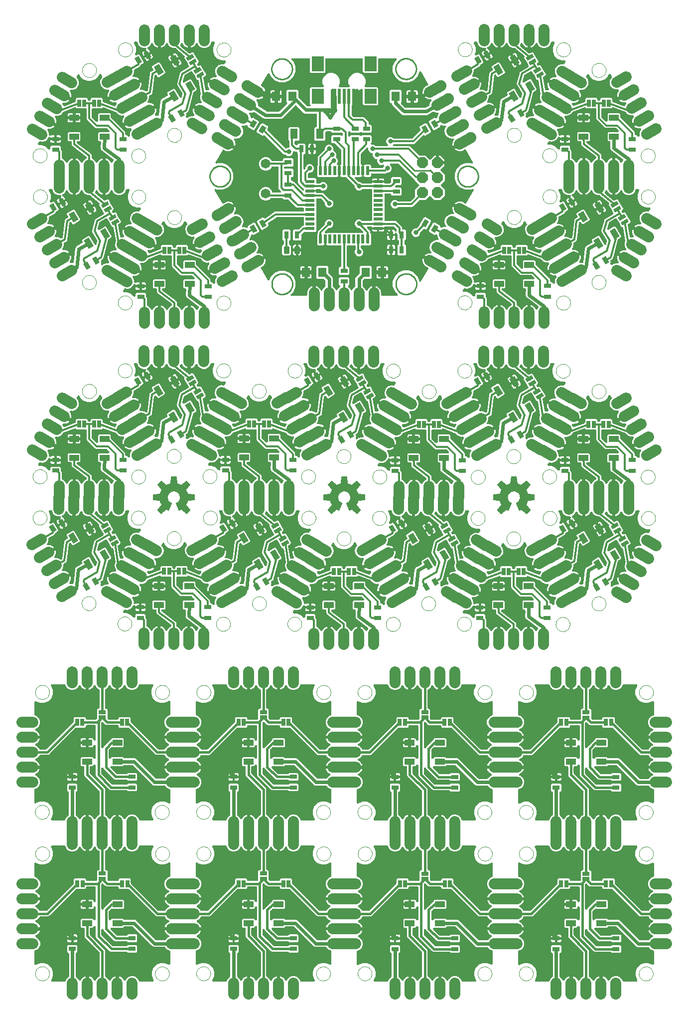
<source format=gtl>
G04 EAGLE Gerber X2 export*
G75*
%MOIN*%
%FSLAX24Y24*%
%LPD*%
%AMOC8*
5,1,8,0,0,1.08239X$1,22.5*%
G01*
%ADD10C,0.001000*%
%ADD11C,0.010000*%
%ADD12R,0.031496X0.047244*%
%ADD13R,0.065000X0.039370*%
%ADD14R,0.025000X0.050000*%
%ADD15C,0.074000*%
%ADD16R,0.047244X0.031496*%
%ADD17R,0.050000X0.025000*%
%ADD18R,0.055118X0.062992*%
%ADD19C,0.065000*%
%ADD20R,0.019685X0.059055*%
%ADD21R,0.059055X0.019685*%
%ADD22R,0.049213X0.066929*%
%ADD23C,0.008750*%
%ADD24P,0.080097X8X292.500000*%
%ADD25R,0.019685X0.098425*%
%ADD26R,0.078740X0.098425*%
%ADD27C,0.074000*%
%ADD28C,0.012000*%
%ADD29C,0.024000*%
%ADD30C,0.016000*%
%ADD31C,0.031748*%

G36*
X22062Y49833D02*
X22062Y49833D01*
X22063Y49833D01*
X22069Y49833D01*
X22074Y49834D01*
X22075Y49834D01*
X22077Y49835D01*
X22082Y49837D01*
X22087Y49839D01*
X22088Y49839D01*
X22089Y49840D01*
X22094Y49843D01*
X22098Y49846D01*
X22099Y49847D01*
X22100Y49848D01*
X22104Y49852D01*
X22108Y49856D01*
X22108Y49857D01*
X22109Y49858D01*
X22112Y49863D01*
X22115Y49868D01*
X22115Y49869D01*
X22116Y49870D01*
X22117Y49875D01*
X22119Y49881D01*
X22119Y49882D01*
X22119Y49883D01*
X22120Y49892D01*
X22120Y50049D01*
X22131Y50122D01*
X22154Y50192D01*
X22188Y50258D01*
X22231Y50318D01*
X22284Y50371D01*
X22344Y50414D01*
X22410Y50448D01*
X22480Y50471D01*
X22481Y50471D01*
X22481Y49892D01*
X22481Y49890D01*
X22481Y49889D01*
X22482Y49884D01*
X22483Y49878D01*
X22483Y49877D01*
X22484Y49876D01*
X22486Y49871D01*
X22487Y49865D01*
X22488Y49864D01*
X22489Y49863D01*
X22492Y49859D01*
X22495Y49854D01*
X22496Y49853D01*
X22497Y49852D01*
X22501Y49848D01*
X22505Y49844D01*
X22506Y49844D01*
X22507Y49843D01*
X22512Y49840D01*
X22517Y49838D01*
X22518Y49837D01*
X22519Y49837D01*
X22524Y49835D01*
X22530Y49834D01*
X22531Y49833D01*
X22532Y49833D01*
X22541Y49832D01*
X22641Y49832D01*
X22642Y49833D01*
X22643Y49833D01*
X22649Y49833D01*
X22654Y49834D01*
X22655Y49834D01*
X22657Y49835D01*
X22662Y49837D01*
X22667Y49839D01*
X22668Y49839D01*
X22669Y49840D01*
X22674Y49843D01*
X22678Y49846D01*
X22679Y49847D01*
X22680Y49848D01*
X22684Y49852D01*
X22688Y49856D01*
X22688Y49857D01*
X22689Y49858D01*
X22692Y49863D01*
X22695Y49868D01*
X22695Y49869D01*
X22696Y49870D01*
X22697Y49875D01*
X22699Y49881D01*
X22699Y49882D01*
X22699Y49883D01*
X22700Y49892D01*
X22700Y50471D01*
X22701Y50471D01*
X22771Y50448D01*
X22837Y50414D01*
X22897Y50371D01*
X22950Y50318D01*
X22993Y50258D01*
X23028Y50191D01*
X23029Y50189D01*
X23029Y50188D01*
X23032Y50184D01*
X23035Y50179D01*
X23037Y50178D01*
X23038Y50177D01*
X23041Y50173D01*
X23045Y50170D01*
X23047Y50169D01*
X23048Y50168D01*
X23053Y50166D01*
X23057Y50163D01*
X23059Y50163D01*
X23060Y50162D01*
X23065Y50161D01*
X23070Y50159D01*
X23072Y50159D01*
X23074Y50159D01*
X23079Y50159D01*
X23084Y50158D01*
X23085Y50159D01*
X23087Y50159D01*
X23092Y50160D01*
X23097Y50161D01*
X23099Y50161D01*
X23100Y50162D01*
X23105Y50164D01*
X23110Y50166D01*
X23111Y50167D01*
X23113Y50168D01*
X23117Y50171D01*
X23121Y50174D01*
X23122Y50175D01*
X23123Y50176D01*
X23126Y50181D01*
X23130Y50184D01*
X23130Y50186D01*
X23131Y50187D01*
X23135Y50195D01*
X23175Y50290D01*
X23313Y50428D01*
X23316Y50430D01*
X23319Y50431D01*
X23322Y50433D01*
X23325Y50435D01*
X23328Y50437D01*
X23330Y50439D01*
X23333Y50442D01*
X23335Y50444D01*
X23337Y50447D01*
X23339Y50449D01*
X23341Y50452D01*
X23343Y50455D01*
X23344Y50458D01*
X23346Y50461D01*
X23347Y50465D01*
X23348Y50468D01*
X23348Y50471D01*
X23349Y50474D01*
X23350Y50480D01*
X23350Y50481D01*
X23350Y50482D01*
X23350Y50483D01*
X23350Y50819D01*
X23349Y50824D01*
X23349Y50829D01*
X23348Y50831D01*
X23348Y50832D01*
X23346Y50837D01*
X23345Y50842D01*
X23344Y50844D01*
X23344Y50845D01*
X23341Y50850D01*
X23338Y50854D01*
X23337Y50856D01*
X23336Y50856D01*
X23335Y50857D01*
X23332Y50861D01*
X23254Y50939D01*
X23250Y50942D01*
X23246Y50946D01*
X23245Y50946D01*
X23244Y50947D01*
X23239Y50949D01*
X23234Y50952D01*
X23233Y50952D01*
X23231Y50953D01*
X23226Y50954D01*
X23221Y50955D01*
X23219Y50956D01*
X23218Y50956D01*
X23216Y50956D01*
X23212Y50956D01*
X22816Y50956D01*
X22745Y51027D01*
X22745Y51757D01*
X22816Y51827D01*
X23467Y51827D01*
X23538Y51757D01*
X23538Y51360D01*
X23539Y51355D01*
X23539Y51350D01*
X23539Y51348D01*
X23540Y51347D01*
X23541Y51342D01*
X23543Y51337D01*
X23544Y51335D01*
X23544Y51334D01*
X23547Y51330D01*
X23550Y51325D01*
X23551Y51323D01*
X23552Y51323D01*
X23553Y51322D01*
X23555Y51319D01*
X23795Y51079D01*
X23831Y50991D01*
X23831Y50483D01*
X23831Y50482D01*
X23832Y50480D01*
X23832Y50479D01*
X23832Y50476D01*
X23832Y50473D01*
X23833Y50469D01*
X23834Y50466D01*
X23835Y50463D01*
X23836Y50460D01*
X23837Y50456D01*
X23839Y50454D01*
X23841Y50451D01*
X23843Y50448D01*
X23845Y50445D01*
X23847Y50443D01*
X23849Y50440D01*
X23852Y50438D01*
X23855Y50436D01*
X23858Y50434D01*
X23860Y50432D01*
X23865Y50429D01*
X23867Y50429D01*
X23867Y50428D01*
X23868Y50428D01*
X23869Y50428D01*
X24007Y50290D01*
X24036Y50219D01*
X24038Y50216D01*
X24039Y50212D01*
X24041Y50210D01*
X24042Y50207D01*
X24045Y50204D01*
X24048Y50201D01*
X24050Y50199D01*
X24052Y50197D01*
X24055Y50195D01*
X24058Y50192D01*
X24061Y50191D01*
X24063Y50189D01*
X24067Y50188D01*
X24070Y50186D01*
X24073Y50186D01*
X24076Y50185D01*
X24080Y50184D01*
X24084Y50183D01*
X24086Y50183D01*
X24089Y50183D01*
X24093Y50183D01*
X24097Y50183D01*
X24100Y50184D01*
X24103Y50184D01*
X24107Y50185D01*
X24110Y50186D01*
X24113Y50187D01*
X24116Y50188D01*
X24119Y50190D01*
X24123Y50192D01*
X24125Y50194D01*
X24127Y50195D01*
X24130Y50198D01*
X24133Y50201D01*
X24135Y50203D01*
X24137Y50205D01*
X24139Y50208D01*
X24142Y50212D01*
X24143Y50215D01*
X24144Y50216D01*
X24144Y50217D01*
X24145Y50219D01*
X24175Y50290D01*
X24307Y50422D01*
X24308Y50423D01*
X24309Y50424D01*
X24312Y50429D01*
X24316Y50433D01*
X24316Y50434D01*
X24317Y50435D01*
X24319Y50440D01*
X24322Y50445D01*
X24322Y50447D01*
X24322Y50448D01*
X24323Y50453D01*
X24324Y50459D01*
X24324Y50460D01*
X24325Y50461D01*
X24324Y50467D01*
X24324Y50472D01*
X24324Y50474D01*
X24324Y50475D01*
X24322Y50480D01*
X24321Y50486D01*
X24320Y50487D01*
X24320Y50488D01*
X24317Y50493D01*
X24314Y50498D01*
X24313Y50499D01*
X24313Y50500D01*
X24307Y50506D01*
X24234Y50580D01*
X24234Y50995D01*
X24304Y51066D01*
X24877Y51066D01*
X24948Y50995D01*
X24948Y50580D01*
X24874Y50506D01*
X24873Y50505D01*
X24872Y50504D01*
X24869Y50500D01*
X24865Y50496D01*
X24865Y50494D01*
X24864Y50493D01*
X24862Y50488D01*
X24860Y50483D01*
X24859Y50482D01*
X24859Y50481D01*
X24858Y50475D01*
X24857Y50470D01*
X24857Y50469D01*
X24857Y50467D01*
X24857Y50462D01*
X24857Y50456D01*
X24857Y50455D01*
X24857Y50454D01*
X24859Y50448D01*
X24860Y50443D01*
X24861Y50442D01*
X24861Y50441D01*
X24864Y50436D01*
X24867Y50431D01*
X24868Y50430D01*
X24868Y50429D01*
X24874Y50422D01*
X25007Y50290D01*
X25036Y50219D01*
X25038Y50216D01*
X25039Y50212D01*
X25041Y50210D01*
X25042Y50207D01*
X25045Y50204D01*
X25048Y50201D01*
X25050Y50199D01*
X25052Y50197D01*
X25055Y50195D01*
X25058Y50192D01*
X25061Y50191D01*
X25063Y50189D01*
X25067Y50188D01*
X25070Y50186D01*
X25073Y50186D01*
X25076Y50185D01*
X25080Y50184D01*
X25084Y50183D01*
X25086Y50183D01*
X25089Y50183D01*
X25093Y50183D01*
X25097Y50183D01*
X25100Y50184D01*
X25103Y50184D01*
X25107Y50185D01*
X25110Y50186D01*
X25113Y50187D01*
X25116Y50188D01*
X25119Y50190D01*
X25123Y50192D01*
X25125Y50194D01*
X25127Y50195D01*
X25130Y50198D01*
X25133Y50201D01*
X25135Y50203D01*
X25137Y50205D01*
X25139Y50208D01*
X25142Y50212D01*
X25143Y50215D01*
X25144Y50216D01*
X25144Y50217D01*
X25145Y50219D01*
X25175Y50290D01*
X25313Y50428D01*
X25316Y50430D01*
X25319Y50431D01*
X25322Y50433D01*
X25325Y50435D01*
X25328Y50437D01*
X25330Y50439D01*
X25333Y50442D01*
X25335Y50444D01*
X25337Y50447D01*
X25339Y50449D01*
X25341Y50452D01*
X25343Y50455D01*
X25344Y50458D01*
X25346Y50461D01*
X25347Y50465D01*
X25348Y50468D01*
X25348Y50471D01*
X25349Y50474D01*
X25350Y50480D01*
X25350Y50481D01*
X25350Y50482D01*
X25350Y50483D01*
X25350Y50991D01*
X25386Y51079D01*
X25626Y51319D01*
X25629Y51323D01*
X25633Y51327D01*
X25633Y51328D01*
X25634Y51329D01*
X25636Y51334D01*
X25639Y51339D01*
X25639Y51340D01*
X25640Y51342D01*
X25641Y51347D01*
X25642Y51352D01*
X25643Y51354D01*
X25643Y51355D01*
X25643Y51356D01*
X25643Y51360D01*
X25643Y51757D01*
X25714Y51827D01*
X26365Y51827D01*
X26436Y51757D01*
X26436Y51027D01*
X26365Y50956D01*
X25969Y50956D01*
X25963Y50955D01*
X25958Y50955D01*
X25957Y50955D01*
X25955Y50954D01*
X25950Y50953D01*
X25945Y50951D01*
X25944Y50950D01*
X25942Y50950D01*
X25938Y50947D01*
X25933Y50944D01*
X25932Y50943D01*
X25931Y50942D01*
X25930Y50941D01*
X25927Y50939D01*
X25849Y50861D01*
X25845Y50856D01*
X25842Y50852D01*
X25841Y50851D01*
X25840Y50850D01*
X25838Y50845D01*
X25835Y50840D01*
X25835Y50839D01*
X25834Y50838D01*
X25833Y50832D01*
X25832Y50827D01*
X25832Y50825D01*
X25832Y50824D01*
X25832Y50823D01*
X25831Y50819D01*
X25831Y50483D01*
X25831Y50482D01*
X25832Y50480D01*
X25832Y50479D01*
X25832Y50476D01*
X25832Y50473D01*
X25833Y50469D01*
X25834Y50466D01*
X25835Y50463D01*
X25836Y50460D01*
X25837Y50456D01*
X25839Y50454D01*
X25841Y50451D01*
X25843Y50448D01*
X25845Y50445D01*
X25847Y50443D01*
X25849Y50440D01*
X25852Y50438D01*
X25855Y50436D01*
X25858Y50434D01*
X25860Y50432D01*
X25865Y50429D01*
X25867Y50429D01*
X25867Y50428D01*
X25868Y50428D01*
X25869Y50428D01*
X26007Y50290D01*
X26046Y50195D01*
X26047Y50193D01*
X26047Y50192D01*
X26050Y50187D01*
X26052Y50183D01*
X26054Y50182D01*
X26055Y50180D01*
X26058Y50177D01*
X26062Y50173D01*
X26063Y50172D01*
X26064Y50171D01*
X26069Y50168D01*
X26073Y50165D01*
X26075Y50165D01*
X26076Y50164D01*
X26081Y50162D01*
X26086Y50160D01*
X26087Y50160D01*
X26089Y50159D01*
X26094Y50159D01*
X26099Y50158D01*
X26101Y50159D01*
X26103Y50158D01*
X26108Y50159D01*
X26113Y50160D01*
X26114Y50160D01*
X26116Y50160D01*
X26121Y50162D01*
X26126Y50164D01*
X26127Y50165D01*
X26129Y50165D01*
X26133Y50168D01*
X26137Y50171D01*
X26139Y50172D01*
X26140Y50173D01*
X26143Y50177D01*
X26147Y50181D01*
X26148Y50182D01*
X26149Y50183D01*
X26153Y50191D01*
X26188Y50258D01*
X26231Y50318D01*
X26284Y50371D01*
X26344Y50414D01*
X26410Y50448D01*
X26480Y50471D01*
X26481Y50471D01*
X26481Y49892D01*
X26481Y49890D01*
X26481Y49889D01*
X26482Y49884D01*
X26483Y49878D01*
X26483Y49877D01*
X26484Y49876D01*
X26486Y49871D01*
X26487Y49865D01*
X26488Y49864D01*
X26489Y49863D01*
X26492Y49859D01*
X26495Y49854D01*
X26496Y49853D01*
X26497Y49852D01*
X26501Y49848D01*
X26505Y49844D01*
X26506Y49844D01*
X26507Y49843D01*
X26512Y49840D01*
X26517Y49838D01*
X26518Y49837D01*
X26519Y49837D01*
X26524Y49835D01*
X26530Y49834D01*
X26531Y49833D01*
X26532Y49833D01*
X26541Y49832D01*
X26641Y49832D01*
X26642Y49833D01*
X26643Y49833D01*
X26649Y49833D01*
X26654Y49834D01*
X26655Y49834D01*
X26657Y49835D01*
X26662Y49837D01*
X26667Y49839D01*
X26668Y49839D01*
X26669Y49840D01*
X26674Y49843D01*
X26678Y49846D01*
X26679Y49847D01*
X26680Y49848D01*
X26684Y49852D01*
X26688Y49856D01*
X26688Y49857D01*
X26689Y49858D01*
X26692Y49863D01*
X26695Y49868D01*
X26695Y49869D01*
X26696Y49870D01*
X26697Y49875D01*
X26699Y49881D01*
X26699Y49882D01*
X26699Y49883D01*
X26700Y49892D01*
X26700Y50471D01*
X26701Y50471D01*
X26771Y50448D01*
X26837Y50414D01*
X26897Y50371D01*
X26950Y50318D01*
X26993Y50258D01*
X27027Y50192D01*
X27050Y50122D01*
X27061Y50049D01*
X27061Y49892D01*
X27061Y49890D01*
X27061Y49889D01*
X27062Y49884D01*
X27063Y49878D01*
X27063Y49877D01*
X27064Y49876D01*
X27066Y49871D01*
X27067Y49865D01*
X27068Y49864D01*
X27069Y49863D01*
X27072Y49859D01*
X27075Y49854D01*
X27076Y49853D01*
X27077Y49852D01*
X27081Y49848D01*
X27085Y49844D01*
X27086Y49844D01*
X27087Y49843D01*
X27092Y49840D01*
X27097Y49838D01*
X27098Y49837D01*
X27099Y49837D01*
X27104Y49835D01*
X27110Y49834D01*
X27111Y49833D01*
X27112Y49833D01*
X27121Y49832D01*
X28124Y49832D01*
X28128Y49833D01*
X28132Y49833D01*
X28135Y49834D01*
X28138Y49834D01*
X28141Y49835D01*
X28145Y49836D01*
X28148Y49838D01*
X28150Y49839D01*
X28154Y49841D01*
X28157Y49843D01*
X28160Y49845D01*
X28162Y49846D01*
X28165Y49849D01*
X28168Y49852D01*
X28169Y49854D01*
X28171Y49856D01*
X28173Y49859D01*
X28176Y49863D01*
X28177Y49865D01*
X28178Y49868D01*
X28179Y49872D01*
X28181Y49875D01*
X28181Y49878D01*
X28182Y49881D01*
X28183Y49885D01*
X28183Y49889D01*
X28183Y49892D01*
X28183Y49894D01*
X28183Y49898D01*
X28182Y49902D01*
X28182Y49905D01*
X28181Y49908D01*
X28180Y49912D01*
X28178Y49915D01*
X28177Y49918D01*
X28176Y49920D01*
X28174Y49924D01*
X28171Y49927D01*
X28169Y49930D01*
X28168Y49932D01*
X28167Y49932D01*
X28166Y49934D01*
X27984Y50116D01*
X27848Y50444D01*
X27848Y50799D01*
X27984Y51128D01*
X28235Y51379D01*
X28563Y51515D01*
X28918Y51515D01*
X29246Y51379D01*
X29497Y51128D01*
X29636Y50793D01*
X29640Y50787D01*
X29643Y50781D01*
X29647Y50776D01*
X29652Y50771D01*
X29658Y50767D01*
X29663Y50763D01*
X29664Y50763D01*
X29670Y50761D01*
X29676Y50758D01*
X29683Y50757D01*
X29689Y50756D01*
X29690Y50756D01*
X29696Y50757D01*
X29703Y50758D01*
X29710Y50760D01*
X29716Y50762D01*
X29722Y50766D01*
X29728Y50769D01*
X29732Y50774D01*
X29737Y50779D01*
X29742Y50786D01*
X30229Y51630D01*
X30230Y51631D01*
X30230Y51632D01*
X30232Y51638D01*
X30235Y51643D01*
X30235Y51644D01*
X30235Y51645D01*
X30236Y51651D01*
X30237Y51656D01*
X30237Y51657D01*
X30237Y51659D01*
X30237Y51664D01*
X30236Y51670D01*
X30236Y51671D01*
X30236Y51672D01*
X30234Y51677D01*
X30232Y51683D01*
X30232Y51684D01*
X30231Y51685D01*
X30228Y51690D01*
X30226Y51695D01*
X30225Y51696D01*
X30224Y51697D01*
X30220Y51701D01*
X30216Y51705D01*
X30215Y51705D01*
X30214Y51706D01*
X30207Y51711D01*
X30048Y51803D01*
X29990Y51850D01*
X29941Y51905D01*
X29900Y51967D01*
X29870Y52035D01*
X29851Y52106D01*
X29843Y52180D01*
X29847Y52254D01*
X29862Y52327D01*
X29863Y52327D01*
X30388Y52024D01*
X30389Y52024D01*
X30390Y52023D01*
X30396Y52021D01*
X30401Y52019D01*
X30402Y52019D01*
X30403Y52018D01*
X30409Y52017D01*
X30414Y52016D01*
X30415Y52016D01*
X30417Y52016D01*
X30422Y52017D01*
X30428Y52017D01*
X30429Y52017D01*
X30430Y52018D01*
X30435Y52019D01*
X30441Y52021D01*
X30442Y52022D01*
X30443Y52022D01*
X30448Y52025D01*
X30453Y52028D01*
X30454Y52029D01*
X30455Y52029D01*
X30459Y52033D01*
X30463Y52037D01*
X30463Y52038D01*
X30464Y52039D01*
X30469Y52046D01*
X30519Y52133D01*
X30520Y52134D01*
X30520Y52135D01*
X30522Y52140D01*
X30524Y52145D01*
X30525Y52146D01*
X30525Y52148D01*
X30526Y52153D01*
X30527Y52158D01*
X30527Y52160D01*
X30527Y52161D01*
X30526Y52167D01*
X30526Y52172D01*
X30526Y52173D01*
X30526Y52175D01*
X30524Y52180D01*
X30522Y52185D01*
X30522Y52186D01*
X30521Y52188D01*
X30518Y52192D01*
X30516Y52197D01*
X30515Y52198D01*
X30514Y52199D01*
X30510Y52203D01*
X30506Y52207D01*
X30505Y52208D01*
X30504Y52209D01*
X30497Y52213D01*
X29972Y52517D01*
X29973Y52517D01*
X30028Y52567D01*
X30090Y52607D01*
X30158Y52638D01*
X30229Y52657D01*
X30303Y52664D01*
X30379Y52660D01*
X30381Y52661D01*
X30382Y52660D01*
X30387Y52661D01*
X30392Y52661D01*
X30394Y52662D01*
X30396Y52662D01*
X30401Y52664D01*
X30405Y52665D01*
X30407Y52666D01*
X30409Y52667D01*
X30413Y52670D01*
X30417Y52672D01*
X30419Y52673D01*
X30420Y52674D01*
X30424Y52678D01*
X30427Y52681D01*
X30428Y52683D01*
X30429Y52684D01*
X30432Y52689D01*
X30435Y52693D01*
X30435Y52694D01*
X30436Y52696D01*
X30438Y52701D01*
X30439Y52706D01*
X30440Y52707D01*
X30440Y52709D01*
X30441Y52714D01*
X30441Y52719D01*
X30441Y52721D01*
X30441Y52723D01*
X30440Y52728D01*
X30440Y52733D01*
X30439Y52734D01*
X30439Y52736D01*
X30437Y52741D01*
X30435Y52746D01*
X30434Y52747D01*
X30434Y52749D01*
X30429Y52756D01*
X30366Y52837D01*
X30316Y53026D01*
X30341Y53219D01*
X30439Y53388D01*
X30594Y53507D01*
X30782Y53558D01*
X30858Y53548D01*
X30862Y53548D01*
X30866Y53547D01*
X30869Y53548D01*
X30872Y53548D01*
X30876Y53548D01*
X30880Y53549D01*
X30882Y53550D01*
X30885Y53550D01*
X30889Y53552D01*
X30893Y53554D01*
X30895Y53555D01*
X30897Y53556D01*
X30901Y53559D01*
X30904Y53561D01*
X30906Y53563D01*
X30908Y53565D01*
X30911Y53568D01*
X30913Y53571D01*
X30915Y53573D01*
X30917Y53576D01*
X30918Y53579D01*
X30920Y53583D01*
X30921Y53585D01*
X30922Y53588D01*
X30923Y53592D01*
X30924Y53596D01*
X30924Y53599D01*
X30925Y53601D01*
X30925Y53605D01*
X30925Y53609D01*
X30925Y53612D01*
X30925Y53615D01*
X30924Y53619D01*
X30923Y53623D01*
X30922Y53625D01*
X30921Y53628D01*
X30919Y53632D01*
X30918Y53636D01*
X30915Y53639D01*
X30915Y53640D01*
X30914Y53641D01*
X30913Y53643D01*
X30866Y53703D01*
X30818Y53884D01*
X30817Y53886D01*
X30817Y53887D01*
X30815Y53892D01*
X30813Y53897D01*
X30812Y53898D01*
X30812Y53899D01*
X30808Y53904D01*
X30805Y53908D01*
X30804Y53909D01*
X30803Y53910D01*
X30799Y53914D01*
X30795Y53917D01*
X30794Y53918D01*
X30793Y53919D01*
X30788Y53921D01*
X30783Y53924D01*
X30782Y53924D01*
X30781Y53925D01*
X30775Y53926D01*
X30770Y53928D01*
X30769Y53928D01*
X30767Y53928D01*
X30762Y53928D01*
X30756Y53928D01*
X30755Y53928D01*
X30754Y53928D01*
X30745Y53926D01*
X30645Y53899D01*
X30285Y54107D01*
X30259Y54204D01*
X30546Y54699D01*
X30642Y54725D01*
X31002Y54518D01*
X31029Y54417D01*
X31029Y54416D01*
X31029Y54415D01*
X31032Y54410D01*
X31034Y54404D01*
X31034Y54403D01*
X31035Y54402D01*
X31038Y54398D01*
X31041Y54393D01*
X31042Y54392D01*
X31043Y54391D01*
X31047Y54388D01*
X31052Y54384D01*
X31053Y54383D01*
X31054Y54383D01*
X31059Y54380D01*
X31064Y54378D01*
X31065Y54377D01*
X31066Y54377D01*
X31071Y54375D01*
X31077Y54374D01*
X31078Y54374D01*
X31079Y54374D01*
X31085Y54374D01*
X31090Y54373D01*
X31092Y54374D01*
X31093Y54374D01*
X31101Y54375D01*
X31282Y54424D01*
X31358Y54414D01*
X31362Y54414D01*
X31366Y54413D01*
X31369Y54414D01*
X31372Y54414D01*
X31376Y54414D01*
X31380Y54415D01*
X31382Y54416D01*
X31385Y54416D01*
X31389Y54418D01*
X31393Y54420D01*
X31395Y54421D01*
X31397Y54422D01*
X31401Y54425D01*
X31404Y54427D01*
X31406Y54429D01*
X31408Y54431D01*
X31411Y54434D01*
X31413Y54437D01*
X31415Y54439D01*
X31417Y54442D01*
X31418Y54445D01*
X31420Y54449D01*
X31421Y54452D01*
X31422Y54454D01*
X31423Y54458D01*
X31424Y54462D01*
X31424Y54465D01*
X31425Y54467D01*
X31425Y54471D01*
X31425Y54476D01*
X31425Y54478D01*
X31425Y54481D01*
X31424Y54485D01*
X31423Y54489D01*
X31422Y54492D01*
X31421Y54494D01*
X31419Y54498D01*
X31418Y54502D01*
X31415Y54505D01*
X31415Y54506D01*
X31414Y54507D01*
X31413Y54509D01*
X31366Y54569D01*
X31316Y54758D01*
X31341Y54951D01*
X31439Y55120D01*
X31594Y55239D01*
X31782Y55290D01*
X31884Y55276D01*
X31886Y55276D01*
X31888Y55276D01*
X31893Y55276D01*
X31898Y55276D01*
X31900Y55277D01*
X31901Y55277D01*
X31906Y55278D01*
X31911Y55279D01*
X31913Y55280D01*
X31914Y55280D01*
X31919Y55283D01*
X31924Y55285D01*
X31925Y55286D01*
X31926Y55287D01*
X31930Y55290D01*
X31934Y55293D01*
X31935Y55295D01*
X31937Y55296D01*
X31939Y55300D01*
X31943Y55304D01*
X31943Y55306D01*
X31944Y55307D01*
X31946Y55312D01*
X31948Y55317D01*
X31949Y55318D01*
X31949Y55320D01*
X31950Y55325D01*
X31951Y55330D01*
X31951Y55332D01*
X31951Y55333D01*
X31951Y55339D01*
X31951Y55344D01*
X31950Y55345D01*
X31950Y55347D01*
X31948Y55352D01*
X31947Y55357D01*
X31946Y55358D01*
X31946Y55360D01*
X31942Y55367D01*
X31900Y55431D01*
X31870Y55499D01*
X31851Y55570D01*
X31843Y55644D01*
X31847Y55718D01*
X31862Y55791D01*
X31863Y55792D01*
X32387Y55489D01*
X32388Y55488D01*
X32389Y55488D01*
X32394Y55486D01*
X32399Y55484D01*
X32401Y55483D01*
X32402Y55483D01*
X32408Y55482D01*
X32413Y55481D01*
X32414Y55481D01*
X32416Y55481D01*
X32421Y55482D01*
X32427Y55482D01*
X32428Y55482D01*
X32429Y55482D01*
X32434Y55484D01*
X32440Y55486D01*
X32441Y55486D01*
X32442Y55487D01*
X32447Y55490D01*
X32452Y55492D01*
X32452Y55493D01*
X32454Y55494D01*
X32457Y55498D01*
X32462Y55502D01*
X32462Y55503D01*
X32463Y55504D01*
X32468Y55511D01*
X32518Y55597D01*
X32518Y55598D01*
X32519Y55600D01*
X32521Y55605D01*
X32523Y55610D01*
X32524Y55611D01*
X32524Y55612D01*
X32525Y55618D01*
X32526Y55623D01*
X32526Y55624D01*
X32526Y55626D01*
X32525Y55631D01*
X32525Y55637D01*
X32525Y55638D01*
X32524Y55639D01*
X32523Y55645D01*
X32521Y55650D01*
X32521Y55651D01*
X32520Y55652D01*
X32517Y55657D01*
X32514Y55662D01*
X32514Y55663D01*
X32513Y55664D01*
X32509Y55668D01*
X32505Y55672D01*
X32504Y55673D01*
X32503Y55673D01*
X32496Y55678D01*
X31972Y55981D01*
X31973Y55982D01*
X32028Y56031D01*
X32090Y56071D01*
X32158Y56102D01*
X32229Y56121D01*
X32303Y56129D01*
X32377Y56125D01*
X32449Y56109D01*
X32519Y56083D01*
X32677Y55991D01*
X32678Y55991D01*
X32679Y55990D01*
X32684Y55988D01*
X32689Y55986D01*
X32691Y55986D01*
X32692Y55985D01*
X32697Y55984D01*
X32703Y55983D01*
X32704Y55984D01*
X32705Y55983D01*
X32711Y55984D01*
X32716Y55984D01*
X32718Y55985D01*
X32719Y55985D01*
X32724Y55986D01*
X32729Y55988D01*
X32731Y55989D01*
X32732Y55989D01*
X32737Y55992D01*
X32741Y55995D01*
X32742Y55996D01*
X32743Y55996D01*
X32747Y56000D01*
X32751Y56004D01*
X32752Y56005D01*
X32753Y56006D01*
X32758Y56013D01*
X33255Y56876D01*
X33256Y56877D01*
X33259Y56883D01*
X33261Y56888D01*
X33261Y56889D01*
X33261Y56890D01*
X33262Y56896D01*
X33263Y56901D01*
X33263Y56903D01*
X33263Y56904D01*
X33263Y56909D01*
X33262Y56915D01*
X33262Y56916D01*
X33262Y56917D01*
X33260Y56923D01*
X33259Y56928D01*
X33258Y56929D01*
X33258Y56930D01*
X33255Y56935D01*
X33252Y56940D01*
X33251Y56941D01*
X33251Y56942D01*
X33247Y56946D01*
X33243Y56950D01*
X33242Y56951D01*
X33241Y56952D01*
X33236Y56955D01*
X33231Y56958D01*
X33230Y56958D01*
X33229Y56959D01*
X33224Y56961D01*
X33219Y56963D01*
X33218Y56963D01*
X33216Y56963D01*
X33211Y56964D01*
X33205Y56964D01*
X33204Y56964D01*
X33203Y56964D01*
X33197Y56964D01*
X33192Y56963D01*
X33191Y56963D01*
X33189Y56963D01*
X33181Y56960D01*
X33058Y56909D01*
X32703Y56909D01*
X32375Y57045D01*
X32124Y57296D01*
X31988Y57624D01*
X31988Y57979D01*
X32124Y58308D01*
X32375Y58559D01*
X32703Y58695D01*
X33058Y58695D01*
X33131Y58665D01*
X33132Y58664D01*
X33133Y58664D01*
X33138Y58662D01*
X33144Y58661D01*
X33145Y58661D01*
X33146Y58661D01*
X33152Y58660D01*
X33157Y58660D01*
X33158Y58660D01*
X33159Y58660D01*
X33165Y58662D01*
X33171Y58663D01*
X33172Y58663D01*
X33173Y58663D01*
X33178Y58666D01*
X33183Y58668D01*
X33184Y58669D01*
X33185Y58669D01*
X33190Y58673D01*
X33194Y58676D01*
X33195Y58677D01*
X33196Y58678D01*
X33199Y58682D01*
X33203Y58687D01*
X33203Y58688D01*
X33204Y58689D01*
X33206Y58694D01*
X33209Y58699D01*
X33209Y58700D01*
X33210Y58701D01*
X33211Y58707D01*
X33212Y58712D01*
X33212Y58713D01*
X33212Y58714D01*
X33212Y58720D01*
X33212Y58726D01*
X33212Y58727D01*
X33212Y58728D01*
X33210Y58734D01*
X33210Y58736D01*
X33210Y58737D01*
X33209Y58739D01*
X33209Y58740D01*
X33208Y58741D01*
X33205Y58749D01*
X32727Y59585D01*
X32726Y59586D01*
X32725Y59588D01*
X32722Y59592D01*
X32719Y59596D01*
X32718Y59597D01*
X32717Y59598D01*
X32712Y59602D01*
X32708Y59605D01*
X32707Y59606D01*
X32706Y59607D01*
X32701Y59609D01*
X32696Y59611D01*
X32695Y59612D01*
X32693Y59612D01*
X32688Y59613D01*
X32683Y59615D01*
X32681Y59615D01*
X32680Y59615D01*
X32675Y59615D01*
X32669Y59615D01*
X32668Y59615D01*
X32666Y59614D01*
X32661Y59613D01*
X32656Y59612D01*
X32655Y59611D01*
X32653Y59611D01*
X32646Y59607D01*
X32519Y59534D01*
X32449Y59507D01*
X32377Y59492D01*
X32303Y59488D01*
X32229Y59496D01*
X32158Y59515D01*
X32090Y59545D01*
X32028Y59585D01*
X31973Y59635D01*
X31972Y59636D01*
X32467Y59921D01*
X32468Y59922D01*
X32469Y59923D01*
X32473Y59926D01*
X32478Y59929D01*
X32479Y59930D01*
X32479Y59931D01*
X32483Y59936D01*
X32487Y59940D01*
X32487Y59941D01*
X32488Y59942D01*
X32490Y59947D01*
X32493Y59952D01*
X32493Y59953D01*
X32493Y59954D01*
X32495Y59960D01*
X32496Y59965D01*
X32496Y59966D01*
X32496Y59968D01*
X32496Y59973D01*
X32496Y59979D01*
X32496Y59980D01*
X32496Y59981D01*
X32494Y59987D01*
X32493Y59992D01*
X32493Y59993D01*
X32492Y59994D01*
X32489Y60002D01*
X32439Y60089D01*
X32438Y60090D01*
X32438Y60091D01*
X32434Y60096D01*
X32431Y60100D01*
X32430Y60101D01*
X32429Y60102D01*
X32425Y60105D01*
X32421Y60109D01*
X32419Y60109D01*
X32418Y60110D01*
X32413Y60112D01*
X32408Y60115D01*
X32407Y60115D01*
X32406Y60116D01*
X32400Y60117D01*
X32395Y60118D01*
X32394Y60118D01*
X32392Y60119D01*
X32387Y60118D01*
X32382Y60118D01*
X32380Y60118D01*
X32379Y60118D01*
X32373Y60117D01*
X32368Y60115D01*
X32367Y60115D01*
X32366Y60114D01*
X32358Y60111D01*
X31863Y59825D01*
X31862Y59826D01*
X31847Y59898D01*
X31843Y59972D01*
X31851Y60046D01*
X31870Y60118D01*
X31900Y60185D01*
X31942Y60249D01*
X31942Y60251D01*
X31943Y60252D01*
X31945Y60257D01*
X31948Y60261D01*
X31948Y60263D01*
X31949Y60265D01*
X31950Y60270D01*
X31951Y60275D01*
X31951Y60276D01*
X31951Y60278D01*
X31951Y60283D01*
X31951Y60288D01*
X31950Y60290D01*
X31950Y60292D01*
X31949Y60297D01*
X31948Y60301D01*
X31947Y60303D01*
X31946Y60305D01*
X31944Y60309D01*
X31942Y60314D01*
X31941Y60315D01*
X31940Y60317D01*
X31936Y60320D01*
X31933Y60324D01*
X31932Y60325D01*
X31930Y60327D01*
X31926Y60329D01*
X31922Y60332D01*
X31920Y60333D01*
X31919Y60334D01*
X31914Y60336D01*
X31910Y60338D01*
X31908Y60338D01*
X31906Y60339D01*
X31901Y60340D01*
X31896Y60340D01*
X31894Y60340D01*
X31893Y60341D01*
X31884Y60340D01*
X31782Y60327D01*
X31594Y60377D01*
X31439Y60496D01*
X31341Y60665D01*
X31316Y60859D01*
X31366Y61047D01*
X31413Y61108D01*
X31415Y61111D01*
X31417Y61115D01*
X31419Y61117D01*
X31420Y61120D01*
X31421Y61123D01*
X31423Y61127D01*
X31423Y61130D01*
X31424Y61133D01*
X31424Y61137D01*
X31425Y61141D01*
X31425Y61143D01*
X31425Y61146D01*
X31425Y61150D01*
X31424Y61154D01*
X31423Y61157D01*
X31423Y61160D01*
X31422Y61163D01*
X31420Y61167D01*
X31419Y61170D01*
X31418Y61172D01*
X31416Y61176D01*
X31414Y61179D01*
X31412Y61181D01*
X31410Y61183D01*
X31407Y61186D01*
X31404Y61189D01*
X31402Y61191D01*
X31400Y61192D01*
X31396Y61194D01*
X31393Y61197D01*
X31390Y61198D01*
X31388Y61199D01*
X31384Y61200D01*
X31380Y61201D01*
X31377Y61202D01*
X31375Y61203D01*
X31371Y61203D01*
X31367Y61203D01*
X31363Y61203D01*
X31361Y61203D01*
X31360Y61203D01*
X31358Y61203D01*
X31282Y61193D01*
X31101Y61241D01*
X31100Y61242D01*
X31099Y61242D01*
X31093Y61242D01*
X31088Y61243D01*
X31086Y61243D01*
X31085Y61243D01*
X31080Y61243D01*
X31074Y61242D01*
X31073Y61242D01*
X31072Y61242D01*
X31066Y61240D01*
X31061Y61238D01*
X31060Y61237D01*
X31059Y61237D01*
X31054Y61234D01*
X31049Y61231D01*
X31049Y61230D01*
X31047Y61229D01*
X31044Y61225D01*
X31040Y61221D01*
X31039Y61220D01*
X31038Y61219D01*
X31035Y61214D01*
X31032Y61210D01*
X31032Y61209D01*
X31031Y61207D01*
X31029Y61199D01*
X31002Y61099D01*
X30642Y60891D01*
X30546Y60917D01*
X30259Y61413D01*
X30285Y61510D01*
X30645Y61717D01*
X30745Y61690D01*
X30747Y61690D01*
X30748Y61689D01*
X30753Y61689D01*
X30759Y61688D01*
X30760Y61688D01*
X30761Y61688D01*
X30767Y61689D01*
X30772Y61689D01*
X30774Y61690D01*
X30775Y61690D01*
X30780Y61692D01*
X30785Y61693D01*
X30786Y61694D01*
X30788Y61695D01*
X30792Y61698D01*
X30797Y61701D01*
X30798Y61701D01*
X30799Y61702D01*
X30803Y61706D01*
X30807Y61710D01*
X30807Y61711D01*
X30808Y61712D01*
X30811Y61717D01*
X30814Y61722D01*
X30814Y61723D01*
X30815Y61724D01*
X30818Y61732D01*
X30866Y61913D01*
X30913Y61974D01*
X30915Y61977D01*
X30917Y61981D01*
X30919Y61983D01*
X30920Y61986D01*
X30921Y61989D01*
X30923Y61993D01*
X30923Y61996D01*
X30924Y61999D01*
X30924Y62003D01*
X30925Y62007D01*
X30925Y62009D01*
X30925Y62012D01*
X30925Y62016D01*
X30924Y62020D01*
X30923Y62023D01*
X30923Y62026D01*
X30922Y62029D01*
X30920Y62033D01*
X30919Y62036D01*
X30918Y62038D01*
X30916Y62042D01*
X30914Y62045D01*
X30912Y62047D01*
X30910Y62049D01*
X30907Y62052D01*
X30904Y62055D01*
X30902Y62057D01*
X30900Y62059D01*
X30896Y62060D01*
X30893Y62063D01*
X30890Y62064D01*
X30888Y62065D01*
X30884Y62066D01*
X30880Y62067D01*
X30877Y62068D01*
X30875Y62069D01*
X30871Y62069D01*
X30867Y62069D01*
X30863Y62069D01*
X30861Y62069D01*
X30860Y62069D01*
X30858Y62069D01*
X30782Y62059D01*
X30594Y62109D01*
X30592Y62111D01*
X30589Y62112D01*
X30587Y62114D01*
X30584Y62116D01*
X30581Y62118D01*
X30577Y62119D01*
X30574Y62120D01*
X30571Y62121D01*
X30568Y62122D01*
X30564Y62122D01*
X30561Y62123D01*
X30558Y62122D01*
X30554Y62123D01*
X30551Y62122D01*
X30547Y62122D01*
X30544Y62121D01*
X30540Y62121D01*
X30537Y62119D01*
X30534Y62119D01*
X30529Y62116D01*
X30528Y62116D01*
X30527Y62115D01*
X30245Y61953D01*
X30242Y61951D01*
X30239Y61949D01*
X30235Y61946D01*
X30234Y61945D01*
X30234Y61944D01*
X30233Y61943D01*
X30227Y61938D01*
X30201Y61927D01*
X30200Y61926D01*
X30194Y61923D01*
X30169Y61909D01*
X30161Y61908D01*
X30158Y61907D01*
X30154Y61907D01*
X30149Y61905D01*
X30148Y61905D01*
X30147Y61905D01*
X30146Y61904D01*
X30138Y61901D01*
X30110Y61901D01*
X30109Y61901D01*
X30102Y61900D01*
X30074Y61897D01*
X30066Y61899D01*
X30063Y61899D01*
X30059Y61900D01*
X30054Y61901D01*
X30053Y61901D01*
X30052Y61901D01*
X30051Y61901D01*
X28543Y61901D01*
X28454Y61938D01*
X27835Y62557D01*
X27799Y62645D01*
X27799Y62647D01*
X27798Y62648D01*
X27799Y62649D01*
X27798Y62655D01*
X27797Y62660D01*
X27797Y62662D01*
X27796Y62663D01*
X27794Y62668D01*
X27792Y62673D01*
X27792Y62674D01*
X27791Y62675D01*
X27788Y62680D01*
X27785Y62685D01*
X27784Y62685D01*
X27783Y62687D01*
X27779Y62690D01*
X27775Y62694D01*
X27774Y62695D01*
X27773Y62696D01*
X27768Y62698D01*
X27763Y62701D01*
X27762Y62701D01*
X27761Y62702D01*
X27756Y62703D01*
X27750Y62705D01*
X27749Y62705D01*
X27748Y62705D01*
X27739Y62706D01*
X27714Y62706D01*
X27643Y62777D01*
X27643Y63507D01*
X27714Y63577D01*
X28365Y63577D01*
X28436Y63507D01*
X28436Y62777D01*
X28408Y62749D01*
X28407Y62748D01*
X28406Y62747D01*
X28403Y62742D01*
X28399Y62738D01*
X28399Y62737D01*
X28398Y62736D01*
X28396Y62731D01*
X28393Y62726D01*
X28393Y62724D01*
X28393Y62723D01*
X28392Y62718D01*
X28391Y62712D01*
X28391Y62711D01*
X28390Y62710D01*
X28391Y62704D01*
X28391Y62699D01*
X28391Y62698D01*
X28391Y62696D01*
X28393Y62691D01*
X28394Y62686D01*
X28395Y62684D01*
X28395Y62683D01*
X28398Y62678D01*
X28401Y62674D01*
X28402Y62673D01*
X28402Y62671D01*
X28408Y62665D01*
X28673Y62400D01*
X28677Y62397D01*
X28681Y62393D01*
X28682Y62392D01*
X28684Y62391D01*
X28688Y62389D01*
X28693Y62387D01*
X28695Y62386D01*
X28696Y62386D01*
X28701Y62384D01*
X28706Y62383D01*
X28708Y62383D01*
X28709Y62383D01*
X28711Y62383D01*
X28715Y62382D01*
X30010Y62382D01*
X30015Y62383D01*
X30019Y62383D01*
X30022Y62384D01*
X30024Y62384D01*
X30028Y62386D01*
X30032Y62387D01*
X30035Y62388D01*
X30037Y62389D01*
X30038Y62389D01*
X30040Y62390D01*
X30287Y62532D01*
X30289Y62534D01*
X30292Y62536D01*
X30295Y62538D01*
X30298Y62540D01*
X30300Y62543D01*
X30302Y62545D01*
X30304Y62548D01*
X30306Y62551D01*
X30308Y62554D01*
X30310Y62557D01*
X30311Y62560D01*
X30313Y62563D01*
X30313Y62566D01*
X30315Y62569D01*
X30315Y62573D01*
X30316Y62576D01*
X30316Y62580D01*
X30316Y62583D01*
X30316Y62589D01*
X30316Y62590D01*
X30316Y62591D01*
X30366Y62779D01*
X30429Y62861D01*
X30430Y62862D01*
X30431Y62864D01*
X30433Y62868D01*
X30436Y62872D01*
X30436Y62874D01*
X30437Y62876D01*
X30439Y62881D01*
X30440Y62885D01*
X30440Y62887D01*
X30441Y62889D01*
X30441Y62894D01*
X30441Y62899D01*
X30441Y62901D01*
X30441Y62903D01*
X30440Y62908D01*
X30439Y62913D01*
X30438Y62914D01*
X30438Y62916D01*
X30436Y62920D01*
X30434Y62925D01*
X30433Y62927D01*
X30432Y62928D01*
X30429Y62932D01*
X30426Y62936D01*
X30425Y62937D01*
X30424Y62939D01*
X30420Y62942D01*
X30416Y62945D01*
X30414Y62946D01*
X30413Y62947D01*
X30408Y62949D01*
X30404Y62952D01*
X30402Y62952D01*
X30401Y62953D01*
X30396Y62954D01*
X30391Y62955D01*
X30389Y62955D01*
X30387Y62956D01*
X30379Y62956D01*
X30303Y62952D01*
X30229Y62960D01*
X30158Y62979D01*
X30090Y63009D01*
X30028Y63049D01*
X29973Y63099D01*
X29972Y63100D01*
X30482Y63394D01*
X30483Y63395D01*
X30484Y63396D01*
X30489Y63399D01*
X30493Y63402D01*
X30494Y63403D01*
X30495Y63404D01*
X30498Y63409D01*
X30502Y63413D01*
X30503Y63414D01*
X30503Y63415D01*
X30506Y63420D01*
X30508Y63425D01*
X30508Y63426D01*
X30509Y63427D01*
X30510Y63433D01*
X30511Y63438D01*
X30511Y63439D01*
X30512Y63441D01*
X30511Y63446D01*
X30512Y63452D01*
X30511Y63453D01*
X30511Y63454D01*
X30510Y63460D01*
X30509Y63465D01*
X30508Y63466D01*
X30508Y63467D01*
X30504Y63475D01*
X30454Y63562D01*
X30454Y63563D01*
X30453Y63564D01*
X30450Y63569D01*
X30446Y63573D01*
X30445Y63574D01*
X30444Y63575D01*
X30440Y63578D01*
X30436Y63582D01*
X30435Y63582D01*
X30434Y63583D01*
X30429Y63585D01*
X30424Y63588D01*
X30422Y63588D01*
X30421Y63589D01*
X30416Y63590D01*
X30411Y63591D01*
X30409Y63591D01*
X30408Y63592D01*
X30402Y63591D01*
X30397Y63591D01*
X30396Y63591D01*
X30394Y63591D01*
X30389Y63590D01*
X30384Y63588D01*
X30382Y63588D01*
X30381Y63587D01*
X30373Y63584D01*
X29863Y63289D01*
X29862Y63290D01*
X29847Y63362D01*
X29843Y63436D01*
X29851Y63510D01*
X29870Y63582D01*
X29884Y63614D01*
X29900Y63649D01*
X29941Y63712D01*
X29990Y63767D01*
X30048Y63813D01*
X30194Y63898D01*
X30195Y63899D01*
X30196Y63899D01*
X30201Y63903D01*
X30205Y63906D01*
X30206Y63907D01*
X30207Y63908D01*
X30211Y63912D01*
X30214Y63916D01*
X30215Y63918D01*
X30218Y63924D01*
X30220Y63929D01*
X30221Y63930D01*
X30221Y63931D01*
X30222Y63936D01*
X30224Y63942D01*
X30224Y63943D01*
X30224Y63944D01*
X30224Y63950D01*
X30224Y63956D01*
X30223Y63957D01*
X30223Y63958D01*
X30222Y63963D01*
X30221Y63969D01*
X30220Y63970D01*
X30220Y63971D01*
X30216Y63979D01*
X29740Y64812D01*
X29740Y64813D01*
X29736Y64818D01*
X29732Y64823D01*
X29727Y64828D01*
X29722Y64832D01*
X29721Y64832D01*
X29715Y64835D01*
X29709Y64838D01*
X29702Y64840D01*
X29696Y64841D01*
X29689Y64841D01*
X29683Y64842D01*
X29682Y64841D01*
X29676Y64840D01*
X29669Y64839D01*
X29669Y64838D01*
X29663Y64835D01*
X29657Y64833D01*
X29657Y64832D01*
X29656Y64832D01*
X29651Y64828D01*
X29646Y64824D01*
X29642Y64818D01*
X29638Y64813D01*
X29634Y64805D01*
X29497Y64476D01*
X29246Y64225D01*
X28918Y64089D01*
X28563Y64089D01*
X28235Y64225D01*
X27984Y64476D01*
X27848Y64804D01*
X27848Y65159D01*
X27984Y65488D01*
X28096Y65600D01*
X28098Y65603D01*
X28101Y65606D01*
X28103Y65608D01*
X28104Y65611D01*
X28106Y65614D01*
X28108Y65618D01*
X28109Y65620D01*
X28110Y65623D01*
X28111Y65627D01*
X28112Y65631D01*
X28112Y65634D01*
X28113Y65636D01*
X28113Y65640D01*
X28113Y65644D01*
X28113Y65647D01*
X28113Y65650D01*
X28112Y65654D01*
X28111Y65658D01*
X28110Y65660D01*
X28109Y65663D01*
X28107Y65667D01*
X28106Y65670D01*
X28104Y65673D01*
X28103Y65675D01*
X28100Y65678D01*
X28098Y65682D01*
X28096Y65683D01*
X28094Y65685D01*
X28091Y65688D01*
X28088Y65690D01*
X28085Y65692D01*
X28083Y65693D01*
X28079Y65695D01*
X28076Y65697D01*
X28073Y65698D01*
X28070Y65699D01*
X28066Y65699D01*
X28062Y65700D01*
X28058Y65701D01*
X28057Y65701D01*
X28056Y65701D01*
X28054Y65701D01*
X26936Y65701D01*
X26935Y65701D01*
X26933Y65701D01*
X26928Y65700D01*
X26922Y65699D01*
X26921Y65699D01*
X26920Y65699D01*
X26915Y65697D01*
X26910Y65695D01*
X26908Y65694D01*
X26907Y65694D01*
X26903Y65690D01*
X26898Y65687D01*
X26897Y65686D01*
X26896Y65686D01*
X26892Y65681D01*
X26889Y65677D01*
X26888Y65676D01*
X26887Y65675D01*
X26885Y65671D01*
X26882Y65666D01*
X26881Y65664D01*
X26881Y65663D01*
X26879Y65658D01*
X26878Y65653D01*
X26878Y65651D01*
X26877Y65650D01*
X26877Y65642D01*
X26877Y64781D01*
X26806Y64710D01*
X25918Y64710D01*
X25848Y64781D01*
X25848Y65642D01*
X25848Y65643D01*
X25848Y65644D01*
X25847Y65650D01*
X25846Y65655D01*
X25846Y65657D01*
X25846Y65658D01*
X25843Y65663D01*
X25842Y65668D01*
X25841Y65669D01*
X25840Y65670D01*
X25837Y65675D01*
X25834Y65680D01*
X25833Y65680D01*
X25832Y65682D01*
X25828Y65685D01*
X25824Y65689D01*
X25823Y65690D01*
X25822Y65690D01*
X25817Y65693D01*
X25813Y65696D01*
X25811Y65696D01*
X25810Y65697D01*
X25805Y65698D01*
X25800Y65700D01*
X25798Y65700D01*
X25797Y65700D01*
X25789Y65701D01*
X23393Y65701D01*
X23391Y65701D01*
X23390Y65701D01*
X23385Y65700D01*
X23379Y65699D01*
X23378Y65699D01*
X23377Y65699D01*
X23371Y65697D01*
X23366Y65695D01*
X23365Y65694D01*
X23364Y65694D01*
X23359Y65690D01*
X23355Y65687D01*
X23354Y65686D01*
X23353Y65686D01*
X23349Y65681D01*
X23345Y65677D01*
X23345Y65676D01*
X23344Y65675D01*
X23341Y65671D01*
X23338Y65666D01*
X23338Y65664D01*
X23337Y65663D01*
X23336Y65658D01*
X23334Y65653D01*
X23334Y65651D01*
X23334Y65650D01*
X23333Y65642D01*
X23333Y64781D01*
X23263Y64710D01*
X22375Y64710D01*
X22304Y64781D01*
X22304Y65642D01*
X22304Y65643D01*
X22304Y65644D01*
X22304Y65650D01*
X22303Y65655D01*
X22302Y65657D01*
X22302Y65658D01*
X22300Y65663D01*
X22298Y65668D01*
X22298Y65669D01*
X22297Y65670D01*
X22294Y65675D01*
X22291Y65680D01*
X22290Y65680D01*
X22289Y65682D01*
X22285Y65685D01*
X22281Y65689D01*
X22280Y65690D01*
X22279Y65690D01*
X22274Y65693D01*
X22269Y65696D01*
X22268Y65696D01*
X22267Y65697D01*
X22261Y65698D01*
X22256Y65700D01*
X22255Y65700D01*
X22254Y65700D01*
X22245Y65701D01*
X21127Y65701D01*
X21123Y65701D01*
X21119Y65700D01*
X21116Y65700D01*
X21114Y65699D01*
X21110Y65698D01*
X21106Y65697D01*
X21103Y65696D01*
X21101Y65695D01*
X21097Y65693D01*
X21094Y65691D01*
X21092Y65689D01*
X21089Y65687D01*
X21086Y65684D01*
X21083Y65682D01*
X21082Y65679D01*
X21080Y65677D01*
X21078Y65674D01*
X21075Y65671D01*
X21074Y65668D01*
X21073Y65666D01*
X21072Y65662D01*
X21070Y65658D01*
X21070Y65655D01*
X21069Y65653D01*
X21069Y65649D01*
X21068Y65645D01*
X21068Y65642D01*
X21068Y65639D01*
X21069Y65635D01*
X21069Y65631D01*
X21070Y65628D01*
X21070Y65626D01*
X21072Y65622D01*
X21073Y65618D01*
X21074Y65616D01*
X21075Y65613D01*
X21078Y65610D01*
X21080Y65606D01*
X21082Y65603D01*
X21083Y65602D01*
X21084Y65601D01*
X21085Y65600D01*
X21197Y65488D01*
X21333Y65159D01*
X21333Y64804D01*
X21197Y64476D01*
X20946Y64225D01*
X20618Y64089D01*
X20263Y64089D01*
X19935Y64225D01*
X19684Y64476D01*
X19603Y64671D01*
X19600Y64677D01*
X19596Y64683D01*
X19592Y64688D01*
X19587Y64693D01*
X19582Y64697D01*
X19576Y64700D01*
X19576Y64701D01*
X19570Y64703D01*
X19563Y64705D01*
X19563Y64706D01*
X19556Y64707D01*
X19550Y64707D01*
X19543Y64707D01*
X19536Y64706D01*
X19530Y64704D01*
X19523Y64702D01*
X19517Y64698D01*
X19512Y64695D01*
X19511Y64695D01*
X19507Y64690D01*
X19502Y64685D01*
X19497Y64678D01*
X19046Y63918D01*
X19046Y63916D01*
X19045Y63915D01*
X19043Y63910D01*
X19041Y63905D01*
X19041Y63904D01*
X19040Y63902D01*
X19039Y63897D01*
X19038Y63892D01*
X19038Y63890D01*
X19038Y63889D01*
X19039Y63884D01*
X19039Y63878D01*
X19039Y63877D01*
X19040Y63875D01*
X19041Y63870D01*
X19043Y63865D01*
X19043Y63864D01*
X19044Y63862D01*
X19047Y63858D01*
X19049Y63853D01*
X19050Y63852D01*
X19051Y63851D01*
X19055Y63847D01*
X19058Y63843D01*
X19060Y63842D01*
X19061Y63841D01*
X19068Y63836D01*
X19113Y63810D01*
X19171Y63763D01*
X19221Y63708D01*
X19261Y63646D01*
X19291Y63579D01*
X19310Y63507D01*
X19318Y63433D01*
X19314Y63359D01*
X19299Y63287D01*
X19298Y63286D01*
X18882Y63526D01*
X18881Y63526D01*
X18881Y63527D01*
X18875Y63529D01*
X18870Y63531D01*
X18869Y63532D01*
X18868Y63532D01*
X18862Y63533D01*
X18856Y63534D01*
X18855Y63534D01*
X18854Y63534D01*
X18849Y63533D01*
X18843Y63533D01*
X18842Y63533D01*
X18841Y63533D01*
X18835Y63531D01*
X18830Y63529D01*
X18829Y63529D01*
X18828Y63529D01*
X18823Y63526D01*
X18818Y63523D01*
X18817Y63522D01*
X18816Y63521D01*
X18812Y63517D01*
X18808Y63513D01*
X18807Y63513D01*
X18807Y63512D01*
X18802Y63505D01*
X18751Y63419D01*
X18750Y63417D01*
X18749Y63416D01*
X18747Y63411D01*
X18745Y63406D01*
X18745Y63405D01*
X18744Y63403D01*
X18744Y63398D01*
X18743Y63393D01*
X18743Y63391D01*
X18742Y63390D01*
X18743Y63385D01*
X18743Y63379D01*
X18744Y63378D01*
X18744Y63376D01*
X18745Y63371D01*
X18747Y63366D01*
X18748Y63365D01*
X18748Y63363D01*
X18751Y63359D01*
X18753Y63354D01*
X18755Y63353D01*
X18755Y63352D01*
X18759Y63348D01*
X18763Y63344D01*
X18764Y63343D01*
X18765Y63342D01*
X18772Y63337D01*
X19189Y63097D01*
X19189Y63096D01*
X19133Y63046D01*
X19071Y63006D01*
X19004Y62976D01*
X18932Y62957D01*
X18858Y62949D01*
X18782Y62953D01*
X18781Y62953D01*
X18779Y62953D01*
X18774Y62952D01*
X18769Y62952D01*
X18767Y62951D01*
X18765Y62951D01*
X18761Y62950D01*
X18756Y62948D01*
X18754Y62947D01*
X18753Y62947D01*
X18748Y62944D01*
X18744Y62941D01*
X18743Y62940D01*
X18741Y62939D01*
X18738Y62935D01*
X18734Y62932D01*
X18733Y62930D01*
X18732Y62929D01*
X18729Y62925D01*
X18726Y62920D01*
X18726Y62919D01*
X18725Y62917D01*
X18724Y62912D01*
X18722Y62908D01*
X18722Y62906D01*
X18721Y62904D01*
X18721Y62899D01*
X18720Y62894D01*
X18720Y62892D01*
X18720Y62891D01*
X18721Y62886D01*
X18722Y62881D01*
X18722Y62879D01*
X18722Y62877D01*
X18724Y62873D01*
X18726Y62868D01*
X18727Y62866D01*
X18728Y62865D01*
X18732Y62858D01*
X18795Y62776D01*
X18845Y62588D01*
X18839Y62542D01*
X18839Y62540D01*
X18839Y62538D01*
X18839Y62533D01*
X18839Y62528D01*
X18839Y62526D01*
X18840Y62525D01*
X18841Y62520D01*
X18842Y62515D01*
X18843Y62513D01*
X18843Y62511D01*
X18846Y62507D01*
X18848Y62503D01*
X18849Y62501D01*
X18850Y62499D01*
X18853Y62496D01*
X18856Y62492D01*
X18858Y62491D01*
X18859Y62489D01*
X18866Y62484D01*
X19397Y62142D01*
X19402Y62139D01*
X19407Y62137D01*
X19408Y62136D01*
X19409Y62136D01*
X19415Y62135D01*
X19420Y62133D01*
X19422Y62133D01*
X19424Y62133D01*
X19429Y62132D01*
X20216Y62132D01*
X20222Y62133D01*
X20227Y62133D01*
X20228Y62134D01*
X20230Y62134D01*
X20235Y62136D01*
X20240Y62137D01*
X20241Y62138D01*
X20243Y62139D01*
X20247Y62142D01*
X20252Y62144D01*
X20253Y62146D01*
X20254Y62146D01*
X20255Y62147D01*
X20258Y62150D01*
X20773Y62665D01*
X20774Y62666D01*
X20775Y62667D01*
X20778Y62671D01*
X20782Y62676D01*
X20782Y62677D01*
X20783Y62678D01*
X20785Y62683D01*
X20788Y62688D01*
X20788Y62689D01*
X20788Y62691D01*
X20789Y62696D01*
X20790Y62701D01*
X20790Y62703D01*
X20791Y62704D01*
X20790Y62709D01*
X20790Y62715D01*
X20790Y62716D01*
X20790Y62718D01*
X20788Y62723D01*
X20787Y62728D01*
X20786Y62729D01*
X20786Y62731D01*
X20783Y62735D01*
X20780Y62740D01*
X20780Y62741D01*
X20779Y62742D01*
X20773Y62749D01*
X20745Y62777D01*
X20745Y63507D01*
X20816Y63577D01*
X21467Y63577D01*
X21538Y63507D01*
X21538Y63110D01*
X21539Y63105D01*
X21539Y63100D01*
X21539Y63098D01*
X21540Y63097D01*
X21541Y63092D01*
X21543Y63087D01*
X21544Y63085D01*
X21544Y63084D01*
X21547Y63080D01*
X21550Y63075D01*
X21551Y63073D01*
X21552Y63073D01*
X21553Y63072D01*
X21555Y63069D01*
X22124Y62500D01*
X22128Y62497D01*
X22132Y62493D01*
X22134Y62492D01*
X22135Y62491D01*
X22140Y62489D01*
X22144Y62487D01*
X22146Y62486D01*
X22147Y62486D01*
X22152Y62484D01*
X22158Y62483D01*
X22159Y62483D01*
X22160Y62483D01*
X22162Y62483D01*
X22166Y62482D01*
X22294Y62482D01*
X22298Y62483D01*
X22302Y62483D01*
X22305Y62484D01*
X22308Y62484D01*
X22312Y62485D01*
X22316Y62486D01*
X22318Y62488D01*
X22321Y62489D01*
X22324Y62491D01*
X22328Y62493D01*
X22330Y62495D01*
X22332Y62496D01*
X22335Y62499D01*
X22338Y62502D01*
X22340Y62504D01*
X22341Y62506D01*
X22344Y62509D01*
X22346Y62513D01*
X22347Y62515D01*
X22348Y62518D01*
X22350Y62522D01*
X22351Y62525D01*
X22352Y62528D01*
X22352Y62531D01*
X22353Y62535D01*
X22353Y62539D01*
X22353Y62542D01*
X22353Y62544D01*
X22353Y62548D01*
X22353Y62552D01*
X22352Y62555D01*
X22351Y62558D01*
X22350Y62562D01*
X22349Y62565D01*
X22347Y62568D01*
X22346Y62570D01*
X22344Y62574D01*
X22342Y62577D01*
X22339Y62580D01*
X22338Y62582D01*
X22337Y62582D01*
X22336Y62584D01*
X22304Y62615D01*
X22304Y63700D01*
X22375Y63770D01*
X23164Y63770D01*
X23170Y63771D01*
X23176Y63772D01*
X23177Y63772D01*
X23178Y63772D01*
X23183Y63774D01*
X23189Y63776D01*
X23190Y63776D01*
X23190Y63777D01*
X23195Y63780D01*
X23201Y63783D01*
X23201Y63784D01*
X23202Y63784D01*
X23206Y63788D01*
X23210Y63793D01*
X23211Y63793D01*
X23211Y63794D01*
X23214Y63799D01*
X23218Y63804D01*
X23218Y63805D01*
X23218Y63806D01*
X23220Y63811D01*
X23222Y63817D01*
X23222Y63818D01*
X23222Y63819D01*
X23223Y63825D01*
X23223Y63831D01*
X23223Y63832D01*
X23222Y63838D01*
X23221Y63844D01*
X23221Y63845D01*
X23221Y63846D01*
X23221Y63847D01*
X23219Y63852D01*
X23146Y64027D01*
X23146Y64257D01*
X23234Y64469D01*
X23397Y64632D01*
X23609Y64720D01*
X23839Y64720D01*
X24052Y64632D01*
X24214Y64469D01*
X24302Y64257D01*
X24302Y64027D01*
X24230Y63852D01*
X24228Y63846D01*
X24227Y63841D01*
X24227Y63840D01*
X24226Y63839D01*
X24226Y63833D01*
X24226Y63827D01*
X24226Y63826D01*
X24227Y63820D01*
X24228Y63814D01*
X24228Y63813D01*
X24228Y63812D01*
X24231Y63807D01*
X24233Y63801D01*
X24233Y63800D01*
X24234Y63800D01*
X24237Y63795D01*
X24241Y63790D01*
X24241Y63789D01*
X24242Y63789D01*
X24247Y63785D01*
X24251Y63781D01*
X24252Y63780D01*
X24258Y63777D01*
X24263Y63774D01*
X24264Y63774D01*
X24265Y63774D01*
X24270Y63773D01*
X24276Y63771D01*
X24277Y63771D01*
X24278Y63771D01*
X24279Y63771D01*
X24285Y63770D01*
X24896Y63770D01*
X24902Y63771D01*
X24908Y63772D01*
X24909Y63772D01*
X24910Y63772D01*
X24916Y63774D01*
X24921Y63776D01*
X24922Y63776D01*
X24923Y63777D01*
X24928Y63780D01*
X24933Y63783D01*
X24934Y63784D01*
X24938Y63788D01*
X24943Y63793D01*
X24944Y63794D01*
X24947Y63799D01*
X24950Y63804D01*
X24950Y63805D01*
X24950Y63806D01*
X24952Y63811D01*
X24954Y63817D01*
X24954Y63818D01*
X24955Y63819D01*
X24955Y63825D01*
X24956Y63831D01*
X24955Y63831D01*
X24956Y63832D01*
X24955Y63838D01*
X24954Y63844D01*
X24953Y63845D01*
X24953Y63846D01*
X24953Y63847D01*
X24951Y63852D01*
X24879Y64027D01*
X24879Y64257D01*
X24967Y64469D01*
X25129Y64632D01*
X25342Y64720D01*
X25572Y64720D01*
X25784Y64632D01*
X25947Y64469D01*
X26035Y64257D01*
X26035Y64027D01*
X25962Y63852D01*
X25961Y63846D01*
X25959Y63841D01*
X25959Y63840D01*
X25959Y63839D01*
X25958Y63833D01*
X25958Y63827D01*
X25958Y63826D01*
X25959Y63820D01*
X25960Y63814D01*
X25960Y63813D01*
X25960Y63812D01*
X25963Y63807D01*
X25965Y63801D01*
X25966Y63800D01*
X25970Y63795D01*
X25973Y63790D01*
X25974Y63789D01*
X25979Y63785D01*
X25983Y63781D01*
X25984Y63780D01*
X25985Y63780D01*
X25990Y63777D01*
X25995Y63774D01*
X25996Y63774D01*
X25997Y63774D01*
X26003Y63773D01*
X26009Y63771D01*
X26010Y63771D01*
X26011Y63771D01*
X26017Y63770D01*
X26806Y63770D01*
X26877Y63700D01*
X26877Y62615D01*
X26806Y62545D01*
X25918Y62545D01*
X25848Y62615D01*
X25848Y63590D01*
X25847Y63596D01*
X25847Y63602D01*
X25846Y63602D01*
X25846Y63603D01*
X25844Y63609D01*
X25842Y63615D01*
X25842Y63616D01*
X25838Y63621D01*
X25835Y63626D01*
X25835Y63627D01*
X25834Y63627D01*
X25830Y63632D01*
X25825Y63636D01*
X25824Y63637D01*
X25819Y63640D01*
X25814Y63643D01*
X25813Y63643D01*
X25813Y63644D01*
X25807Y63645D01*
X25801Y63647D01*
X25800Y63648D01*
X25793Y63648D01*
X25787Y63649D01*
X25786Y63649D01*
X25780Y63648D01*
X25774Y63647D01*
X25773Y63647D01*
X25772Y63647D01*
X25771Y63646D01*
X25766Y63644D01*
X25572Y63564D01*
X25479Y63564D01*
X25478Y63564D01*
X25476Y63564D01*
X25471Y63563D01*
X25465Y63562D01*
X25464Y63562D01*
X25463Y63562D01*
X25458Y63559D01*
X25453Y63558D01*
X25451Y63557D01*
X25450Y63556D01*
X25446Y63553D01*
X25441Y63550D01*
X25440Y63549D01*
X25439Y63548D01*
X25435Y63544D01*
X25432Y63540D01*
X25431Y63539D01*
X25430Y63538D01*
X25428Y63533D01*
X25425Y63529D01*
X25424Y63527D01*
X25424Y63526D01*
X25422Y63521D01*
X25421Y63516D01*
X25421Y63514D01*
X25420Y63513D01*
X25420Y63505D01*
X25420Y63217D01*
X25220Y63217D01*
X25219Y63217D01*
X25218Y63217D01*
X25212Y63216D01*
X25207Y63215D01*
X25206Y63215D01*
X25204Y63215D01*
X25199Y63212D01*
X25194Y63211D01*
X25193Y63210D01*
X25192Y63209D01*
X25187Y63206D01*
X25183Y63203D01*
X25182Y63202D01*
X25181Y63201D01*
X25177Y63197D01*
X25173Y63193D01*
X25173Y63192D01*
X25172Y63191D01*
X25169Y63186D01*
X25166Y63181D01*
X25166Y63180D01*
X25165Y63179D01*
X25164Y63174D01*
X25162Y63168D01*
X25162Y63167D01*
X25162Y63166D01*
X25161Y63157D01*
X25161Y62565D01*
X25146Y62565D01*
X25144Y62564D01*
X25143Y62565D01*
X25137Y62564D01*
X25132Y62563D01*
X25131Y62563D01*
X25129Y62562D01*
X25124Y62560D01*
X25119Y62558D01*
X25118Y62558D01*
X25117Y62557D01*
X25112Y62554D01*
X25108Y62551D01*
X25107Y62550D01*
X25106Y62549D01*
X25102Y62545D01*
X25098Y62541D01*
X25098Y62540D01*
X25097Y62539D01*
X25094Y62534D01*
X25091Y62529D01*
X25091Y62528D01*
X25090Y62527D01*
X25089Y62522D01*
X25087Y62516D01*
X25087Y62515D01*
X25087Y62514D01*
X25086Y62505D01*
X25086Y61926D01*
X25087Y61921D01*
X25087Y61915D01*
X25088Y61914D01*
X25088Y61913D01*
X25090Y61908D01*
X25091Y61902D01*
X25092Y61901D01*
X25092Y61900D01*
X25095Y61895D01*
X25098Y61891D01*
X25099Y61889D01*
X25100Y61888D01*
X25101Y61887D01*
X25104Y61884D01*
X25208Y61780D01*
X25212Y61777D01*
X25216Y61773D01*
X25218Y61772D01*
X25219Y61771D01*
X25224Y61769D01*
X25228Y61767D01*
X25230Y61766D01*
X25231Y61766D01*
X25236Y61764D01*
X25242Y61763D01*
X25243Y61763D01*
X25244Y61763D01*
X25246Y61763D01*
X25250Y61762D01*
X25877Y61762D01*
X25943Y61735D01*
X26135Y61543D01*
X26194Y61484D01*
X26221Y61418D01*
X26221Y61334D01*
X26221Y61332D01*
X26221Y61331D01*
X26222Y61325D01*
X26223Y61320D01*
X26223Y61319D01*
X26224Y61317D01*
X26226Y61312D01*
X26227Y61307D01*
X26228Y61306D01*
X26229Y61305D01*
X26232Y61300D01*
X26235Y61296D01*
X26236Y61295D01*
X26237Y61294D01*
X26241Y61290D01*
X26245Y61286D01*
X26246Y61286D01*
X26247Y61285D01*
X26252Y61282D01*
X26257Y61279D01*
X26258Y61279D01*
X26259Y61278D01*
X26264Y61277D01*
X26270Y61275D01*
X26271Y61275D01*
X26272Y61275D01*
X26281Y61274D01*
X26377Y61274D01*
X26448Y61204D01*
X26448Y60789D01*
X26377Y60718D01*
X25804Y60718D01*
X25757Y60765D01*
X25756Y60766D01*
X25756Y60767D01*
X25751Y60770D01*
X25747Y60773D01*
X25746Y60774D01*
X25745Y60774D01*
X25739Y60777D01*
X25734Y60779D01*
X25733Y60779D01*
X25732Y60780D01*
X25726Y60781D01*
X25721Y60782D01*
X25720Y60782D01*
X25718Y60782D01*
X25713Y60782D01*
X25707Y60781D01*
X25706Y60781D01*
X25705Y60781D01*
X25700Y60779D01*
X25694Y60778D01*
X25693Y60777D01*
X25692Y60777D01*
X25687Y60774D01*
X25682Y60772D01*
X25681Y60771D01*
X25680Y60770D01*
X25674Y60765D01*
X25627Y60718D01*
X25054Y60718D01*
X24972Y60800D01*
X24969Y60802D01*
X24966Y60805D01*
X24964Y60806D01*
X24962Y60808D01*
X24958Y60810D01*
X24955Y60812D01*
X24952Y60813D01*
X24949Y60814D01*
X24945Y60815D01*
X24942Y60816D01*
X24939Y60816D01*
X24936Y60817D01*
X24932Y60817D01*
X24928Y60817D01*
X24925Y60817D01*
X24922Y60816D01*
X24918Y60815D01*
X24914Y60815D01*
X24912Y60814D01*
X24909Y60813D01*
X24906Y60811D01*
X24902Y60810D01*
X24900Y60808D01*
X24897Y60807D01*
X24894Y60804D01*
X24891Y60802D01*
X24889Y60800D01*
X24887Y60798D01*
X24884Y60795D01*
X24882Y60791D01*
X24880Y60789D01*
X24879Y60787D01*
X24877Y60783D01*
X24875Y60779D01*
X24875Y60777D01*
X24874Y60774D01*
X24873Y60770D01*
X24872Y60766D01*
X24872Y60762D01*
X24871Y60761D01*
X24871Y60760D01*
X24871Y60758D01*
X24871Y60526D01*
X24872Y60522D01*
X24872Y60518D01*
X24873Y60515D01*
X24873Y60512D01*
X24874Y60508D01*
X24875Y60504D01*
X24877Y60502D01*
X24877Y60499D01*
X24880Y60496D01*
X24882Y60492D01*
X24883Y60490D01*
X24885Y60488D01*
X24888Y60485D01*
X24891Y60482D01*
X24893Y60480D01*
X24895Y60478D01*
X24898Y60476D01*
X24902Y60474D01*
X24904Y60473D01*
X24907Y60471D01*
X24910Y60470D01*
X24914Y60469D01*
X24917Y60468D01*
X24920Y60467D01*
X24924Y60467D01*
X24928Y60466D01*
X24930Y60467D01*
X24933Y60466D01*
X24937Y60467D01*
X24941Y60467D01*
X24944Y60468D01*
X24947Y60469D01*
X24950Y60470D01*
X24954Y60471D01*
X24957Y60473D01*
X24959Y60474D01*
X24963Y60476D01*
X24966Y60478D01*
X24969Y60481D01*
X24970Y60482D01*
X24971Y60483D01*
X24972Y60484D01*
X25054Y60566D01*
X25627Y60566D01*
X25674Y60519D01*
X25675Y60518D01*
X25676Y60517D01*
X25680Y60514D01*
X25684Y60510D01*
X25686Y60510D01*
X25687Y60509D01*
X25692Y60507D01*
X25697Y60504D01*
X25698Y60504D01*
X25699Y60504D01*
X25705Y60503D01*
X25710Y60502D01*
X25711Y60502D01*
X25713Y60501D01*
X25718Y60502D01*
X25724Y60502D01*
X25725Y60502D01*
X25726Y60502D01*
X25732Y60504D01*
X25737Y60505D01*
X25738Y60506D01*
X25739Y60506D01*
X25744Y60509D01*
X25749Y60512D01*
X25750Y60513D01*
X25751Y60513D01*
X25757Y60519D01*
X25804Y60566D01*
X26377Y60566D01*
X26448Y60495D01*
X26448Y60080D01*
X26390Y60022D01*
X26387Y60019D01*
X26385Y60016D01*
X26383Y60014D01*
X26382Y60012D01*
X26380Y60008D01*
X26378Y60004D01*
X26377Y60002D01*
X26376Y59999D01*
X26375Y59995D01*
X26374Y59991D01*
X26373Y59989D01*
X26373Y59986D01*
X26373Y59982D01*
X26373Y59978D01*
X26373Y59975D01*
X26373Y59972D01*
X26374Y59968D01*
X26375Y59964D01*
X26376Y59962D01*
X26377Y59959D01*
X26378Y59956D01*
X26380Y59952D01*
X26382Y59950D01*
X26383Y59947D01*
X26386Y59944D01*
X26388Y59941D01*
X26390Y59939D01*
X26392Y59937D01*
X26395Y59934D01*
X26398Y59932D01*
X26401Y59930D01*
X26403Y59929D01*
X26407Y59927D01*
X26410Y59925D01*
X26413Y59925D01*
X26416Y59924D01*
X26420Y59923D01*
X26423Y59922D01*
X26428Y59922D01*
X26429Y59921D01*
X26430Y59921D01*
X26432Y59921D01*
X26546Y59921D01*
X26649Y59879D01*
X26688Y59840D01*
X26692Y59837D01*
X26696Y59833D01*
X26697Y59832D01*
X26698Y59831D01*
X26703Y59829D01*
X26708Y59827D01*
X26709Y59826D01*
X26711Y59826D01*
X26716Y59824D01*
X26721Y59823D01*
X26723Y59823D01*
X26724Y59823D01*
X26726Y59823D01*
X26730Y59822D01*
X27472Y59822D01*
X27476Y59823D01*
X27480Y59823D01*
X27482Y59824D01*
X27485Y59824D01*
X27489Y59825D01*
X27493Y59826D01*
X27495Y59828D01*
X27498Y59829D01*
X27501Y59831D01*
X27505Y59833D01*
X27507Y59835D01*
X27509Y59836D01*
X27512Y59839D01*
X27515Y59842D01*
X27517Y59844D01*
X27519Y59846D01*
X27521Y59849D01*
X27523Y59853D01*
X27524Y59855D01*
X27526Y59858D01*
X27527Y59862D01*
X27528Y59865D01*
X27529Y59868D01*
X27530Y59871D01*
X27530Y59875D01*
X27531Y59879D01*
X27530Y59882D01*
X27531Y59884D01*
X27530Y59888D01*
X27530Y59892D01*
X27529Y59895D01*
X27529Y59898D01*
X27527Y59902D01*
X27526Y59905D01*
X27524Y59908D01*
X27523Y59910D01*
X27521Y59914D01*
X27519Y59917D01*
X27516Y59920D01*
X27515Y59922D01*
X27513Y59924D01*
X27454Y59983D01*
X27411Y60086D01*
X27411Y60197D01*
X27454Y60300D01*
X27532Y60379D01*
X27635Y60421D01*
X27746Y60421D01*
X27849Y60379D01*
X27888Y60340D01*
X27892Y60336D01*
X27896Y60333D01*
X27897Y60332D01*
X27898Y60331D01*
X27903Y60329D01*
X27908Y60327D01*
X27909Y60326D01*
X27911Y60326D01*
X27916Y60324D01*
X27921Y60323D01*
X27923Y60323D01*
X27924Y60323D01*
X27926Y60323D01*
X27930Y60322D01*
X29122Y60322D01*
X29128Y60323D01*
X29133Y60323D01*
X29134Y60324D01*
X29136Y60324D01*
X29141Y60326D01*
X29146Y60327D01*
X29147Y60328D01*
X29149Y60329D01*
X29153Y60332D01*
X29158Y60334D01*
X29159Y60336D01*
X29160Y60336D01*
X29161Y60337D01*
X29164Y60340D01*
X29700Y60876D01*
X29701Y60876D01*
X29701Y60877D01*
X29705Y60882D01*
X29709Y60887D01*
X29712Y60893D01*
X29715Y60899D01*
X29715Y60900D01*
X29716Y60906D01*
X29717Y60912D01*
X29717Y60913D01*
X29718Y60913D01*
X29717Y60920D01*
X29717Y60926D01*
X29717Y60927D01*
X29715Y60933D01*
X29714Y60939D01*
X29714Y60940D01*
X29713Y60940D01*
X29710Y60948D01*
X29646Y61059D01*
X29672Y61155D01*
X30031Y61363D01*
X30128Y61337D01*
X30414Y60841D01*
X30388Y60744D01*
X30029Y60537D01*
X29938Y60561D01*
X29932Y60562D01*
X29926Y60563D01*
X29925Y60563D01*
X29919Y60563D01*
X29912Y60562D01*
X29911Y60562D01*
X29905Y60560D01*
X29899Y60558D01*
X29898Y60558D01*
X29893Y60554D01*
X29888Y60551D01*
X29887Y60551D01*
X29886Y60550D01*
X29881Y60546D01*
X29324Y59989D01*
X29258Y59961D01*
X27930Y59961D01*
X27924Y59960D01*
X27919Y59960D01*
X27918Y59960D01*
X27916Y59959D01*
X27911Y59958D01*
X27906Y59956D01*
X27905Y59955D01*
X27903Y59955D01*
X27899Y59952D01*
X27894Y59949D01*
X27893Y59948D01*
X27892Y59947D01*
X27891Y59946D01*
X27888Y59944D01*
X27868Y59924D01*
X27865Y59920D01*
X27862Y59917D01*
X27861Y59915D01*
X27859Y59913D01*
X27858Y59909D01*
X27855Y59906D01*
X27855Y59903D01*
X27853Y59901D01*
X27853Y59897D01*
X27851Y59893D01*
X27851Y59890D01*
X27851Y59887D01*
X27851Y59883D01*
X27850Y59879D01*
X27851Y59876D01*
X27851Y59874D01*
X27852Y59870D01*
X27853Y59866D01*
X27854Y59863D01*
X27854Y59860D01*
X27856Y59857D01*
X27858Y59853D01*
X27859Y59851D01*
X27861Y59848D01*
X27863Y59845D01*
X27866Y59842D01*
X27868Y59840D01*
X27870Y59838D01*
X27873Y59836D01*
X27876Y59833D01*
X27878Y59832D01*
X27881Y59830D01*
X27884Y59828D01*
X27888Y59827D01*
X27891Y59826D01*
X27893Y59825D01*
X27897Y59824D01*
X27901Y59823D01*
X27905Y59823D01*
X27907Y59823D01*
X27908Y59823D01*
X27910Y59822D01*
X28943Y59822D01*
X29010Y59795D01*
X29588Y59217D01*
X29592Y59213D01*
X29596Y59210D01*
X29598Y59209D01*
X29599Y59208D01*
X29604Y59206D01*
X29608Y59204D01*
X29610Y59203D01*
X29611Y59203D01*
X29616Y59201D01*
X29622Y59200D01*
X29623Y59200D01*
X29624Y59200D01*
X29626Y59200D01*
X29630Y59199D01*
X30044Y59199D01*
X30313Y58930D01*
X30314Y58930D01*
X30315Y58929D01*
X30319Y58925D01*
X30323Y58922D01*
X30325Y58921D01*
X30326Y58921D01*
X30331Y58919D01*
X30336Y58916D01*
X30337Y58916D01*
X30338Y58915D01*
X30344Y58915D01*
X30349Y58913D01*
X30350Y58913D01*
X30352Y58913D01*
X30357Y58914D01*
X30363Y58914D01*
X30364Y58914D01*
X30365Y58914D01*
X30371Y58916D01*
X30376Y58917D01*
X30377Y58918D01*
X30378Y58918D01*
X30383Y58921D01*
X30388Y58923D01*
X30389Y58924D01*
X30390Y58925D01*
X30397Y58930D01*
X30646Y59179D01*
X30741Y59179D01*
X30741Y58749D01*
X30741Y58747D01*
X30741Y58746D01*
X30742Y58741D01*
X30743Y58735D01*
X30743Y58734D01*
X30744Y58733D01*
X30746Y58728D01*
X30747Y58722D01*
X30748Y58721D01*
X30749Y58720D01*
X30752Y58716D01*
X30755Y58711D01*
X30756Y58710D01*
X30757Y58709D01*
X30761Y58705D01*
X30765Y58701D01*
X30766Y58701D01*
X30767Y58700D01*
X30772Y58697D01*
X30777Y58695D01*
X30778Y58694D01*
X30779Y58694D01*
X30784Y58692D01*
X30790Y58691D01*
X30791Y58690D01*
X30792Y58690D01*
X30801Y58689D01*
X30821Y58689D01*
X30821Y58669D01*
X30821Y58667D01*
X30821Y58666D01*
X30822Y58661D01*
X30823Y58655D01*
X30823Y58654D01*
X30824Y58653D01*
X30826Y58648D01*
X30828Y58642D01*
X30828Y58641D01*
X30829Y58640D01*
X30832Y58636D01*
X30835Y58631D01*
X30836Y58630D01*
X30837Y58629D01*
X30841Y58625D01*
X30845Y58621D01*
X30846Y58621D01*
X30847Y58620D01*
X30852Y58617D01*
X30857Y58615D01*
X30858Y58614D01*
X30859Y58614D01*
X30864Y58612D01*
X30870Y58610D01*
X30871Y58610D01*
X30872Y58610D01*
X30881Y58609D01*
X31311Y58609D01*
X31311Y58514D01*
X31062Y58265D01*
X31062Y58264D01*
X31061Y58263D01*
X31057Y58258D01*
X31054Y58254D01*
X31053Y58253D01*
X31053Y58252D01*
X31050Y58247D01*
X31048Y58242D01*
X31048Y58240D01*
X31047Y58239D01*
X31046Y58234D01*
X31045Y58228D01*
X31045Y58227D01*
X31045Y58226D01*
X31045Y58220D01*
X31046Y58215D01*
X31046Y58213D01*
X31046Y58212D01*
X31048Y58207D01*
X31049Y58202D01*
X31050Y58200D01*
X31050Y58199D01*
X31053Y58194D01*
X31055Y58189D01*
X31056Y58188D01*
X31057Y58187D01*
X31062Y58181D01*
X31331Y57912D01*
X31331Y57505D01*
X31076Y57251D01*
X31076Y57250D01*
X31075Y57249D01*
X31071Y57244D01*
X31068Y57240D01*
X31067Y57239D01*
X31067Y57238D01*
X31065Y57233D01*
X31062Y57228D01*
X31062Y57226D01*
X31061Y57225D01*
X31061Y57220D01*
X31059Y57214D01*
X31059Y57213D01*
X31059Y57212D01*
X31060Y57206D01*
X31060Y57201D01*
X31060Y57199D01*
X31060Y57198D01*
X31062Y57193D01*
X31063Y57187D01*
X31064Y57186D01*
X31064Y57185D01*
X31067Y57180D01*
X31069Y57175D01*
X31070Y57174D01*
X31071Y57173D01*
X31076Y57167D01*
X31331Y56912D01*
X31331Y56505D01*
X31044Y56218D01*
X30637Y56218D01*
X30382Y56473D01*
X30381Y56474D01*
X30381Y56475D01*
X30376Y56478D01*
X30372Y56481D01*
X30371Y56482D01*
X30370Y56483D01*
X30364Y56485D01*
X30359Y56487D01*
X30358Y56487D01*
X30357Y56488D01*
X30351Y56489D01*
X30346Y56490D01*
X30345Y56490D01*
X30343Y56490D01*
X30338Y56490D01*
X30332Y56490D01*
X30331Y56489D01*
X30330Y56489D01*
X30325Y56488D01*
X30319Y56486D01*
X30318Y56486D01*
X30317Y56485D01*
X30312Y56482D01*
X30307Y56480D01*
X30306Y56479D01*
X30305Y56478D01*
X30299Y56473D01*
X30044Y56218D01*
X29647Y56218D01*
X29642Y56217D01*
X29636Y56217D01*
X29635Y56217D01*
X29633Y56216D01*
X29628Y56215D01*
X29623Y56213D01*
X29622Y56212D01*
X29621Y56212D01*
X29616Y56209D01*
X29611Y56206D01*
X29610Y56205D01*
X29609Y56204D01*
X29608Y56203D01*
X29605Y56201D01*
X29193Y55789D01*
X29127Y55761D01*
X28230Y55761D01*
X28224Y55760D01*
X28219Y55760D01*
X28218Y55760D01*
X28216Y55759D01*
X28211Y55758D01*
X28206Y55756D01*
X28205Y55755D01*
X28203Y55755D01*
X28199Y55752D01*
X28194Y55749D01*
X28193Y55748D01*
X28192Y55747D01*
X28191Y55746D01*
X28188Y55744D01*
X28149Y55705D01*
X28046Y55662D01*
X27935Y55662D01*
X27832Y55705D01*
X27754Y55783D01*
X27711Y55886D01*
X27711Y55997D01*
X27754Y56100D01*
X27832Y56179D01*
X27935Y56221D01*
X28046Y56221D01*
X28149Y56179D01*
X28188Y56140D01*
X28192Y56137D01*
X28196Y56133D01*
X28197Y56132D01*
X28198Y56131D01*
X28203Y56129D01*
X28208Y56127D01*
X28209Y56126D01*
X28211Y56126D01*
X28216Y56124D01*
X28221Y56123D01*
X28223Y56123D01*
X28224Y56123D01*
X28226Y56123D01*
X28230Y56122D01*
X28991Y56122D01*
X28996Y56123D01*
X29002Y56123D01*
X29003Y56124D01*
X29005Y56124D01*
X29010Y56126D01*
X29015Y56127D01*
X29016Y56128D01*
X29018Y56129D01*
X29022Y56132D01*
X29027Y56134D01*
X29028Y56136D01*
X29029Y56136D01*
X29030Y56137D01*
X29033Y56140D01*
X29332Y56439D01*
X29336Y56443D01*
X29339Y56447D01*
X29340Y56449D01*
X29341Y56450D01*
X29343Y56455D01*
X29346Y56460D01*
X29346Y56461D01*
X29347Y56462D01*
X29348Y56468D01*
X29349Y56473D01*
X29349Y56475D01*
X29350Y56476D01*
X29350Y56477D01*
X29350Y56481D01*
X29350Y56912D01*
X29605Y57167D01*
X29605Y57168D01*
X29606Y57169D01*
X29610Y57173D01*
X29613Y57178D01*
X29614Y57179D01*
X29614Y57180D01*
X29617Y57185D01*
X29619Y57190D01*
X29619Y57191D01*
X29620Y57192D01*
X29621Y57198D01*
X29622Y57203D01*
X29622Y57205D01*
X29622Y57206D01*
X29622Y57211D01*
X29621Y57217D01*
X29621Y57218D01*
X29621Y57219D01*
X29619Y57225D01*
X29618Y57230D01*
X29617Y57231D01*
X29617Y57232D01*
X29614Y57237D01*
X29612Y57242D01*
X29611Y57243D01*
X29610Y57244D01*
X29605Y57251D01*
X29350Y57505D01*
X29350Y57523D01*
X29349Y57527D01*
X29349Y57530D01*
X29349Y57533D01*
X29348Y57537D01*
X29347Y57540D01*
X29346Y57543D01*
X29345Y57546D01*
X29344Y57550D01*
X29342Y57553D01*
X29340Y57556D01*
X29338Y57558D01*
X29336Y57561D01*
X29334Y57563D01*
X29332Y57566D01*
X29329Y57568D01*
X29326Y57571D01*
X29323Y57572D01*
X29321Y57574D01*
X29316Y57577D01*
X29315Y57578D01*
X29314Y57578D01*
X29313Y57578D01*
X29288Y57589D01*
X28233Y58644D01*
X28229Y58647D01*
X28225Y58650D01*
X28223Y58651D01*
X28222Y58652D01*
X28217Y58654D01*
X28213Y58657D01*
X28211Y58657D01*
X28210Y58658D01*
X28205Y58659D01*
X28200Y58660D01*
X28198Y58661D01*
X28197Y58661D01*
X28195Y58661D01*
X28191Y58661D01*
X27710Y58661D01*
X27706Y58661D01*
X27701Y58660D01*
X27699Y58660D01*
X27696Y58659D01*
X27692Y58658D01*
X27688Y58657D01*
X27686Y58656D01*
X27683Y58655D01*
X27680Y58653D01*
X27676Y58651D01*
X27674Y58649D01*
X27672Y58647D01*
X27669Y58644D01*
X27666Y58642D01*
X27664Y58640D01*
X27662Y58637D01*
X27660Y58634D01*
X27658Y58631D01*
X27657Y58628D01*
X27655Y58626D01*
X27654Y58622D01*
X27653Y58618D01*
X27652Y58615D01*
X27651Y58613D01*
X27651Y58609D01*
X27650Y58605D01*
X27651Y58602D01*
X27650Y58599D01*
X27651Y58595D01*
X27651Y58591D01*
X27652Y58588D01*
X27653Y58586D01*
X27654Y58582D01*
X27655Y58578D01*
X27657Y58576D01*
X27658Y58573D01*
X27660Y58570D01*
X27662Y58566D01*
X27665Y58563D01*
X27666Y58562D01*
X27667Y58561D01*
X27668Y58560D01*
X27727Y58500D01*
X27770Y58397D01*
X27770Y58286D01*
X27727Y58183D01*
X27649Y58105D01*
X27546Y58062D01*
X27491Y58062D01*
X27486Y58062D01*
X27481Y58061D01*
X27479Y58061D01*
X27478Y58061D01*
X27473Y58059D01*
X27467Y58057D01*
X27466Y58057D01*
X27465Y58056D01*
X27460Y58053D01*
X27456Y58050D01*
X27454Y58049D01*
X27453Y58049D01*
X27452Y58048D01*
X27449Y58045D01*
X27426Y58022D01*
X27360Y57994D01*
X26444Y57994D01*
X26442Y57994D01*
X26441Y57994D01*
X26436Y57994D01*
X26430Y57993D01*
X26429Y57992D01*
X26428Y57992D01*
X26423Y57990D01*
X26417Y57988D01*
X26416Y57988D01*
X26415Y57987D01*
X26411Y57984D01*
X26406Y57981D01*
X26405Y57980D01*
X26404Y57979D01*
X26400Y57975D01*
X26397Y57971D01*
X26396Y57970D01*
X26395Y57969D01*
X26392Y57964D01*
X26390Y57959D01*
X26389Y57958D01*
X26389Y57957D01*
X26387Y57951D01*
X26386Y57946D01*
X26385Y57945D01*
X26385Y57944D01*
X26385Y57935D01*
X26385Y57830D01*
X26314Y57759D01*
X26017Y57759D01*
X26014Y57762D01*
X26009Y57766D01*
X26004Y57770D01*
X26003Y57770D01*
X26003Y57771D01*
X25997Y57774D01*
X25992Y57776D01*
X25991Y57776D01*
X25991Y57777D01*
X25985Y57778D01*
X25978Y57779D01*
X25977Y57779D01*
X25971Y57779D01*
X25965Y57779D01*
X25964Y57779D01*
X25910Y57779D01*
X25910Y58175D01*
X25910Y58571D01*
X25966Y58571D01*
X25969Y58571D01*
X25970Y58571D01*
X25976Y58571D01*
X25983Y58572D01*
X25984Y58572D01*
X25990Y58574D01*
X25996Y58576D01*
X25997Y58576D01*
X26002Y58579D01*
X26007Y58583D01*
X26008Y58583D01*
X26009Y58584D01*
X26014Y58588D01*
X26017Y58591D01*
X26314Y58591D01*
X26385Y58520D01*
X26385Y58415D01*
X26385Y58414D01*
X26385Y58413D01*
X26385Y58407D01*
X26386Y58402D01*
X26387Y58400D01*
X26387Y58399D01*
X26389Y58394D01*
X26391Y58389D01*
X26391Y58388D01*
X26392Y58387D01*
X26395Y58382D01*
X26398Y58377D01*
X26399Y58376D01*
X26400Y58375D01*
X26404Y58372D01*
X26408Y58368D01*
X26409Y58367D01*
X26410Y58366D01*
X26415Y58364D01*
X26420Y58361D01*
X26421Y58361D01*
X26422Y58360D01*
X26428Y58359D01*
X26433Y58357D01*
X26434Y58357D01*
X26435Y58357D01*
X26444Y58356D01*
X27154Y58356D01*
X27158Y58356D01*
X27161Y58356D01*
X27164Y58357D01*
X27168Y58358D01*
X27171Y58359D01*
X27174Y58359D01*
X27177Y58361D01*
X27181Y58362D01*
X27184Y58364D01*
X27187Y58365D01*
X27189Y58368D01*
X27192Y58370D01*
X27194Y58372D01*
X27197Y58374D01*
X27199Y58377D01*
X27202Y58379D01*
X27203Y58382D01*
X27205Y58385D01*
X27208Y58390D01*
X27208Y58391D01*
X27209Y58392D01*
X27209Y58393D01*
X27252Y58497D01*
X27253Y58501D01*
X27255Y58504D01*
X27255Y58507D01*
X27256Y58510D01*
X27256Y58514D01*
X27257Y58518D01*
X27256Y58521D01*
X27257Y58523D01*
X27256Y58527D01*
X27255Y58531D01*
X27255Y58534D01*
X27254Y58537D01*
X27252Y58541D01*
X27251Y58544D01*
X27250Y58547D01*
X27249Y58549D01*
X27246Y58553D01*
X27244Y58556D01*
X27242Y58558D01*
X27240Y58560D01*
X27237Y58563D01*
X27234Y58566D01*
X27232Y58567D01*
X27230Y58569D01*
X27226Y58571D01*
X27223Y58573D01*
X27220Y58574D01*
X27218Y58575D01*
X27214Y58576D01*
X27210Y58577D01*
X27207Y58578D01*
X27204Y58578D01*
X27200Y58578D01*
X27196Y58579D01*
X27194Y58578D01*
X27191Y58578D01*
X27187Y58577D01*
X27183Y58577D01*
X27179Y58575D01*
X27178Y58575D01*
X27177Y58575D01*
X27175Y58574D01*
X27146Y58562D01*
X27035Y58562D01*
X26932Y58605D01*
X26854Y58683D01*
X26811Y58786D01*
X26811Y58903D01*
X26811Y58904D01*
X26811Y58906D01*
X26810Y58911D01*
X26809Y58917D01*
X26809Y58918D01*
X26809Y58919D01*
X26807Y58924D01*
X26805Y58929D01*
X26804Y58930D01*
X26804Y58932D01*
X26800Y58936D01*
X26797Y58941D01*
X26796Y58942D01*
X26796Y58943D01*
X26792Y58946D01*
X26788Y58950D01*
X26786Y58951D01*
X26785Y58952D01*
X26781Y58954D01*
X26776Y58957D01*
X26775Y58958D01*
X26773Y58958D01*
X26768Y58960D01*
X26763Y58961D01*
X26761Y58961D01*
X26760Y58962D01*
X26752Y58962D01*
X26735Y58962D01*
X26632Y59005D01*
X26554Y59083D01*
X26511Y59186D01*
X26511Y59303D01*
X26511Y59304D01*
X26511Y59306D01*
X26510Y59311D01*
X26509Y59317D01*
X26509Y59318D01*
X26509Y59319D01*
X26507Y59324D01*
X26505Y59329D01*
X26504Y59330D01*
X26504Y59332D01*
X26500Y59336D01*
X26497Y59341D01*
X26496Y59342D01*
X26496Y59343D01*
X26492Y59346D01*
X26488Y59350D01*
X26486Y59351D01*
X26485Y59352D01*
X26481Y59354D01*
X26476Y59357D01*
X26475Y59358D01*
X26473Y59358D01*
X26468Y59360D01*
X26463Y59361D01*
X26461Y59361D01*
X26460Y59362D01*
X26452Y59362D01*
X26435Y59362D01*
X26332Y59405D01*
X26254Y59483D01*
X26211Y59586D01*
X26211Y59674D01*
X26211Y59678D01*
X26211Y59682D01*
X26210Y59684D01*
X26209Y59687D01*
X26208Y59691D01*
X26207Y59695D01*
X26206Y59697D01*
X26205Y59700D01*
X26203Y59703D01*
X26201Y59707D01*
X26199Y59709D01*
X26197Y59711D01*
X26194Y59714D01*
X26192Y59717D01*
X26190Y59719D01*
X26188Y59721D01*
X26184Y59723D01*
X26181Y59725D01*
X26178Y59726D01*
X26176Y59728D01*
X26172Y59729D01*
X26168Y59731D01*
X26165Y59731D01*
X26163Y59732D01*
X26159Y59732D01*
X26155Y59733D01*
X26152Y59733D01*
X26149Y59733D01*
X26145Y59732D01*
X26141Y59732D01*
X26138Y59731D01*
X26136Y59731D01*
X26132Y59729D01*
X26128Y59728D01*
X26126Y59726D01*
X26123Y59725D01*
X26120Y59723D01*
X26116Y59721D01*
X26113Y59718D01*
X26112Y59717D01*
X26111Y59717D01*
X26110Y59715D01*
X25734Y59339D01*
X25730Y59335D01*
X25727Y59331D01*
X25726Y59330D01*
X25725Y59328D01*
X25723Y59324D01*
X25720Y59319D01*
X25720Y59317D01*
X25719Y59316D01*
X25718Y59311D01*
X25717Y59306D01*
X25717Y59304D01*
X25716Y59303D01*
X25716Y59301D01*
X25716Y59297D01*
X25716Y58630D01*
X25716Y58629D01*
X25716Y58628D01*
X25717Y58622D01*
X25718Y58617D01*
X25718Y58616D01*
X25718Y58614D01*
X25721Y58609D01*
X25722Y58604D01*
X25723Y58603D01*
X25724Y58602D01*
X25727Y58597D01*
X25730Y58593D01*
X25731Y58592D01*
X25732Y58591D01*
X25736Y58587D01*
X25740Y58583D01*
X25741Y58583D01*
X25742Y58582D01*
X25747Y58579D01*
X25751Y58576D01*
X25753Y58576D01*
X25754Y58575D01*
X25759Y58574D01*
X25764Y58572D01*
X25766Y58572D01*
X25767Y58572D01*
X25775Y58571D01*
X25791Y58571D01*
X25791Y58175D01*
X25791Y57779D01*
X25735Y57779D01*
X25732Y57780D01*
X25731Y57780D01*
X25725Y57779D01*
X25718Y57779D01*
X25717Y57779D01*
X25711Y57777D01*
X25705Y57775D01*
X25705Y57774D01*
X25704Y57774D01*
X25699Y57771D01*
X25693Y57768D01*
X25693Y57767D01*
X25692Y57766D01*
X25687Y57762D01*
X25684Y57759D01*
X25372Y57759D01*
X25368Y57759D01*
X25364Y57759D01*
X25361Y57758D01*
X25358Y57758D01*
X25354Y57756D01*
X25350Y57755D01*
X25348Y57754D01*
X25345Y57753D01*
X25342Y57751D01*
X25338Y57749D01*
X25336Y57747D01*
X25334Y57746D01*
X25331Y57743D01*
X25328Y57740D01*
X25326Y57738D01*
X25325Y57736D01*
X25322Y57732D01*
X25320Y57729D01*
X25319Y57726D01*
X25318Y57724D01*
X25316Y57720D01*
X25315Y57716D01*
X25314Y57714D01*
X25314Y57711D01*
X25313Y57707D01*
X25313Y57703D01*
X25313Y57700D01*
X25313Y57697D01*
X25313Y57693D01*
X25313Y57689D01*
X25314Y57687D01*
X25315Y57684D01*
X25316Y57680D01*
X25317Y57676D01*
X25319Y57674D01*
X25320Y57671D01*
X25322Y57668D01*
X25324Y57664D01*
X25327Y57661D01*
X25328Y57660D01*
X25329Y57659D01*
X25330Y57658D01*
X25549Y57439D01*
X25554Y57435D01*
X25558Y57432D01*
X25559Y57431D01*
X25560Y57430D01*
X25565Y57428D01*
X25570Y57425D01*
X25571Y57425D01*
X25572Y57424D01*
X25578Y57423D01*
X25583Y57422D01*
X25585Y57422D01*
X25586Y57421D01*
X25587Y57422D01*
X25591Y57421D01*
X25646Y57421D01*
X25749Y57379D01*
X25788Y57340D01*
X25792Y57337D01*
X25796Y57333D01*
X25797Y57332D01*
X25798Y57331D01*
X25803Y57329D01*
X25808Y57327D01*
X25809Y57326D01*
X25811Y57326D01*
X25816Y57324D01*
X25821Y57323D01*
X25823Y57323D01*
X25824Y57323D01*
X25826Y57323D01*
X25830Y57322D01*
X26419Y57322D01*
X26420Y57323D01*
X26421Y57323D01*
X26427Y57323D01*
X26432Y57324D01*
X26434Y57324D01*
X26435Y57325D01*
X26440Y57327D01*
X26445Y57329D01*
X26446Y57329D01*
X26447Y57330D01*
X26452Y57333D01*
X26457Y57336D01*
X26457Y57337D01*
X26459Y57338D01*
X26462Y57342D01*
X26466Y57346D01*
X26467Y57347D01*
X26468Y57348D01*
X26470Y57353D01*
X26473Y57358D01*
X26473Y57359D01*
X26474Y57360D01*
X26475Y57365D01*
X26477Y57371D01*
X26477Y57372D01*
X26477Y57373D01*
X26478Y57382D01*
X26478Y57407D01*
X26874Y57407D01*
X27270Y57407D01*
X27270Y57392D01*
X27270Y57390D01*
X27270Y57389D01*
X27271Y57384D01*
X27272Y57378D01*
X27272Y57377D01*
X27272Y57376D01*
X27274Y57370D01*
X27276Y57365D01*
X27277Y57364D01*
X27277Y57363D01*
X27281Y57358D01*
X27284Y57354D01*
X27285Y57353D01*
X27285Y57352D01*
X27290Y57348D01*
X27294Y57344D01*
X27295Y57344D01*
X27296Y57343D01*
X27301Y57340D01*
X27305Y57337D01*
X27307Y57337D01*
X27308Y57336D01*
X27313Y57335D01*
X27318Y57333D01*
X27320Y57333D01*
X27321Y57333D01*
X27329Y57332D01*
X27647Y57332D01*
X27652Y57333D01*
X27657Y57333D01*
X27659Y57334D01*
X27660Y57334D01*
X27665Y57336D01*
X27670Y57337D01*
X27672Y57338D01*
X27673Y57339D01*
X27678Y57341D01*
X27682Y57344D01*
X27684Y57345D01*
X27684Y57346D01*
X27685Y57347D01*
X27689Y57350D01*
X27716Y57377D01*
X27720Y57382D01*
X27723Y57386D01*
X27724Y57387D01*
X27725Y57388D01*
X27727Y57393D01*
X27729Y57398D01*
X27730Y57399D01*
X27730Y57400D01*
X27732Y57406D01*
X27733Y57411D01*
X27733Y57413D01*
X27733Y57414D01*
X27733Y57415D01*
X27734Y57419D01*
X27734Y57704D01*
X27804Y57774D01*
X28377Y57774D01*
X28448Y57704D01*
X28448Y57289D01*
X28377Y57218D01*
X28092Y57218D01*
X28087Y57217D01*
X28082Y57217D01*
X28080Y57216D01*
X28079Y57216D01*
X28074Y57214D01*
X28069Y57213D01*
X28067Y57212D01*
X28066Y57212D01*
X28062Y57209D01*
X28057Y57206D01*
X28056Y57205D01*
X28055Y57204D01*
X28054Y57203D01*
X28051Y57200D01*
X28017Y57167D01*
X28014Y57164D01*
X28012Y57161D01*
X28010Y57158D01*
X28008Y57156D01*
X28007Y57152D01*
X28005Y57149D01*
X28004Y57146D01*
X28003Y57144D01*
X28002Y57140D01*
X28001Y57136D01*
X28000Y57133D01*
X28000Y57130D01*
X28000Y57126D01*
X28000Y57122D01*
X28000Y57120D01*
X28000Y57117D01*
X28001Y57113D01*
X28002Y57109D01*
X28003Y57106D01*
X28003Y57104D01*
X28005Y57100D01*
X28007Y57096D01*
X28009Y57094D01*
X28010Y57091D01*
X28012Y57088D01*
X28015Y57085D01*
X28017Y57083D01*
X28019Y57081D01*
X28022Y57079D01*
X28025Y57076D01*
X28028Y57075D01*
X28030Y57073D01*
X28034Y57072D01*
X28037Y57070D01*
X28040Y57069D01*
X28042Y57068D01*
X28046Y57067D01*
X28050Y57066D01*
X28054Y57066D01*
X28056Y57066D01*
X28057Y57066D01*
X28059Y57066D01*
X28377Y57066D01*
X28448Y56995D01*
X28448Y56580D01*
X28377Y56509D01*
X27804Y56509D01*
X27734Y56580D01*
X27734Y56597D01*
X27733Y56598D01*
X27734Y56599D01*
X27733Y56605D01*
X27732Y56610D01*
X27732Y56611D01*
X27731Y56613D01*
X27729Y56618D01*
X27727Y56623D01*
X27727Y56624D01*
X27726Y56625D01*
X27723Y56630D01*
X27720Y56634D01*
X27719Y56635D01*
X27718Y56636D01*
X27714Y56640D01*
X27710Y56644D01*
X27709Y56645D01*
X27708Y56645D01*
X27703Y56648D01*
X27698Y56651D01*
X27697Y56651D01*
X27696Y56652D01*
X27691Y56653D01*
X27685Y56655D01*
X27684Y56655D01*
X27683Y56655D01*
X27674Y56656D01*
X27349Y56656D01*
X27348Y56656D01*
X27347Y56656D01*
X27341Y56655D01*
X27336Y56654D01*
X27335Y56654D01*
X27333Y56654D01*
X27328Y56652D01*
X27323Y56650D01*
X27322Y56649D01*
X27321Y56648D01*
X27316Y56645D01*
X27311Y56642D01*
X27311Y56641D01*
X27310Y56641D01*
X27306Y56636D01*
X27302Y56632D01*
X27301Y56631D01*
X27301Y56630D01*
X27298Y56625D01*
X27295Y56621D01*
X27295Y56619D01*
X27294Y56618D01*
X27293Y56613D01*
X27291Y56608D01*
X27291Y56606D01*
X27291Y56605D01*
X27290Y56597D01*
X27290Y54872D01*
X27290Y54871D01*
X27290Y54869D01*
X27291Y54864D01*
X27292Y54858D01*
X27292Y54857D01*
X27292Y54856D01*
X27294Y54851D01*
X27296Y54846D01*
X27297Y54844D01*
X27297Y54843D01*
X27301Y54839D01*
X27304Y54834D01*
X27305Y54833D01*
X27305Y54832D01*
X27310Y54828D01*
X27314Y54825D01*
X27315Y54824D01*
X27316Y54823D01*
X27321Y54821D01*
X27325Y54818D01*
X27327Y54817D01*
X27328Y54817D01*
X27333Y54815D01*
X27338Y54814D01*
X27340Y54814D01*
X27341Y54813D01*
X27349Y54813D01*
X28036Y54813D01*
X28103Y54785D01*
X28162Y54726D01*
X28385Y54503D01*
X28444Y54444D01*
X28471Y54378D01*
X28471Y54308D01*
X28471Y54307D01*
X28471Y54305D01*
X28472Y54300D01*
X28473Y54294D01*
X28473Y54293D01*
X28474Y54292D01*
X28476Y54287D01*
X28477Y54282D01*
X28478Y54280D01*
X28479Y54279D01*
X28482Y54275D01*
X28485Y54270D01*
X28486Y54269D01*
X28487Y54268D01*
X28491Y54265D01*
X28495Y54261D01*
X28496Y54260D01*
X28497Y54259D01*
X28502Y54257D01*
X28507Y54254D01*
X28508Y54253D01*
X28509Y54253D01*
X28514Y54251D01*
X28520Y54250D01*
X28521Y54250D01*
X28522Y54249D01*
X28531Y54249D01*
X28652Y54249D01*
X28723Y54178D01*
X28723Y53605D01*
X28643Y53525D01*
X28640Y53521D01*
X28636Y53517D01*
X28635Y53516D01*
X28635Y53515D01*
X28632Y53510D01*
X28630Y53505D01*
X28629Y53504D01*
X28629Y53502D01*
X28628Y53497D01*
X28626Y53492D01*
X28626Y53490D01*
X28626Y53489D01*
X28626Y53488D01*
X28626Y53483D01*
X28626Y53300D01*
X28626Y53295D01*
X28627Y53289D01*
X28627Y53288D01*
X28627Y53286D01*
X28629Y53281D01*
X28631Y53276D01*
X28631Y53275D01*
X28632Y53274D01*
X28635Y53269D01*
X28637Y53264D01*
X28639Y53263D01*
X28639Y53262D01*
X28640Y53261D01*
X28643Y53258D01*
X28723Y53178D01*
X28723Y52605D01*
X28652Y52535D01*
X28237Y52535D01*
X28167Y52605D01*
X28167Y53178D01*
X28247Y53258D01*
X28250Y53262D01*
X28254Y53266D01*
X28254Y53268D01*
X28255Y53269D01*
X28258Y53274D01*
X28260Y53278D01*
X28260Y53280D01*
X28261Y53281D01*
X28262Y53286D01*
X28264Y53292D01*
X28264Y53293D01*
X28264Y53294D01*
X28264Y53296D01*
X28264Y53300D01*
X28264Y53483D01*
X28264Y53489D01*
X28263Y53494D01*
X28263Y53496D01*
X28263Y53497D01*
X28261Y53502D01*
X28259Y53507D01*
X28258Y53508D01*
X28258Y53510D01*
X28255Y53514D01*
X28252Y53519D01*
X28251Y53520D01*
X28251Y53521D01*
X28249Y53522D01*
X28247Y53525D01*
X28167Y53605D01*
X28167Y53890D01*
X28166Y53895D01*
X28166Y53900D01*
X28165Y53902D01*
X28165Y53903D01*
X28163Y53908D01*
X28162Y53914D01*
X28161Y53915D01*
X28160Y53916D01*
X28158Y53921D01*
X28155Y53925D01*
X28154Y53927D01*
X28153Y53928D01*
X28152Y53929D01*
X28149Y53932D01*
X28137Y53944D01*
X28108Y54013D01*
X28107Y54015D01*
X28107Y54017D01*
X28104Y54021D01*
X28102Y54025D01*
X28100Y54027D01*
X28099Y54029D01*
X28096Y54032D01*
X28093Y54035D01*
X28091Y54037D01*
X28089Y54038D01*
X28085Y54040D01*
X28081Y54043D01*
X28079Y54044D01*
X28078Y54045D01*
X28073Y54046D01*
X28069Y54048D01*
X28067Y54048D01*
X28065Y54049D01*
X28060Y54049D01*
X28055Y54050D01*
X28053Y54050D01*
X28051Y54050D01*
X28046Y54049D01*
X28042Y54049D01*
X28040Y54048D01*
X28038Y54048D01*
X28033Y54046D01*
X28029Y54044D01*
X28027Y54043D01*
X28025Y54043D01*
X28021Y54040D01*
X28017Y54037D01*
X28016Y54036D01*
X28014Y54035D01*
X28011Y54031D01*
X28007Y54028D01*
X28006Y54026D01*
X28005Y54024D01*
X28003Y54020D01*
X28000Y54016D01*
X27999Y54014D01*
X27999Y54012D01*
X27997Y54008D01*
X27996Y54003D01*
X27996Y54001D01*
X27995Y53999D01*
X27994Y53991D01*
X27994Y53970D01*
X27814Y53970D01*
X27814Y54229D01*
X27907Y54229D01*
X27933Y54222D01*
X27956Y54209D01*
X27974Y54190D01*
X27988Y54167D01*
X27993Y54145D01*
X27995Y54140D01*
X27997Y54134D01*
X27998Y54134D01*
X27998Y54133D01*
X28002Y54128D01*
X28005Y54123D01*
X28006Y54122D01*
X28011Y54118D01*
X28015Y54114D01*
X28016Y54113D01*
X28016Y54112D01*
X28021Y54110D01*
X28027Y54107D01*
X28027Y54106D01*
X28028Y54106D01*
X28034Y54104D01*
X28040Y54103D01*
X28040Y54102D01*
X28041Y54102D01*
X28047Y54102D01*
X28053Y54102D01*
X28054Y54102D01*
X28055Y54102D01*
X28061Y54103D01*
X28067Y54104D01*
X28068Y54104D01*
X28074Y54107D01*
X28079Y54109D01*
X28080Y54109D01*
X28081Y54110D01*
X28086Y54113D01*
X28090Y54117D01*
X28091Y54118D01*
X28092Y54118D01*
X28095Y54123D01*
X28099Y54127D01*
X28100Y54128D01*
X28100Y54129D01*
X28103Y54134D01*
X28106Y54139D01*
X28106Y54140D01*
X28106Y54141D01*
X28108Y54147D01*
X28109Y54152D01*
X28109Y54154D01*
X28109Y54156D01*
X28110Y54161D01*
X28110Y54242D01*
X28109Y54248D01*
X28109Y54253D01*
X28108Y54254D01*
X28108Y54256D01*
X28106Y54261D01*
X28105Y54266D01*
X28104Y54267D01*
X28104Y54269D01*
X28101Y54273D01*
X28098Y54278D01*
X28097Y54279D01*
X28096Y54280D01*
X28095Y54281D01*
X28092Y54284D01*
X27943Y54434D01*
X27939Y54437D01*
X27935Y54441D01*
X27933Y54441D01*
X27932Y54442D01*
X27927Y54445D01*
X27923Y54447D01*
X27921Y54447D01*
X27920Y54448D01*
X27915Y54449D01*
X27909Y54451D01*
X27907Y54451D01*
X27905Y54451D01*
X27901Y54451D01*
X27329Y54451D01*
X27328Y54451D01*
X27327Y54451D01*
X27321Y54450D01*
X27316Y54450D01*
X27315Y54449D01*
X27313Y54449D01*
X27308Y54447D01*
X27303Y54445D01*
X27302Y54444D01*
X27301Y54444D01*
X27296Y54441D01*
X27291Y54438D01*
X27291Y54437D01*
X27290Y54436D01*
X27286Y54432D01*
X27282Y54428D01*
X27281Y54427D01*
X27281Y54426D01*
X27278Y54421D01*
X27275Y54416D01*
X27275Y54415D01*
X27274Y54414D01*
X27273Y54408D01*
X27271Y54403D01*
X27271Y54402D01*
X27271Y54400D01*
X27270Y54392D01*
X27270Y54376D01*
X26874Y54376D01*
X26478Y54376D01*
X26478Y54392D01*
X26478Y54393D01*
X26478Y54394D01*
X26477Y54400D01*
X26476Y54405D01*
X26476Y54407D01*
X26476Y54408D01*
X26474Y54413D01*
X26472Y54418D01*
X26471Y54419D01*
X26471Y54421D01*
X26467Y54425D01*
X26464Y54430D01*
X26463Y54431D01*
X26463Y54432D01*
X26459Y54435D01*
X26455Y54439D01*
X26453Y54440D01*
X26452Y54441D01*
X26448Y54443D01*
X26443Y54446D01*
X26442Y54446D01*
X26440Y54447D01*
X26435Y54448D01*
X26430Y54450D01*
X26428Y54450D01*
X26427Y54451D01*
X26419Y54451D01*
X26180Y54451D01*
X26176Y54451D01*
X26172Y54451D01*
X26169Y54450D01*
X26166Y54450D01*
X26162Y54448D01*
X26158Y54447D01*
X26156Y54446D01*
X26153Y54445D01*
X26150Y54443D01*
X26146Y54441D01*
X26144Y54439D01*
X26142Y54438D01*
X26139Y54435D01*
X26136Y54432D01*
X26134Y54430D01*
X26133Y54428D01*
X26130Y54424D01*
X26128Y54421D01*
X26127Y54418D01*
X26126Y54416D01*
X26124Y54412D01*
X26123Y54408D01*
X26122Y54406D01*
X26122Y54403D01*
X26121Y54399D01*
X26121Y54395D01*
X26121Y54392D01*
X26121Y54389D01*
X26121Y54385D01*
X26122Y54381D01*
X26122Y54379D01*
X26123Y54376D01*
X26124Y54372D01*
X26126Y54368D01*
X26127Y54366D01*
X26128Y54363D01*
X26130Y54360D01*
X26132Y54356D01*
X26135Y54353D01*
X26136Y54352D01*
X26137Y54351D01*
X26138Y54350D01*
X26319Y54169D01*
X26346Y54103D01*
X26346Y54017D01*
X26347Y54011D01*
X26347Y54006D01*
X26348Y54004D01*
X26348Y54003D01*
X26349Y53998D01*
X26351Y53993D01*
X26352Y53992D01*
X26352Y53990D01*
X26355Y53986D01*
X26358Y53981D01*
X26359Y53980D01*
X26360Y53979D01*
X26361Y53978D01*
X26363Y53975D01*
X26385Y53954D01*
X26385Y53263D01*
X26314Y53192D01*
X25775Y53192D01*
X25774Y53192D01*
X25773Y53192D01*
X25767Y53191D01*
X25762Y53191D01*
X25761Y53190D01*
X25759Y53190D01*
X25754Y53188D01*
X25749Y53186D01*
X25748Y53185D01*
X25747Y53185D01*
X25742Y53182D01*
X25738Y53179D01*
X25737Y53178D01*
X25736Y53177D01*
X25732Y53173D01*
X25728Y53169D01*
X25728Y53168D01*
X25727Y53167D01*
X25724Y53162D01*
X25721Y53157D01*
X25721Y53156D01*
X25720Y53155D01*
X25719Y53149D01*
X25717Y53144D01*
X25717Y53143D01*
X25717Y53141D01*
X25716Y53133D01*
X25716Y53032D01*
X25716Y53031D01*
X25716Y53029D01*
X25717Y53027D01*
X25717Y53025D01*
X25717Y53022D01*
X25718Y53018D01*
X25718Y53017D01*
X25718Y53016D01*
X25719Y53014D01*
X25720Y53012D01*
X25721Y53009D01*
X25722Y53005D01*
X25723Y53004D01*
X25724Y53003D01*
X25725Y53002D01*
X25726Y53000D01*
X25728Y52997D01*
X25730Y52994D01*
X25731Y52993D01*
X25732Y52992D01*
X25733Y52991D01*
X25734Y52989D01*
X25737Y52987D01*
X25740Y52985D01*
X25741Y52984D01*
X25742Y52983D01*
X25743Y52983D01*
X25745Y52981D01*
X25748Y52979D01*
X25827Y52900D01*
X25870Y52797D01*
X25870Y52686D01*
X25827Y52583D01*
X25749Y52505D01*
X25646Y52462D01*
X25535Y52462D01*
X25432Y52505D01*
X25354Y52583D01*
X25311Y52686D01*
X25311Y52797D01*
X25350Y52892D01*
X25351Y52893D01*
X25352Y52899D01*
X25353Y52901D01*
X25353Y52902D01*
X25353Y52903D01*
X25354Y52905D01*
X25354Y52906D01*
X25355Y52914D01*
X25355Y53133D01*
X25355Y53134D01*
X25355Y53136D01*
X25354Y53141D01*
X25353Y53147D01*
X25353Y53148D01*
X25352Y53149D01*
X25350Y53154D01*
X25348Y53159D01*
X25348Y53160D01*
X25347Y53162D01*
X25344Y53166D01*
X25341Y53171D01*
X25340Y53172D01*
X25339Y53173D01*
X25335Y53176D01*
X25331Y53180D01*
X25330Y53181D01*
X25329Y53182D01*
X25324Y53184D01*
X25319Y53187D01*
X25318Y53188D01*
X25317Y53188D01*
X25312Y53190D01*
X25306Y53191D01*
X25305Y53191D01*
X25304Y53192D01*
X25295Y53192D01*
X24831Y53192D01*
X24829Y53192D01*
X24828Y53192D01*
X24822Y53191D01*
X24817Y53191D01*
X24816Y53190D01*
X24814Y53190D01*
X24809Y53188D01*
X24804Y53186D01*
X24803Y53185D01*
X24802Y53185D01*
X24797Y53182D01*
X24793Y53179D01*
X24792Y53178D01*
X24791Y53177D01*
X24787Y53173D01*
X24783Y53169D01*
X24783Y53168D01*
X24782Y53167D01*
X24779Y53162D01*
X24776Y53157D01*
X24776Y53156D01*
X24775Y53155D01*
X24774Y53149D01*
X24772Y53144D01*
X24772Y53143D01*
X24772Y53141D01*
X24771Y53133D01*
X24771Y51834D01*
X24771Y51832D01*
X24771Y51831D01*
X24772Y51825D01*
X24773Y51820D01*
X24773Y51819D01*
X24774Y51817D01*
X24776Y51812D01*
X24777Y51807D01*
X24778Y51806D01*
X24779Y51805D01*
X24782Y51800D01*
X24785Y51796D01*
X24786Y51795D01*
X24787Y51794D01*
X24791Y51790D01*
X24795Y51786D01*
X24796Y51786D01*
X24797Y51785D01*
X24802Y51782D01*
X24807Y51779D01*
X24808Y51779D01*
X24809Y51778D01*
X24814Y51777D01*
X24820Y51775D01*
X24821Y51775D01*
X24822Y51775D01*
X24831Y51774D01*
X24877Y51774D01*
X24948Y51704D01*
X24948Y51289D01*
X24877Y51218D01*
X24304Y51218D01*
X24234Y51289D01*
X24234Y51704D01*
X24304Y51774D01*
X24351Y51774D01*
X24352Y51774D01*
X24353Y51774D01*
X24359Y51775D01*
X24364Y51776D01*
X24365Y51776D01*
X24367Y51777D01*
X24372Y51779D01*
X24377Y51780D01*
X24378Y51781D01*
X24379Y51782D01*
X24384Y51785D01*
X24388Y51788D01*
X24389Y51789D01*
X24390Y51790D01*
X24394Y51794D01*
X24398Y51798D01*
X24398Y51799D01*
X24399Y51800D01*
X24402Y51805D01*
X24405Y51810D01*
X24405Y51811D01*
X24406Y51812D01*
X24407Y51817D01*
X24409Y51823D01*
X24409Y51824D01*
X24409Y51825D01*
X24410Y51834D01*
X24410Y53133D01*
X24410Y53134D01*
X24410Y53136D01*
X24409Y53141D01*
X24408Y53147D01*
X24408Y53148D01*
X24408Y53149D01*
X24405Y53154D01*
X24404Y53159D01*
X24403Y53160D01*
X24402Y53162D01*
X24399Y53166D01*
X24396Y53171D01*
X24395Y53172D01*
X24394Y53173D01*
X24390Y53176D01*
X24386Y53180D01*
X24385Y53181D01*
X24384Y53182D01*
X24379Y53184D01*
X24375Y53187D01*
X24373Y53188D01*
X24372Y53188D01*
X24367Y53190D01*
X24362Y53191D01*
X24360Y53191D01*
X24359Y53192D01*
X24351Y53192D01*
X23497Y53192D01*
X23494Y53195D01*
X23489Y53199D01*
X23484Y53203D01*
X23484Y53204D01*
X23483Y53204D01*
X23478Y53207D01*
X23472Y53209D01*
X23471Y53210D01*
X23465Y53211D01*
X23459Y53212D01*
X23458Y53212D01*
X23458Y53213D01*
X23451Y53212D01*
X23445Y53212D01*
X23390Y53212D01*
X23390Y53608D01*
X23390Y53610D01*
X23390Y53611D01*
X23389Y53616D01*
X23388Y53622D01*
X23388Y53623D01*
X23388Y53624D01*
X23386Y53629D01*
X23384Y53635D01*
X23383Y53636D01*
X23383Y53637D01*
X23379Y53641D01*
X23376Y53646D01*
X23375Y53647D01*
X23375Y53648D01*
X23370Y53652D01*
X23366Y53655D01*
X23365Y53656D01*
X23364Y53657D01*
X23359Y53660D01*
X23355Y53662D01*
X23353Y53663D01*
X23352Y53663D01*
X23347Y53665D01*
X23342Y53666D01*
X23340Y53667D01*
X23339Y53667D01*
X23331Y53668D01*
X23329Y53667D01*
X23328Y53667D01*
X23323Y53667D01*
X23317Y53666D01*
X23316Y53665D01*
X23315Y53665D01*
X23310Y53663D01*
X23304Y53661D01*
X23303Y53661D01*
X23302Y53660D01*
X23298Y53657D01*
X23293Y53654D01*
X23292Y53653D01*
X23291Y53652D01*
X23287Y53648D01*
X23283Y53644D01*
X23283Y53643D01*
X23282Y53642D01*
X23279Y53637D01*
X23277Y53632D01*
X23276Y53631D01*
X23276Y53630D01*
X23274Y53625D01*
X23272Y53619D01*
X23272Y53618D01*
X23272Y53617D01*
X23271Y53608D01*
X23271Y53212D01*
X23215Y53212D01*
X23212Y53213D01*
X23211Y53213D01*
X23205Y53212D01*
X23199Y53212D01*
X23198Y53212D01*
X23192Y53210D01*
X23186Y53208D01*
X23185Y53208D01*
X23185Y53207D01*
X23179Y53204D01*
X23174Y53201D01*
X23173Y53201D01*
X23173Y53200D01*
X23172Y53200D01*
X23167Y53195D01*
X23164Y53192D01*
X22867Y53192D01*
X22797Y53263D01*
X22797Y53954D01*
X22818Y53975D01*
X22821Y53979D01*
X22825Y53983D01*
X22825Y53984D01*
X22826Y53985D01*
X22828Y53990D01*
X22831Y53995D01*
X22831Y53996D01*
X22832Y53998D01*
X22833Y54003D01*
X22834Y54008D01*
X22835Y54010D01*
X22835Y54011D01*
X22835Y54012D01*
X22835Y54017D01*
X22835Y54103D01*
X22863Y54169D01*
X23294Y54601D01*
X23297Y54605D01*
X23301Y54609D01*
X23301Y54610D01*
X23302Y54611D01*
X23304Y54616D01*
X23307Y54621D01*
X23307Y54622D01*
X23308Y54624D01*
X23309Y54629D01*
X23310Y54634D01*
X23311Y54636D01*
X23311Y54637D01*
X23311Y54638D01*
X23311Y54642D01*
X23311Y54697D01*
X23354Y54800D01*
X23432Y54879D01*
X23535Y54921D01*
X23646Y54921D01*
X23749Y54879D01*
X23827Y54800D01*
X23870Y54697D01*
X23870Y54586D01*
X23827Y54483D01*
X23749Y54405D01*
X23646Y54362D01*
X23591Y54362D01*
X23586Y54362D01*
X23581Y54361D01*
X23579Y54361D01*
X23578Y54361D01*
X23573Y54359D01*
X23567Y54357D01*
X23566Y54357D01*
X23565Y54356D01*
X23560Y54353D01*
X23556Y54350D01*
X23554Y54349D01*
X23553Y54349D01*
X23552Y54348D01*
X23549Y54345D01*
X23310Y54105D01*
X23307Y54102D01*
X23305Y54099D01*
X23303Y54097D01*
X23301Y54095D01*
X23300Y54091D01*
X23298Y54088D01*
X23297Y54085D01*
X23296Y54082D01*
X23295Y54078D01*
X23294Y54075D01*
X23293Y54072D01*
X23293Y54069D01*
X23293Y54065D01*
X23293Y54061D01*
X23293Y54058D01*
X23293Y54055D01*
X23294Y54051D01*
X23295Y54047D01*
X23296Y54045D01*
X23296Y54042D01*
X23298Y54039D01*
X23300Y54035D01*
X23302Y54033D01*
X23303Y54030D01*
X23305Y54027D01*
X23308Y54024D01*
X23310Y54022D01*
X23312Y54020D01*
X23315Y54017D01*
X23318Y54015D01*
X23321Y54013D01*
X23323Y54012D01*
X23327Y54010D01*
X23330Y54008D01*
X23333Y54008D01*
X23335Y54007D01*
X23339Y54006D01*
X23343Y54005D01*
X23347Y54005D01*
X23349Y54004D01*
X23350Y54004D01*
X23352Y54004D01*
X23446Y54004D01*
X23449Y54004D01*
X23450Y54004D01*
X23457Y54004D01*
X23463Y54005D01*
X23464Y54005D01*
X23470Y54007D01*
X23476Y54009D01*
X23477Y54009D01*
X23482Y54012D01*
X23488Y54016D01*
X23489Y54016D01*
X23489Y54017D01*
X23494Y54021D01*
X23497Y54024D01*
X25809Y54024D01*
X25813Y54025D01*
X25817Y54025D01*
X25820Y54026D01*
X25823Y54026D01*
X25827Y54027D01*
X25831Y54028D01*
X25833Y54030D01*
X25836Y54030D01*
X25839Y54033D01*
X25843Y54035D01*
X25845Y54036D01*
X25847Y54038D01*
X25850Y54041D01*
X25853Y54044D01*
X25855Y54046D01*
X25857Y54048D01*
X25859Y54051D01*
X25861Y54055D01*
X25862Y54057D01*
X25863Y54060D01*
X25865Y54063D01*
X25866Y54067D01*
X25867Y54070D01*
X25868Y54073D01*
X25868Y54077D01*
X25869Y54081D01*
X25868Y54083D01*
X25869Y54086D01*
X25868Y54090D01*
X25868Y54094D01*
X25867Y54097D01*
X25866Y54100D01*
X25865Y54103D01*
X25864Y54107D01*
X25862Y54110D01*
X25861Y54112D01*
X25859Y54116D01*
X25857Y54119D01*
X25854Y54122D01*
X25853Y54123D01*
X25852Y54124D01*
X25851Y54125D01*
X25632Y54345D01*
X25628Y54348D01*
X25624Y54352D01*
X25622Y54352D01*
X25621Y54353D01*
X25616Y54356D01*
X25611Y54358D01*
X25610Y54359D01*
X25609Y54359D01*
X25603Y54360D01*
X25598Y54362D01*
X25596Y54362D01*
X25595Y54362D01*
X25594Y54362D01*
X25590Y54362D01*
X25535Y54362D01*
X25432Y54405D01*
X25354Y54483D01*
X25311Y54586D01*
X25311Y54697D01*
X25354Y54800D01*
X25432Y54879D01*
X25535Y54921D01*
X25646Y54921D01*
X25749Y54879D01*
X25797Y54831D01*
X25800Y54828D01*
X25803Y54825D01*
X25806Y54824D01*
X25808Y54822D01*
X25811Y54820D01*
X25815Y54818D01*
X25818Y54817D01*
X25820Y54816D01*
X25824Y54815D01*
X25828Y54814D01*
X25832Y54814D01*
X25833Y54814D01*
X25834Y54814D01*
X25837Y54813D01*
X25853Y54813D01*
X25855Y54813D01*
X26399Y54813D01*
X26400Y54813D01*
X26401Y54813D01*
X26407Y54814D01*
X26412Y54814D01*
X26414Y54815D01*
X26415Y54815D01*
X26420Y54817D01*
X26425Y54819D01*
X26426Y54820D01*
X26427Y54820D01*
X26432Y54823D01*
X26437Y54826D01*
X26437Y54827D01*
X26439Y54828D01*
X26442Y54832D01*
X26446Y54836D01*
X26447Y54837D01*
X26448Y54838D01*
X26450Y54843D01*
X26453Y54848D01*
X26453Y54849D01*
X26454Y54850D01*
X26455Y54856D01*
X26457Y54861D01*
X26457Y54862D01*
X26457Y54863D01*
X26458Y54872D01*
X26458Y56902D01*
X26458Y56903D01*
X26458Y56904D01*
X26457Y56910D01*
X26456Y56915D01*
X26456Y56917D01*
X26456Y56918D01*
X26454Y56923D01*
X26452Y56928D01*
X26451Y56929D01*
X26451Y56930D01*
X26447Y56935D01*
X26444Y56940D01*
X26443Y56940D01*
X26443Y56942D01*
X26438Y56945D01*
X26435Y56949D01*
X26433Y56950D01*
X26432Y56950D01*
X26428Y56953D01*
X26423Y56956D01*
X26422Y56956D01*
X26420Y56957D01*
X26415Y56958D01*
X26410Y56960D01*
X26408Y56960D01*
X26407Y56960D01*
X26399Y56961D01*
X25830Y56961D01*
X25824Y56960D01*
X25819Y56960D01*
X25818Y56960D01*
X25816Y56959D01*
X25811Y56958D01*
X25806Y56956D01*
X25805Y56955D01*
X25803Y56955D01*
X25799Y56952D01*
X25794Y56949D01*
X25793Y56948D01*
X25792Y56947D01*
X25791Y56946D01*
X25788Y56944D01*
X25749Y56905D01*
X25646Y56862D01*
X25535Y56862D01*
X25432Y56905D01*
X25354Y56983D01*
X25311Y57086D01*
X25311Y57141D01*
X25310Y57146D01*
X25310Y57152D01*
X25310Y57153D01*
X25309Y57155D01*
X25308Y57160D01*
X25306Y57165D01*
X25305Y57166D01*
X25305Y57167D01*
X25302Y57172D01*
X25299Y57177D01*
X25298Y57178D01*
X25297Y57179D01*
X25296Y57180D01*
X25294Y57183D01*
X24752Y57725D01*
X24751Y57726D01*
X24750Y57729D01*
X24748Y57731D01*
X24746Y57735D01*
X24744Y57737D01*
X24742Y57740D01*
X24740Y57742D01*
X24737Y57745D01*
X24734Y57746D01*
X24732Y57749D01*
X24729Y57750D01*
X24726Y57752D01*
X24723Y57754D01*
X24720Y57755D01*
X24717Y57756D01*
X24713Y57757D01*
X24710Y57758D01*
X24707Y57759D01*
X24701Y57759D01*
X24700Y57759D01*
X24699Y57759D01*
X24698Y57759D01*
X24442Y57759D01*
X24439Y57762D01*
X24434Y57766D01*
X24429Y57770D01*
X24428Y57771D01*
X24423Y57774D01*
X24417Y57776D01*
X24416Y57776D01*
X24416Y57777D01*
X24410Y57778D01*
X24404Y57779D01*
X24403Y57779D01*
X24396Y57779D01*
X24390Y57779D01*
X24389Y57779D01*
X24335Y57779D01*
X24335Y58175D01*
X24335Y58571D01*
X24351Y58571D01*
X24352Y58571D01*
X24353Y58571D01*
X24359Y58572D01*
X24364Y58573D01*
X24365Y58573D01*
X24367Y58573D01*
X24372Y58576D01*
X24377Y58577D01*
X24378Y58578D01*
X24379Y58579D01*
X24384Y58582D01*
X24388Y58585D01*
X24389Y58586D01*
X24390Y58587D01*
X24394Y58591D01*
X24398Y58595D01*
X24398Y58596D01*
X24399Y58597D01*
X24402Y58602D01*
X24405Y58606D01*
X24405Y58608D01*
X24406Y58609D01*
X24407Y58614D01*
X24409Y58619D01*
X24409Y58621D01*
X24409Y58622D01*
X24410Y58630D01*
X24410Y59542D01*
X24409Y59548D01*
X24409Y59553D01*
X24408Y59554D01*
X24408Y59556D01*
X24406Y59561D01*
X24405Y59566D01*
X24404Y59567D01*
X24404Y59569D01*
X24401Y59573D01*
X24398Y59578D01*
X24397Y59579D01*
X24396Y59580D01*
X24395Y59581D01*
X24392Y59584D01*
X23985Y59992D01*
X23981Y59995D01*
X23977Y59999D01*
X23975Y59999D01*
X23974Y60000D01*
X23969Y60003D01*
X23965Y60005D01*
X23963Y60005D01*
X23962Y60006D01*
X23957Y60007D01*
X23951Y60009D01*
X23949Y60009D01*
X23948Y60009D01*
X23947Y60009D01*
X23943Y60009D01*
X23804Y60009D01*
X23734Y60080D01*
X23734Y60495D01*
X23804Y60566D01*
X24377Y60566D01*
X24409Y60534D01*
X24412Y60531D01*
X24415Y60528D01*
X24417Y60527D01*
X24419Y60525D01*
X24423Y60524D01*
X24427Y60521D01*
X24429Y60521D01*
X24432Y60519D01*
X24436Y60519D01*
X24440Y60517D01*
X24442Y60517D01*
X24445Y60517D01*
X24449Y60517D01*
X24453Y60516D01*
X24456Y60517D01*
X24459Y60517D01*
X24463Y60518D01*
X24467Y60519D01*
X24469Y60520D01*
X24472Y60520D01*
X24475Y60522D01*
X24479Y60524D01*
X24481Y60525D01*
X24484Y60527D01*
X24487Y60529D01*
X24490Y60532D01*
X24492Y60534D01*
X24494Y60536D01*
X24497Y60539D01*
X24499Y60542D01*
X24501Y60544D01*
X24502Y60547D01*
X24504Y60550D01*
X24506Y60554D01*
X24506Y60557D01*
X24507Y60559D01*
X24508Y60563D01*
X24509Y60567D01*
X24509Y60571D01*
X24510Y60573D01*
X24510Y60574D01*
X24510Y60576D01*
X24510Y60642D01*
X24509Y60648D01*
X24509Y60653D01*
X24508Y60654D01*
X24508Y60656D01*
X24506Y60661D01*
X24505Y60666D01*
X24504Y60667D01*
X24504Y60669D01*
X24501Y60673D01*
X24498Y60678D01*
X24497Y60679D01*
X24496Y60680D01*
X24495Y60681D01*
X24492Y60684D01*
X24460Y60717D01*
X24459Y60718D01*
X24458Y60719D01*
X24453Y60722D01*
X24449Y60725D01*
X24448Y60726D01*
X24447Y60727D01*
X24442Y60729D01*
X24437Y60731D01*
X24435Y60732D01*
X24434Y60732D01*
X24429Y60733D01*
X24423Y60734D01*
X24422Y60734D01*
X24421Y60734D01*
X24415Y60734D01*
X24410Y60734D01*
X24408Y60733D01*
X24407Y60733D01*
X24402Y60732D01*
X24396Y60730D01*
X24395Y60730D01*
X24394Y60729D01*
X24389Y60727D01*
X24384Y60724D01*
X24383Y60723D01*
X24382Y60722D01*
X24377Y60718D01*
X23804Y60718D01*
X23724Y60798D01*
X23720Y60801D01*
X23716Y60805D01*
X23715Y60806D01*
X23713Y60806D01*
X23709Y60809D01*
X23704Y60811D01*
X23702Y60812D01*
X23701Y60812D01*
X23696Y60813D01*
X23691Y60815D01*
X23689Y60815D01*
X23688Y60815D01*
X23686Y60815D01*
X23682Y60815D01*
X23410Y60815D01*
X23405Y60815D01*
X23400Y60814D01*
X23398Y60814D01*
X23397Y60814D01*
X23392Y60812D01*
X23387Y60810D01*
X23385Y60810D01*
X23384Y60809D01*
X23380Y60806D01*
X23375Y60803D01*
X23373Y60802D01*
X23372Y60801D01*
X23369Y60798D01*
X23341Y60770D01*
X23338Y60766D01*
X23334Y60762D01*
X23333Y60761D01*
X23332Y60760D01*
X23330Y60755D01*
X23328Y60750D01*
X23327Y60749D01*
X23327Y60747D01*
X23325Y60742D01*
X23324Y60737D01*
X23324Y60735D01*
X23324Y60734D01*
X23324Y60732D01*
X23324Y60728D01*
X23324Y60257D01*
X23253Y60186D01*
X22661Y60186D01*
X22590Y60257D01*
X22590Y61026D01*
X22661Y61097D01*
X22717Y61097D01*
X22718Y61097D01*
X22719Y61097D01*
X22725Y61098D01*
X22730Y61099D01*
X22731Y61099D01*
X22733Y61099D01*
X22738Y61101D01*
X22743Y61103D01*
X22744Y61104D01*
X22745Y61105D01*
X22750Y61108D01*
X22755Y61111D01*
X22755Y61112D01*
X22756Y61112D01*
X22760Y61117D01*
X22764Y61121D01*
X22765Y61122D01*
X22765Y61123D01*
X22768Y61128D01*
X22771Y61132D01*
X22771Y61134D01*
X22772Y61135D01*
X22773Y61140D01*
X22775Y61145D01*
X22775Y61147D01*
X22775Y61148D01*
X22776Y61156D01*
X22776Y61942D01*
X22776Y61943D01*
X22776Y61944D01*
X22775Y61950D01*
X22774Y61955D01*
X22774Y61957D01*
X22774Y61958D01*
X22772Y61963D01*
X22770Y61968D01*
X22769Y61969D01*
X22769Y61970D01*
X22765Y61975D01*
X22762Y61980D01*
X22761Y61980D01*
X22761Y61982D01*
X22756Y61985D01*
X22752Y61989D01*
X22751Y61990D01*
X22750Y61990D01*
X22745Y61993D01*
X22741Y61996D01*
X22739Y61996D01*
X22738Y61997D01*
X22733Y61998D01*
X22728Y62000D01*
X22726Y62000D01*
X22725Y62000D01*
X22717Y62001D01*
X21994Y62001D01*
X21905Y62038D01*
X21408Y62535D01*
X21407Y62536D01*
X21406Y62537D01*
X21402Y62540D01*
X21397Y62543D01*
X21396Y62544D01*
X21395Y62545D01*
X21390Y62547D01*
X21385Y62549D01*
X21384Y62549D01*
X21383Y62550D01*
X21377Y62551D01*
X21372Y62552D01*
X21370Y62552D01*
X21369Y62552D01*
X21364Y62552D01*
X21358Y62552D01*
X21357Y62551D01*
X21355Y62551D01*
X21350Y62550D01*
X21345Y62548D01*
X21344Y62548D01*
X21342Y62547D01*
X21338Y62545D01*
X21333Y62542D01*
X21332Y62541D01*
X21331Y62540D01*
X21324Y62535D01*
X20477Y61688D01*
X20388Y61651D01*
X19373Y61651D01*
X19370Y61651D01*
X19368Y61651D01*
X19360Y61650D01*
X19345Y61646D01*
X19324Y61650D01*
X19323Y61650D01*
X19322Y61650D01*
X19313Y61651D01*
X19293Y61651D01*
X19278Y61657D01*
X19276Y61658D01*
X19274Y61659D01*
X19266Y61661D01*
X19250Y61663D01*
X19233Y61675D01*
X19232Y61675D01*
X19231Y61676D01*
X19223Y61680D01*
X19204Y61688D01*
X19193Y61699D01*
X19191Y61700D01*
X19190Y61702D01*
X19183Y61707D01*
X18587Y62091D01*
X18575Y62097D01*
X18562Y62100D01*
X18548Y62100D01*
X18540Y62099D01*
X18379Y62056D01*
X18303Y62066D01*
X18299Y62066D01*
X18295Y62066D01*
X18292Y62066D01*
X18289Y62066D01*
X18285Y62065D01*
X18281Y62064D01*
X18279Y62063D01*
X18276Y62063D01*
X18272Y62061D01*
X18269Y62060D01*
X18266Y62058D01*
X18264Y62057D01*
X18261Y62054D01*
X18257Y62052D01*
X18255Y62050D01*
X18253Y62048D01*
X18251Y62045D01*
X18248Y62042D01*
X18246Y62040D01*
X18245Y62038D01*
X18243Y62034D01*
X18241Y62030D01*
X18240Y62028D01*
X18239Y62025D01*
X18238Y62021D01*
X18237Y62017D01*
X18237Y62015D01*
X18236Y62012D01*
X18236Y62008D01*
X18236Y62004D01*
X18237Y62001D01*
X18237Y61998D01*
X18238Y61994D01*
X18238Y61990D01*
X18239Y61988D01*
X18240Y61985D01*
X18242Y61982D01*
X18244Y61978D01*
X18246Y61974D01*
X18247Y61973D01*
X18247Y61972D01*
X18248Y61971D01*
X18295Y61910D01*
X18343Y61729D01*
X18344Y61728D01*
X18344Y61726D01*
X18346Y61721D01*
X18348Y61716D01*
X18349Y61715D01*
X18350Y61714D01*
X18353Y61709D01*
X18356Y61705D01*
X18357Y61704D01*
X18358Y61703D01*
X18362Y61700D01*
X18366Y61696D01*
X18367Y61695D01*
X18368Y61694D01*
X18373Y61692D01*
X18378Y61689D01*
X18380Y61689D01*
X18381Y61688D01*
X18386Y61687D01*
X18391Y61686D01*
X18393Y61686D01*
X18394Y61685D01*
X18400Y61685D01*
X18405Y61685D01*
X18406Y61685D01*
X18408Y61685D01*
X18416Y61687D01*
X18517Y61714D01*
X18876Y61506D01*
X18902Y61410D01*
X18616Y60914D01*
X18519Y60888D01*
X18160Y61096D01*
X18133Y61196D01*
X18132Y61197D01*
X18132Y61199D01*
X18130Y61204D01*
X18128Y61209D01*
X18127Y61210D01*
X18126Y61211D01*
X18123Y61216D01*
X18120Y61220D01*
X18119Y61221D01*
X18118Y61222D01*
X18114Y61226D01*
X18110Y61229D01*
X18109Y61230D01*
X18108Y61231D01*
X18103Y61233D01*
X18098Y61236D01*
X18096Y61236D01*
X18095Y61237D01*
X18090Y61238D01*
X18085Y61239D01*
X18083Y61239D01*
X18082Y61240D01*
X18076Y61240D01*
X18071Y61240D01*
X18070Y61240D01*
X18068Y61240D01*
X18060Y61238D01*
X17879Y61190D01*
X17803Y61200D01*
X17799Y61200D01*
X17795Y61200D01*
X17792Y61200D01*
X17789Y61200D01*
X17785Y61199D01*
X17781Y61198D01*
X17779Y61197D01*
X17776Y61197D01*
X17772Y61195D01*
X17769Y61194D01*
X17766Y61192D01*
X17764Y61191D01*
X17761Y61188D01*
X17757Y61186D01*
X17755Y61184D01*
X17753Y61182D01*
X17751Y61179D01*
X17748Y61176D01*
X17746Y61174D01*
X17745Y61172D01*
X17743Y61168D01*
X17741Y61164D01*
X17740Y61162D01*
X17739Y61159D01*
X17738Y61155D01*
X17737Y61151D01*
X17737Y61149D01*
X17736Y61146D01*
X17736Y61142D01*
X17736Y61138D01*
X17737Y61135D01*
X17737Y61132D01*
X17738Y61128D01*
X17738Y61124D01*
X17739Y61122D01*
X17740Y61119D01*
X17742Y61116D01*
X17744Y61112D01*
X17746Y61108D01*
X17747Y61107D01*
X17747Y61106D01*
X17748Y61105D01*
X17795Y61044D01*
X17845Y60856D01*
X17820Y60662D01*
X17722Y60493D01*
X17567Y60374D01*
X17379Y60324D01*
X17277Y60337D01*
X17275Y60337D01*
X17274Y60337D01*
X17268Y60337D01*
X17263Y60337D01*
X17262Y60337D01*
X17260Y60337D01*
X17255Y60335D01*
X17250Y60334D01*
X17248Y60333D01*
X17247Y60333D01*
X17242Y60331D01*
X17238Y60328D01*
X17236Y60327D01*
X17235Y60326D01*
X17231Y60323D01*
X17227Y60320D01*
X17226Y60318D01*
X17225Y60317D01*
X17222Y60313D01*
X17219Y60309D01*
X17218Y60307D01*
X17217Y60306D01*
X17215Y60301D01*
X17213Y60297D01*
X17213Y60295D01*
X17212Y60293D01*
X17211Y60288D01*
X17210Y60283D01*
X17210Y60282D01*
X17210Y60280D01*
X17210Y60275D01*
X17211Y60270D01*
X17211Y60268D01*
X17211Y60266D01*
X17213Y60261D01*
X17214Y60257D01*
X17215Y60255D01*
X17215Y60253D01*
X17220Y60246D01*
X17261Y60182D01*
X17291Y60114D01*
X17310Y60043D01*
X17318Y59969D01*
X17314Y59895D01*
X17299Y59823D01*
X17298Y59822D01*
X16843Y60085D01*
X16842Y60085D01*
X16841Y60086D01*
X16836Y60088D01*
X16830Y60090D01*
X16829Y60091D01*
X16823Y60091D01*
X16817Y60093D01*
X16816Y60092D01*
X16815Y60093D01*
X16809Y60092D01*
X16803Y60092D01*
X16802Y60091D01*
X16796Y60090D01*
X16790Y60088D01*
X16790Y60087D01*
X16789Y60087D01*
X16784Y60084D01*
X16778Y60081D01*
X16777Y60080D01*
X16773Y60076D01*
X16768Y60072D01*
X16768Y60071D01*
X16767Y60071D01*
X16762Y60064D01*
X16711Y59978D01*
X16711Y59976D01*
X16710Y59975D01*
X16708Y59970D01*
X16706Y59965D01*
X16706Y59963D01*
X16705Y59962D01*
X16704Y59957D01*
X16703Y59952D01*
X16703Y59950D01*
X16703Y59948D01*
X16704Y59943D01*
X16704Y59938D01*
X16704Y59936D01*
X16704Y59935D01*
X16706Y59930D01*
X16708Y59925D01*
X16708Y59923D01*
X16709Y59922D01*
X16712Y59918D01*
X16714Y59913D01*
X16715Y59912D01*
X16716Y59910D01*
X16720Y59907D01*
X16723Y59903D01*
X16725Y59902D01*
X16726Y59901D01*
X16733Y59896D01*
X17189Y59633D01*
X17189Y59632D01*
X17133Y59582D01*
X17071Y59542D01*
X17004Y59512D01*
X16932Y59492D01*
X16858Y59485D01*
X16784Y59489D01*
X16712Y59504D01*
X16643Y59531D01*
X16547Y59586D01*
X16546Y59586D01*
X16546Y59587D01*
X16540Y59589D01*
X16535Y59591D01*
X16534Y59591D01*
X16533Y59592D01*
X16527Y59592D01*
X16521Y59594D01*
X16520Y59593D01*
X16519Y59594D01*
X16514Y59593D01*
X16508Y59593D01*
X16507Y59593D01*
X16506Y59592D01*
X16500Y59591D01*
X16495Y59589D01*
X16494Y59588D01*
X16493Y59588D01*
X16488Y59585D01*
X16483Y59582D01*
X16482Y59582D01*
X16481Y59581D01*
X16477Y59577D01*
X16473Y59573D01*
X16472Y59572D01*
X16467Y59565D01*
X15989Y58759D01*
X15989Y58757D01*
X15988Y58756D01*
X15986Y58751D01*
X15984Y58746D01*
X15983Y58745D01*
X15983Y58744D01*
X15982Y58738D01*
X15981Y58733D01*
X15981Y58731D01*
X15981Y58730D01*
X15981Y58725D01*
X15982Y58719D01*
X15982Y58718D01*
X15982Y58716D01*
X15984Y58711D01*
X15985Y58706D01*
X15986Y58705D01*
X15986Y58704D01*
X15989Y58699D01*
X15992Y58694D01*
X15993Y58693D01*
X15994Y58692D01*
X15997Y58688D01*
X16001Y58684D01*
X16002Y58683D01*
X16003Y58682D01*
X16008Y58679D01*
X16012Y58676D01*
X16014Y58676D01*
X16015Y58675D01*
X16020Y58673D01*
X16025Y58671D01*
X16026Y58671D01*
X16028Y58671D01*
X16033Y58670D01*
X16038Y58669D01*
X16040Y58669D01*
X16041Y58669D01*
X16047Y58670D01*
X16052Y58671D01*
X16053Y58671D01*
X16055Y58671D01*
X16063Y58674D01*
X16113Y58695D01*
X16468Y58695D01*
X16796Y58559D01*
X17047Y58308D01*
X17183Y57979D01*
X17183Y57624D01*
X17047Y57296D01*
X16796Y57045D01*
X16468Y56909D01*
X16113Y56909D01*
X16008Y56952D01*
X16006Y56953D01*
X16005Y56953D01*
X16000Y56955D01*
X15995Y56956D01*
X15993Y56956D01*
X15992Y56957D01*
X15987Y56956D01*
X15981Y56957D01*
X15980Y56956D01*
X15978Y56956D01*
X15973Y56955D01*
X15968Y56954D01*
X15966Y56954D01*
X15965Y56953D01*
X15960Y56951D01*
X15955Y56949D01*
X15954Y56948D01*
X15953Y56947D01*
X15949Y56944D01*
X15944Y56941D01*
X15943Y56939D01*
X15942Y56939D01*
X15939Y56934D01*
X15936Y56930D01*
X15935Y56929D01*
X15934Y56928D01*
X15932Y56923D01*
X15930Y56918D01*
X15929Y56916D01*
X15929Y56915D01*
X15928Y56910D01*
X15926Y56905D01*
X15926Y56903D01*
X15926Y56902D01*
X15926Y56896D01*
X15926Y56891D01*
X15927Y56890D01*
X15927Y56888D01*
X15928Y56883D01*
X15929Y56878D01*
X15930Y56876D01*
X15930Y56875D01*
X15934Y56867D01*
X16441Y56012D01*
X16442Y56011D01*
X16442Y56010D01*
X16446Y56005D01*
X16450Y56001D01*
X16450Y56000D01*
X16451Y55999D01*
X16456Y55996D01*
X16460Y55992D01*
X16461Y55992D01*
X16462Y55991D01*
X16467Y55989D01*
X16472Y55986D01*
X16473Y55986D01*
X16474Y55985D01*
X16480Y55984D01*
X16486Y55983D01*
X16487Y55983D01*
X16488Y55983D01*
X16493Y55983D01*
X16499Y55983D01*
X16500Y55983D01*
X16501Y55983D01*
X16507Y55985D01*
X16513Y55986D01*
X16514Y55987D01*
X16522Y55990D01*
X16657Y56068D01*
X16726Y56095D01*
X16798Y56110D01*
X16872Y56114D01*
X16946Y56106D01*
X17018Y56087D01*
X17085Y56057D01*
X17148Y56017D01*
X17203Y55967D01*
X17203Y55966D01*
X16707Y55680D01*
X16706Y55679D01*
X16705Y55678D01*
X16701Y55675D01*
X16697Y55672D01*
X16695Y55671D01*
X16694Y55670D01*
X16691Y55665D01*
X16688Y55662D01*
X16687Y55660D01*
X16686Y55659D01*
X16684Y55654D01*
X16682Y55649D01*
X16681Y55648D01*
X16681Y55646D01*
X16680Y55641D01*
X16678Y55636D01*
X16678Y55634D01*
X16678Y55633D01*
X16678Y55628D01*
X16678Y55622D01*
X16679Y55621D01*
X16679Y55619D01*
X16680Y55614D01*
X16681Y55609D01*
X16682Y55608D01*
X16682Y55606D01*
X16686Y55599D01*
X16737Y55513D01*
X16738Y55512D01*
X16738Y55511D01*
X16742Y55506D01*
X16745Y55502D01*
X16746Y55501D01*
X16747Y55500D01*
X16751Y55497D01*
X16756Y55493D01*
X16757Y55493D01*
X16758Y55492D01*
X16763Y55490D01*
X16768Y55487D01*
X16769Y55487D01*
X16770Y55486D01*
X16776Y55485D01*
X16781Y55484D01*
X16782Y55484D01*
X16783Y55484D01*
X16789Y55484D01*
X16795Y55484D01*
X16796Y55484D01*
X16797Y55484D01*
X16803Y55486D01*
X16808Y55487D01*
X16809Y55487D01*
X16810Y55488D01*
X16818Y55491D01*
X17312Y55777D01*
X17313Y55776D01*
X17328Y55704D01*
X17332Y55630D01*
X17324Y55556D01*
X17305Y55484D01*
X17279Y55426D01*
X17275Y55417D01*
X17234Y55353D01*
X17233Y55351D01*
X17232Y55350D01*
X17230Y55345D01*
X17228Y55341D01*
X17227Y55339D01*
X17226Y55337D01*
X17226Y55332D01*
X17224Y55327D01*
X17224Y55326D01*
X17224Y55324D01*
X17224Y55319D01*
X17224Y55314D01*
X17225Y55312D01*
X17225Y55310D01*
X17226Y55305D01*
X17228Y55301D01*
X17228Y55299D01*
X17229Y55297D01*
X17231Y55293D01*
X17234Y55288D01*
X17235Y55287D01*
X17236Y55285D01*
X17239Y55282D01*
X17242Y55278D01*
X17244Y55277D01*
X17245Y55275D01*
X17249Y55273D01*
X17253Y55270D01*
X17255Y55269D01*
X17256Y55268D01*
X17261Y55266D01*
X17266Y55264D01*
X17267Y55264D01*
X17269Y55263D01*
X17274Y55262D01*
X17279Y55262D01*
X17281Y55262D01*
X17283Y55261D01*
X17291Y55262D01*
X17393Y55275D01*
X17581Y55225D01*
X17736Y55106D01*
X17834Y54937D01*
X17859Y54743D01*
X17809Y54555D01*
X17762Y54494D01*
X17760Y54491D01*
X17758Y54487D01*
X17757Y54485D01*
X17755Y54482D01*
X17754Y54479D01*
X17753Y54475D01*
X17752Y54472D01*
X17751Y54469D01*
X17751Y54465D01*
X17750Y54461D01*
X17750Y54459D01*
X17750Y54456D01*
X17751Y54452D01*
X17751Y54448D01*
X17752Y54445D01*
X17752Y54442D01*
X17754Y54439D01*
X17755Y54435D01*
X17756Y54432D01*
X17757Y54430D01*
X17760Y54426D01*
X17762Y54423D01*
X17764Y54421D01*
X17765Y54419D01*
X17768Y54416D01*
X17771Y54413D01*
X17773Y54411D01*
X17775Y54410D01*
X17779Y54408D01*
X17782Y54405D01*
X17785Y54404D01*
X17787Y54403D01*
X17791Y54402D01*
X17795Y54401D01*
X17798Y54400D01*
X17801Y54399D01*
X17805Y54399D01*
X17809Y54399D01*
X17813Y54399D01*
X17814Y54399D01*
X17815Y54399D01*
X17817Y54399D01*
X17893Y54409D01*
X18074Y54361D01*
X18075Y54361D01*
X18077Y54360D01*
X18082Y54360D01*
X18088Y54359D01*
X18089Y54359D01*
X18090Y54359D01*
X18096Y54359D01*
X18101Y54360D01*
X18102Y54360D01*
X18104Y54360D01*
X18109Y54362D01*
X18114Y54364D01*
X18115Y54365D01*
X18117Y54365D01*
X18121Y54368D01*
X18126Y54371D01*
X18127Y54372D01*
X18128Y54373D01*
X18132Y54377D01*
X18136Y54381D01*
X18136Y54382D01*
X18137Y54383D01*
X18140Y54388D01*
X18143Y54392D01*
X18143Y54393D01*
X18144Y54395D01*
X18147Y54403D01*
X18174Y54503D01*
X18533Y54711D01*
X18630Y54685D01*
X18916Y54189D01*
X18890Y54092D01*
X18531Y53885D01*
X18430Y53912D01*
X18429Y53912D01*
X18427Y53913D01*
X18422Y53913D01*
X18417Y53914D01*
X18415Y53914D01*
X18414Y53914D01*
X18408Y53913D01*
X18403Y53913D01*
X18402Y53912D01*
X18400Y53912D01*
X18395Y53910D01*
X18390Y53909D01*
X18389Y53908D01*
X18388Y53907D01*
X18383Y53904D01*
X18378Y53901D01*
X18377Y53901D01*
X18376Y53900D01*
X18372Y53896D01*
X18369Y53892D01*
X18368Y53891D01*
X18367Y53890D01*
X18364Y53885D01*
X18361Y53880D01*
X18361Y53879D01*
X18360Y53878D01*
X18357Y53870D01*
X18309Y53689D01*
X18262Y53628D01*
X18260Y53625D01*
X18258Y53621D01*
X18257Y53619D01*
X18255Y53616D01*
X18254Y53613D01*
X18253Y53609D01*
X18252Y53606D01*
X18251Y53603D01*
X18251Y53599D01*
X18250Y53595D01*
X18250Y53593D01*
X18250Y53590D01*
X18251Y53586D01*
X18251Y53582D01*
X18252Y53579D01*
X18252Y53576D01*
X18254Y53573D01*
X18255Y53569D01*
X18256Y53566D01*
X18257Y53564D01*
X18260Y53560D01*
X18262Y53557D01*
X18264Y53555D01*
X18265Y53553D01*
X18268Y53550D01*
X18271Y53547D01*
X18273Y53545D01*
X18275Y53543D01*
X18279Y53542D01*
X18282Y53539D01*
X18285Y53538D01*
X18287Y53537D01*
X18291Y53536D01*
X18295Y53535D01*
X18298Y53534D01*
X18301Y53533D01*
X18305Y53533D01*
X18309Y53533D01*
X18313Y53533D01*
X18314Y53533D01*
X18315Y53533D01*
X18317Y53533D01*
X18393Y53543D01*
X18581Y53493D01*
X18736Y53374D01*
X18834Y53205D01*
X18859Y53011D01*
X18809Y52823D01*
X18746Y52741D01*
X18745Y52740D01*
X18744Y52738D01*
X18742Y52734D01*
X18739Y52730D01*
X18739Y52728D01*
X18738Y52726D01*
X18737Y52721D01*
X18735Y52717D01*
X18735Y52715D01*
X18735Y52713D01*
X18735Y52708D01*
X18734Y52703D01*
X18734Y52701D01*
X18734Y52699D01*
X18735Y52694D01*
X18736Y52689D01*
X18737Y52688D01*
X18737Y52686D01*
X18739Y52682D01*
X18741Y52677D01*
X18742Y52675D01*
X18743Y52674D01*
X18746Y52670D01*
X18749Y52666D01*
X18751Y52665D01*
X18752Y52663D01*
X18756Y52660D01*
X18759Y52657D01*
X18761Y52656D01*
X18762Y52655D01*
X18767Y52653D01*
X18771Y52650D01*
X18773Y52650D01*
X18775Y52649D01*
X18780Y52648D01*
X18785Y52647D01*
X18786Y52647D01*
X18788Y52646D01*
X18796Y52646D01*
X18872Y52650D01*
X18946Y52642D01*
X19018Y52623D01*
X19085Y52593D01*
X19148Y52553D01*
X19203Y52503D01*
X19203Y52502D01*
X18747Y52239D01*
X18746Y52238D01*
X18744Y52237D01*
X18740Y52234D01*
X18736Y52231D01*
X18735Y52229D01*
X18734Y52228D01*
X18730Y52224D01*
X18727Y52220D01*
X18726Y52219D01*
X18725Y52217D01*
X18723Y52213D01*
X18721Y52208D01*
X18721Y52206D01*
X18720Y52205D01*
X18719Y52200D01*
X18718Y52195D01*
X18718Y52193D01*
X18717Y52191D01*
X18718Y52186D01*
X18718Y52181D01*
X18718Y52180D01*
X18718Y52178D01*
X18719Y52173D01*
X18721Y52168D01*
X18721Y52166D01*
X18722Y52165D01*
X18725Y52157D01*
X18776Y52071D01*
X18777Y52070D01*
X18777Y52069D01*
X18781Y52065D01*
X18785Y52060D01*
X18786Y52059D01*
X18791Y52055D01*
X18795Y52052D01*
X18796Y52051D01*
X18797Y52051D01*
X18802Y52048D01*
X18807Y52046D01*
X18808Y52045D01*
X18809Y52045D01*
X18815Y52044D01*
X18821Y52042D01*
X18822Y52042D01*
X18823Y52042D01*
X18829Y52042D01*
X18834Y52043D01*
X18835Y52043D01*
X18836Y52043D01*
X18842Y52044D01*
X18848Y52046D01*
X18849Y52046D01*
X18857Y52050D01*
X19312Y52313D01*
X19313Y52312D01*
X19328Y52240D01*
X19332Y52166D01*
X19324Y52092D01*
X19305Y52020D01*
X19291Y51989D01*
X19275Y51953D01*
X19235Y51890D01*
X19185Y51835D01*
X19128Y51789D01*
X19043Y51740D01*
X19041Y51739D01*
X19040Y51738D01*
X19036Y51735D01*
X19032Y51732D01*
X19031Y51730D01*
X19029Y51729D01*
X19026Y51725D01*
X19023Y51721D01*
X19022Y51720D01*
X19021Y51718D01*
X19019Y51714D01*
X19017Y51709D01*
X19016Y51707D01*
X19016Y51706D01*
X19015Y51701D01*
X19013Y51696D01*
X19013Y51694D01*
X19013Y51692D01*
X19013Y51687D01*
X19013Y51682D01*
X19014Y51680D01*
X19014Y51679D01*
X19015Y51674D01*
X19016Y51669D01*
X19017Y51667D01*
X19017Y51666D01*
X19021Y51658D01*
X19483Y50880D01*
X19487Y50874D01*
X19491Y50869D01*
X19496Y50865D01*
X19501Y50860D01*
X19507Y50857D01*
X19513Y50854D01*
X19514Y50854D01*
X19520Y50853D01*
X19527Y50851D01*
X19533Y50851D01*
X19540Y50851D01*
X19547Y50853D01*
X19553Y50854D01*
X19554Y50854D01*
X19560Y50857D01*
X19566Y50860D01*
X19571Y50865D01*
X19576Y50869D01*
X19580Y50874D01*
X19584Y50880D01*
X19585Y50880D01*
X19588Y50887D01*
X19684Y51118D01*
X19935Y51369D01*
X20263Y51505D01*
X20618Y51505D01*
X20946Y51369D01*
X21197Y51118D01*
X21333Y50789D01*
X21333Y50434D01*
X21197Y50106D01*
X21025Y49934D01*
X21023Y49930D01*
X21020Y49927D01*
X21018Y49925D01*
X21017Y49923D01*
X21015Y49919D01*
X21013Y49916D01*
X21012Y49913D01*
X21011Y49911D01*
X21010Y49907D01*
X21009Y49903D01*
X21009Y49900D01*
X21008Y49897D01*
X21008Y49893D01*
X21008Y49889D01*
X21008Y49886D01*
X21008Y49884D01*
X21009Y49880D01*
X21010Y49876D01*
X21011Y49873D01*
X21012Y49870D01*
X21014Y49867D01*
X21015Y49863D01*
X21017Y49861D01*
X21018Y49858D01*
X21021Y49855D01*
X21023Y49852D01*
X21025Y49850D01*
X21027Y49848D01*
X21030Y49846D01*
X21033Y49843D01*
X21036Y49842D01*
X21038Y49840D01*
X21042Y49838D01*
X21045Y49837D01*
X21048Y49836D01*
X21051Y49835D01*
X21055Y49834D01*
X21059Y49833D01*
X21063Y49833D01*
X21064Y49833D01*
X21065Y49833D01*
X21067Y49832D01*
X22061Y49832D01*
X22062Y49833D01*
G37*
G36*
X27472Y3982D02*
X27472Y3982D01*
X27473Y3982D01*
X27480Y3983D01*
X27486Y3984D01*
X27488Y3984D01*
X27489Y3984D01*
X27495Y3986D01*
X27501Y3988D01*
X27502Y3989D01*
X27504Y3989D01*
X27509Y3993D01*
X27515Y3996D01*
X27516Y3997D01*
X27517Y3997D01*
X27522Y4002D01*
X27527Y4006D01*
X27528Y4007D01*
X27529Y4008D01*
X27533Y4013D01*
X27537Y4018D01*
X27538Y4020D01*
X27538Y4021D01*
X27544Y4031D01*
X27599Y4164D01*
X27732Y4297D01*
X27736Y4300D01*
X27742Y4303D01*
X27743Y4304D01*
X27744Y4304D01*
X27749Y4309D01*
X27754Y4313D01*
X27755Y4314D01*
X27756Y4315D01*
X27760Y4320D01*
X27764Y4325D01*
X27765Y4326D01*
X27766Y4327D01*
X27769Y4333D01*
X27772Y4339D01*
X27772Y4340D01*
X27772Y4341D01*
X27774Y4348D01*
X27776Y4354D01*
X27776Y4356D01*
X27776Y4357D01*
X27777Y4369D01*
X27777Y5836D01*
X27777Y5837D01*
X27777Y5838D01*
X27776Y5845D01*
X27776Y5851D01*
X27775Y5852D01*
X27775Y5853D01*
X27773Y5860D01*
X27771Y5867D01*
X27770Y5868D01*
X27767Y5874D01*
X27764Y5880D01*
X27763Y5881D01*
X27762Y5882D01*
X27758Y5887D01*
X27753Y5892D01*
X27753Y5893D01*
X27752Y5894D01*
X27746Y5898D01*
X27741Y5902D01*
X27740Y5903D01*
X27739Y5903D01*
X27733Y5906D01*
X27727Y5910D01*
X27726Y5910D01*
X27725Y5910D01*
X27661Y5974D01*
X27661Y6372D01*
X27720Y6431D01*
X28276Y6431D01*
X28335Y6372D01*
X28335Y5974D01*
X28271Y5910D01*
X28267Y5909D01*
X28266Y5908D01*
X28265Y5908D01*
X28259Y5905D01*
X28253Y5901D01*
X28252Y5900D01*
X28247Y5896D01*
X28241Y5891D01*
X28241Y5890D01*
X28240Y5890D01*
X28236Y5884D01*
X28231Y5879D01*
X28231Y5878D01*
X28230Y5877D01*
X28227Y5871D01*
X28224Y5865D01*
X28224Y5864D01*
X28224Y5863D01*
X28222Y5856D01*
X28220Y5850D01*
X28220Y5849D01*
X28220Y5848D01*
X28219Y5836D01*
X28219Y4369D01*
X28219Y4367D01*
X28219Y4366D01*
X28220Y4360D01*
X28220Y4353D01*
X28221Y4352D01*
X28221Y4351D01*
X28223Y4344D01*
X28225Y4338D01*
X28226Y4337D01*
X28226Y4336D01*
X28229Y4330D01*
X28233Y4324D01*
X28233Y4323D01*
X28234Y4322D01*
X28238Y4317D01*
X28243Y4312D01*
X28244Y4311D01*
X28244Y4310D01*
X28250Y4306D01*
X28255Y4302D01*
X28256Y4301D01*
X28257Y4301D01*
X28264Y4297D01*
X28397Y4164D01*
X28425Y4097D01*
X28427Y4093D01*
X28429Y4088D01*
X28431Y4086D01*
X28432Y4083D01*
X28436Y4079D01*
X28439Y4075D01*
X28441Y4073D01*
X28442Y4071D01*
X28446Y4068D01*
X28450Y4064D01*
X28453Y4063D01*
X28455Y4061D01*
X28459Y4059D01*
X28464Y4056D01*
X28466Y4055D01*
X28469Y4054D01*
X28474Y4053D01*
X28479Y4051D01*
X28481Y4050D01*
X28484Y4050D01*
X28489Y4049D01*
X28494Y4049D01*
X28497Y4049D01*
X28499Y4048D01*
X28505Y4049D01*
X28510Y4049D01*
X28513Y4050D01*
X28515Y4050D01*
X28520Y4052D01*
X28525Y4053D01*
X28528Y4054D01*
X28530Y4055D01*
X28535Y4058D01*
X28539Y4060D01*
X28542Y4062D01*
X28544Y4063D01*
X28548Y4067D01*
X28552Y4070D01*
X28554Y4072D01*
X28556Y4073D01*
X28559Y4078D01*
X28562Y4082D01*
X28564Y4084D01*
X28565Y4086D01*
X28566Y4088D01*
X28569Y4092D01*
X28595Y4144D01*
X28639Y4204D01*
X28691Y4257D01*
X28751Y4300D01*
X28817Y4334D01*
X28888Y4357D01*
X28889Y4357D01*
X28889Y4061D01*
X28889Y4060D01*
X28890Y4053D01*
X28890Y4046D01*
X28891Y4045D01*
X28891Y4044D01*
X28893Y4037D01*
X28895Y4031D01*
X28895Y4030D01*
X28896Y4029D01*
X28899Y4023D01*
X28903Y4017D01*
X28903Y4016D01*
X28904Y4015D01*
X28908Y4010D01*
X28913Y4005D01*
X28913Y4004D01*
X28914Y4003D01*
X28920Y3999D01*
X28925Y3995D01*
X28926Y3994D01*
X28927Y3994D01*
X28933Y3991D01*
X28939Y3988D01*
X28940Y3987D01*
X28941Y3987D01*
X28948Y3985D01*
X28954Y3983D01*
X28955Y3983D01*
X28956Y3983D01*
X28968Y3982D01*
X29028Y3982D01*
X29029Y3982D01*
X29030Y3982D01*
X29037Y3983D01*
X29044Y3984D01*
X29045Y3984D01*
X29046Y3984D01*
X29052Y3986D01*
X29059Y3988D01*
X29060Y3989D01*
X29061Y3989D01*
X29067Y3993D01*
X29073Y3996D01*
X29073Y3997D01*
X29074Y3997D01*
X29079Y4002D01*
X29085Y4006D01*
X29085Y4007D01*
X29086Y4008D01*
X29090Y4013D01*
X29095Y4018D01*
X29095Y4019D01*
X29096Y4020D01*
X29099Y4026D01*
X29102Y4033D01*
X29102Y4034D01*
X29104Y4041D01*
X29106Y4048D01*
X29106Y4049D01*
X29106Y4050D01*
X29107Y4061D01*
X29107Y4357D01*
X29108Y4357D01*
X29179Y4334D01*
X29245Y4300D01*
X29305Y4257D01*
X29357Y4204D01*
X29401Y4144D01*
X29427Y4092D01*
X29430Y4087D01*
X29433Y4083D01*
X29435Y4081D01*
X29436Y4078D01*
X29440Y4075D01*
X29443Y4071D01*
X29445Y4069D01*
X29447Y4067D01*
X29451Y4064D01*
X29455Y4061D01*
X29458Y4060D01*
X29460Y4058D01*
X29465Y4056D01*
X29470Y4054D01*
X29472Y4053D01*
X29474Y4052D01*
X29480Y4051D01*
X29485Y4050D01*
X29487Y4049D01*
X29490Y4049D01*
X29495Y4049D01*
X29500Y4048D01*
X29503Y4049D01*
X29506Y4049D01*
X29511Y4050D01*
X29516Y4051D01*
X29519Y4051D01*
X29521Y4052D01*
X29526Y4054D01*
X29531Y4056D01*
X29533Y4057D01*
X29536Y4058D01*
X29540Y4061D01*
X29545Y4064D01*
X29547Y4065D01*
X29549Y4067D01*
X29553Y4071D01*
X29556Y4074D01*
X29558Y4076D01*
X29560Y4078D01*
X29563Y4083D01*
X29566Y4087D01*
X29567Y4090D01*
X29568Y4091D01*
X29569Y4094D01*
X29571Y4097D01*
X29599Y4164D01*
X29731Y4297D01*
X29768Y4312D01*
X29769Y4313D01*
X29771Y4313D01*
X29776Y4316D01*
X29782Y4319D01*
X29783Y4320D01*
X29784Y4321D01*
X29789Y4325D01*
X29794Y4329D01*
X29795Y4330D01*
X29796Y4331D01*
X29800Y4337D01*
X29804Y4342D01*
X29805Y4343D01*
X29806Y4344D01*
X29809Y4350D01*
X29812Y4356D01*
X29812Y4357D01*
X29812Y4358D01*
X29814Y4365D01*
X29816Y4371D01*
X29816Y4372D01*
X29816Y4373D01*
X29817Y4385D01*
X29817Y5920D01*
X29817Y5921D01*
X29817Y5923D01*
X29816Y5929D01*
X29816Y5936D01*
X29815Y5937D01*
X29815Y5938D01*
X29813Y5944D01*
X29811Y5951D01*
X29810Y5952D01*
X29810Y5953D01*
X29807Y5959D01*
X29804Y5965D01*
X29803Y5966D01*
X29802Y5967D01*
X29794Y5976D01*
X28830Y6940D01*
X28803Y7006D01*
X28803Y7521D01*
X28803Y7522D01*
X28803Y7523D01*
X28802Y7530D01*
X28801Y7536D01*
X28801Y7537D01*
X28801Y7538D01*
X28799Y7545D01*
X28796Y7552D01*
X28796Y7553D01*
X28792Y7559D01*
X28789Y7565D01*
X28788Y7566D01*
X28788Y7567D01*
X28783Y7572D01*
X28779Y7578D01*
X28778Y7578D01*
X28777Y7579D01*
X28772Y7583D01*
X28766Y7587D01*
X28766Y7588D01*
X28765Y7588D01*
X28759Y7591D01*
X28752Y7595D01*
X28751Y7595D01*
X28744Y7597D01*
X28737Y7599D01*
X28736Y7599D01*
X28735Y7599D01*
X28723Y7600D01*
X28617Y7600D01*
X28558Y7659D01*
X28558Y8136D01*
X28617Y8195D01*
X29350Y8195D01*
X29432Y8113D01*
X29433Y8113D01*
X29438Y8108D01*
X29444Y8103D01*
X29445Y8103D01*
X29452Y8100D01*
X29458Y8096D01*
X29459Y8096D01*
X29466Y8094D01*
X29473Y8092D01*
X29474Y8092D01*
X29474Y8091D01*
X29482Y8091D01*
X29489Y8090D01*
X29490Y8090D01*
X29497Y8091D01*
X29505Y8092D01*
X29506Y8092D01*
X29513Y8095D01*
X29520Y8097D01*
X29521Y8097D01*
X29527Y8101D01*
X29533Y8105D01*
X29534Y8105D01*
X29540Y8110D01*
X29545Y8115D01*
X29546Y8115D01*
X29546Y8116D01*
X29551Y8121D01*
X29555Y8127D01*
X29555Y8128D01*
X29556Y8128D01*
X29559Y8135D01*
X29562Y8141D01*
X29562Y8142D01*
X29564Y8150D01*
X29566Y8157D01*
X29566Y8158D01*
X29567Y8169D01*
X29567Y8935D01*
X29567Y8941D01*
X29567Y8946D01*
X29566Y8949D01*
X29566Y8951D01*
X29564Y8956D01*
X29563Y8961D01*
X29562Y8964D01*
X29561Y8966D01*
X29558Y8971D01*
X29556Y8976D01*
X29555Y8978D01*
X29554Y8980D01*
X29550Y8984D01*
X29547Y8988D01*
X29545Y8990D01*
X29543Y8992D01*
X29539Y8995D01*
X29535Y8999D01*
X29533Y9000D01*
X29531Y9002D01*
X29526Y9004D01*
X29522Y9007D01*
X29519Y9008D01*
X29517Y9009D01*
X29512Y9011D01*
X29507Y9012D01*
X29504Y9013D01*
X29502Y9013D01*
X29496Y9014D01*
X29491Y9015D01*
X29489Y9014D01*
X29486Y9015D01*
X29481Y9014D01*
X29475Y9014D01*
X29473Y9013D01*
X29470Y9013D01*
X29465Y9011D01*
X29460Y9009D01*
X29458Y9008D01*
X29455Y9008D01*
X29451Y9005D01*
X29446Y9002D01*
X29444Y9001D01*
X29442Y9000D01*
X29438Y8996D01*
X29433Y8993D01*
X29432Y8991D01*
X29430Y8989D01*
X29427Y8985D01*
X29423Y8981D01*
X29422Y8979D01*
X29420Y8977D01*
X29418Y8972D01*
X29415Y8967D01*
X29414Y8964D01*
X29414Y8962D01*
X29413Y8960D01*
X29411Y8956D01*
X29402Y8922D01*
X29389Y8899D01*
X29370Y8880D01*
X29347Y8867D01*
X29322Y8860D01*
X29081Y8860D01*
X29081Y9139D01*
X29081Y9140D01*
X29081Y9141D01*
X29080Y9148D01*
X29080Y9155D01*
X29079Y9156D01*
X29079Y9157D01*
X29079Y9158D01*
X29080Y9162D01*
X29080Y9163D01*
X29080Y9164D01*
X29081Y9176D01*
X29081Y9455D01*
X29322Y9455D01*
X29347Y9448D01*
X29370Y9435D01*
X29389Y9416D01*
X29402Y9393D01*
X29411Y9359D01*
X29413Y9354D01*
X29415Y9349D01*
X29416Y9347D01*
X29417Y9344D01*
X29420Y9340D01*
X29423Y9335D01*
X29424Y9333D01*
X29425Y9331D01*
X29429Y9327D01*
X29433Y9323D01*
X29435Y9321D01*
X29436Y9320D01*
X29441Y9316D01*
X29445Y9313D01*
X29447Y9312D01*
X29449Y9311D01*
X29454Y9308D01*
X29459Y9306D01*
X29461Y9305D01*
X29464Y9304D01*
X29469Y9303D01*
X29474Y9302D01*
X29477Y9301D01*
X29479Y9301D01*
X29485Y9301D01*
X29490Y9300D01*
X29492Y9301D01*
X29495Y9301D01*
X29500Y9302D01*
X29506Y9302D01*
X29508Y9303D01*
X29510Y9304D01*
X29515Y9306D01*
X29521Y9307D01*
X29523Y9309D01*
X29525Y9310D01*
X29530Y9313D01*
X29534Y9315D01*
X29536Y9317D01*
X29538Y9318D01*
X29542Y9322D01*
X29546Y9326D01*
X29548Y9328D01*
X29549Y9329D01*
X29552Y9334D01*
X29556Y9338D01*
X29557Y9341D01*
X29558Y9343D01*
X29560Y9348D01*
X29562Y9353D01*
X29563Y9355D01*
X29564Y9357D01*
X29565Y9363D01*
X29566Y9368D01*
X29567Y9371D01*
X29567Y9373D01*
X29567Y9375D01*
X29567Y9380D01*
X29567Y10268D01*
X29567Y10269D01*
X29567Y10270D01*
X29566Y10276D01*
X29566Y10283D01*
X29565Y10284D01*
X29565Y10285D01*
X29563Y10292D01*
X29561Y10298D01*
X29561Y10299D01*
X29560Y10300D01*
X29557Y10306D01*
X29554Y10312D01*
X29553Y10313D01*
X29552Y10314D01*
X29548Y10319D01*
X29543Y10324D01*
X29543Y10325D01*
X29542Y10326D01*
X29536Y10330D01*
X29531Y10334D01*
X29530Y10335D01*
X29529Y10335D01*
X29523Y10338D01*
X29517Y10341D01*
X29516Y10342D01*
X29515Y10342D01*
X29508Y10344D01*
X29502Y10346D01*
X29501Y10346D01*
X29500Y10346D01*
X29488Y10347D01*
X28980Y10347D01*
X28979Y10347D01*
X28978Y10347D01*
X28971Y10346D01*
X28964Y10345D01*
X28963Y10345D01*
X28956Y10343D01*
X28949Y10341D01*
X28949Y10340D01*
X28948Y10340D01*
X28942Y10336D01*
X28936Y10333D01*
X28935Y10332D01*
X28934Y10332D01*
X28929Y10327D01*
X28923Y10323D01*
X28923Y10322D01*
X28922Y10321D01*
X28918Y10316D01*
X28914Y10311D01*
X28913Y10310D01*
X28913Y10309D01*
X28910Y10303D01*
X28906Y10297D01*
X28906Y10296D01*
X28906Y10295D01*
X28904Y10288D01*
X28902Y10281D01*
X28902Y10280D01*
X28902Y10279D01*
X28901Y10268D01*
X28901Y10236D01*
X28842Y10177D01*
X28259Y10177D01*
X28257Y10177D01*
X28256Y10177D01*
X28249Y10176D01*
X28243Y10175D01*
X28241Y10175D01*
X28240Y10175D01*
X28234Y10172D01*
X28228Y10171D01*
X28226Y10170D01*
X28225Y10169D01*
X28220Y10166D01*
X28214Y10163D01*
X28213Y10162D01*
X28212Y10161D01*
X28203Y10154D01*
X26423Y8374D01*
X26357Y8347D01*
X25856Y8347D01*
X25854Y8347D01*
X25853Y8347D01*
X25847Y8346D01*
X25840Y8345D01*
X25839Y8345D01*
X25838Y8345D01*
X25831Y8343D01*
X25825Y8341D01*
X25824Y8340D01*
X25823Y8340D01*
X25817Y8336D01*
X25811Y8333D01*
X25810Y8332D01*
X25809Y8332D01*
X25804Y8327D01*
X25799Y8323D01*
X25798Y8322D01*
X25797Y8321D01*
X25793Y8316D01*
X25789Y8311D01*
X25789Y8309D01*
X25788Y8308D01*
X25782Y8298D01*
X25767Y8261D01*
X25635Y8128D01*
X25568Y8101D01*
X25563Y8098D01*
X25558Y8096D01*
X25556Y8095D01*
X25554Y8093D01*
X25550Y8090D01*
X25546Y8087D01*
X25544Y8085D01*
X25542Y8083D01*
X25538Y8079D01*
X25535Y8075D01*
X25534Y8073D01*
X25532Y8071D01*
X25529Y8066D01*
X25527Y8062D01*
X25526Y8059D01*
X25525Y8057D01*
X25523Y8052D01*
X25521Y8047D01*
X25521Y8044D01*
X25520Y8042D01*
X25520Y8037D01*
X25519Y8031D01*
X25519Y8029D01*
X25519Y8026D01*
X25520Y8021D01*
X25520Y8016D01*
X25520Y8013D01*
X25521Y8010D01*
X25522Y8005D01*
X25524Y8000D01*
X25525Y7998D01*
X25526Y7995D01*
X25528Y7991D01*
X25531Y7986D01*
X25532Y7984D01*
X25534Y7982D01*
X25537Y7978D01*
X25540Y7974D01*
X25542Y7972D01*
X25544Y7970D01*
X25548Y7967D01*
X25552Y7963D01*
X25555Y7961D01*
X25556Y7960D01*
X25559Y7959D01*
X25562Y7957D01*
X25615Y7930D01*
X25675Y7887D01*
X25727Y7834D01*
X25771Y7774D01*
X25804Y7708D01*
X25827Y7638D01*
X25827Y7637D01*
X25518Y7637D01*
X25517Y7637D01*
X25516Y7637D01*
X25509Y7636D01*
X25502Y7635D01*
X25501Y7635D01*
X25494Y7633D01*
X25487Y7631D01*
X25487Y7630D01*
X25486Y7630D01*
X25480Y7626D01*
X25474Y7623D01*
X25473Y7622D01*
X25472Y7622D01*
X25467Y7617D01*
X25461Y7613D01*
X25461Y7612D01*
X25460Y7611D01*
X25456Y7606D01*
X25452Y7601D01*
X25451Y7600D01*
X25451Y7599D01*
X25448Y7593D01*
X25444Y7587D01*
X25444Y7586D01*
X25444Y7585D01*
X25442Y7578D01*
X25440Y7571D01*
X25440Y7570D01*
X25440Y7569D01*
X25439Y7558D01*
X25439Y7498D01*
X25439Y7497D01*
X25439Y7496D01*
X25440Y7489D01*
X25441Y7482D01*
X25441Y7481D01*
X25441Y7480D01*
X25443Y7473D01*
X25445Y7467D01*
X25446Y7466D01*
X25446Y7465D01*
X25449Y7459D01*
X25453Y7453D01*
X25453Y7452D01*
X25454Y7451D01*
X25458Y7446D01*
X25463Y7441D01*
X25464Y7440D01*
X25464Y7439D01*
X25470Y7435D01*
X25475Y7431D01*
X25476Y7431D01*
X25477Y7430D01*
X25483Y7427D01*
X25489Y7424D01*
X25490Y7424D01*
X25491Y7423D01*
X25498Y7421D01*
X25504Y7420D01*
X25505Y7419D01*
X25506Y7419D01*
X25518Y7418D01*
X25827Y7418D01*
X25827Y7417D01*
X25804Y7347D01*
X25771Y7281D01*
X25727Y7221D01*
X25675Y7168D01*
X25615Y7125D01*
X25562Y7098D01*
X25558Y7095D01*
X25553Y7093D01*
X25551Y7091D01*
X25549Y7090D01*
X25545Y7086D01*
X25541Y7083D01*
X25539Y7080D01*
X25538Y7079D01*
X25535Y7074D01*
X25531Y7070D01*
X25530Y7068D01*
X25529Y7066D01*
X25527Y7061D01*
X25524Y7056D01*
X25524Y7054D01*
X25523Y7051D01*
X25521Y7046D01*
X25520Y7041D01*
X25520Y7038D01*
X25519Y7036D01*
X25519Y7030D01*
X25519Y7025D01*
X25519Y7022D01*
X25519Y7020D01*
X25520Y7015D01*
X25521Y7009D01*
X25522Y7007D01*
X25522Y7004D01*
X25524Y7000D01*
X25526Y6995D01*
X25527Y6992D01*
X25528Y6990D01*
X25531Y6985D01*
X25534Y6981D01*
X25536Y6979D01*
X25537Y6977D01*
X25541Y6973D01*
X25545Y6969D01*
X25547Y6968D01*
X25549Y6966D01*
X25553Y6963D01*
X25557Y6960D01*
X25560Y6958D01*
X25562Y6957D01*
X25564Y6956D01*
X25568Y6954D01*
X25635Y6927D01*
X25767Y6794D01*
X25839Y6621D01*
X25839Y6434D01*
X25767Y6261D01*
X25635Y6128D01*
X25488Y6068D01*
X25487Y6067D01*
X25486Y6067D01*
X25480Y6063D01*
X25474Y6060D01*
X25473Y6059D01*
X25472Y6059D01*
X25467Y6054D01*
X25462Y6050D01*
X25461Y6049D01*
X25460Y6048D01*
X25456Y6043D01*
X25452Y6038D01*
X25451Y6037D01*
X25451Y6036D01*
X25448Y6030D01*
X25445Y6024D01*
X25444Y6023D01*
X25444Y6022D01*
X25442Y6015D01*
X25440Y6009D01*
X25440Y6007D01*
X25440Y6006D01*
X25439Y5994D01*
X25439Y5172D01*
X25439Y5171D01*
X25440Y5164D01*
X25441Y5156D01*
X25441Y5155D01*
X25443Y5148D01*
X25445Y5141D01*
X25446Y5140D01*
X25449Y5134D01*
X25453Y5127D01*
X25458Y5121D01*
X25463Y5115D01*
X25464Y5115D01*
X25469Y5110D01*
X25475Y5105D01*
X25476Y5105D01*
X25483Y5102D01*
X25489Y5098D01*
X25490Y5098D01*
X25497Y5096D01*
X25504Y5094D01*
X25505Y5094D01*
X25513Y5093D01*
X25520Y5093D01*
X25521Y5093D01*
X25528Y5094D01*
X25536Y5095D01*
X25537Y5095D01*
X25544Y5097D01*
X25551Y5100D01*
X25552Y5100D01*
X25558Y5104D01*
X25564Y5108D01*
X25565Y5108D01*
X25572Y5114D01*
X25836Y5223D01*
X26120Y5223D01*
X26383Y5114D01*
X26585Y4913D01*
X26694Y4650D01*
X26694Y4365D01*
X26581Y4092D01*
X26580Y4091D01*
X26580Y4090D01*
X26578Y4084D01*
X26576Y4077D01*
X26576Y4076D01*
X26576Y4075D01*
X26575Y4068D01*
X26574Y4061D01*
X26575Y4060D01*
X26574Y4060D01*
X26575Y4052D01*
X26576Y4045D01*
X26576Y4044D01*
X26579Y4037D01*
X26581Y4030D01*
X26581Y4029D01*
X26585Y4023D01*
X26589Y4016D01*
X26589Y4015D01*
X26594Y4010D01*
X26599Y4004D01*
X26600Y4003D01*
X26605Y3999D01*
X26611Y3995D01*
X26612Y3994D01*
X26619Y3991D01*
X26625Y3988D01*
X26626Y3987D01*
X26627Y3987D01*
X26634Y3985D01*
X26640Y3983D01*
X26641Y3983D01*
X26642Y3983D01*
X26654Y3982D01*
X27471Y3982D01*
X27472Y3982D01*
G37*
G36*
X38256Y14770D02*
X38256Y14770D01*
X38258Y14770D01*
X38264Y14771D01*
X38271Y14771D01*
X38272Y14772D01*
X38273Y14772D01*
X38280Y14774D01*
X38286Y14776D01*
X38287Y14776D01*
X38288Y14777D01*
X38294Y14780D01*
X38300Y14783D01*
X38301Y14784D01*
X38302Y14785D01*
X38307Y14789D01*
X38312Y14794D01*
X38313Y14795D01*
X38314Y14795D01*
X38318Y14801D01*
X38322Y14806D01*
X38322Y14807D01*
X38323Y14808D01*
X38328Y14819D01*
X38384Y14954D01*
X38517Y15086D01*
X38522Y15089D01*
X38528Y15092D01*
X38529Y15093D01*
X38530Y15094D01*
X38535Y15098D01*
X38540Y15102D01*
X38541Y15103D01*
X38542Y15104D01*
X38546Y15109D01*
X38550Y15115D01*
X38550Y15116D01*
X38551Y15117D01*
X38554Y15123D01*
X38557Y15129D01*
X38557Y15130D01*
X38558Y15131D01*
X38560Y15137D01*
X38561Y15144D01*
X38562Y15145D01*
X38562Y15146D01*
X38563Y15158D01*
X38563Y16625D01*
X38563Y16626D01*
X38563Y16627D01*
X38562Y16634D01*
X38561Y16641D01*
X38561Y16642D01*
X38561Y16643D01*
X38559Y16649D01*
X38556Y16656D01*
X38556Y16657D01*
X38556Y16658D01*
X38552Y16664D01*
X38549Y16670D01*
X38548Y16671D01*
X38543Y16677D01*
X38539Y16682D01*
X38538Y16682D01*
X38537Y16683D01*
X38532Y16687D01*
X38526Y16692D01*
X38525Y16693D01*
X38519Y16696D01*
X38512Y16699D01*
X38511Y16699D01*
X38511Y16700D01*
X38510Y16700D01*
X38446Y16763D01*
X38446Y17162D01*
X38506Y17221D01*
X39061Y17221D01*
X39120Y17162D01*
X39120Y16763D01*
X39056Y16699D01*
X39053Y16698D01*
X39052Y16698D01*
X39051Y16697D01*
X39045Y16694D01*
X39039Y16691D01*
X39038Y16690D01*
X39037Y16689D01*
X39032Y16685D01*
X39027Y16680D01*
X39026Y16680D01*
X39025Y16679D01*
X39021Y16674D01*
X39017Y16668D01*
X39016Y16667D01*
X39016Y16666D01*
X39013Y16660D01*
X39010Y16654D01*
X39009Y16653D01*
X39009Y16652D01*
X39007Y16646D01*
X39005Y16639D01*
X39005Y16638D01*
X39005Y16637D01*
X39004Y16625D01*
X39004Y15158D01*
X39004Y15157D01*
X39004Y15156D01*
X39005Y15149D01*
X39006Y15142D01*
X39006Y15141D01*
X39006Y15140D01*
X39008Y15134D01*
X39010Y15127D01*
X39011Y15126D01*
X39011Y15125D01*
X39015Y15119D01*
X39018Y15113D01*
X39019Y15112D01*
X39019Y15111D01*
X39024Y15106D01*
X39028Y15101D01*
X39029Y15100D01*
X39030Y15100D01*
X39035Y15096D01*
X39040Y15091D01*
X39042Y15091D01*
X39043Y15090D01*
X39050Y15087D01*
X39183Y14954D01*
X39210Y14887D01*
X39213Y14882D01*
X39215Y14877D01*
X39216Y14875D01*
X39218Y14873D01*
X39221Y14869D01*
X39224Y14864D01*
X39226Y14863D01*
X39228Y14861D01*
X39232Y14857D01*
X39236Y14854D01*
X39238Y14852D01*
X39240Y14851D01*
X39245Y14848D01*
X39249Y14846D01*
X39252Y14845D01*
X39254Y14843D01*
X39259Y14842D01*
X39264Y14840D01*
X39267Y14840D01*
X39269Y14839D01*
X39274Y14839D01*
X39280Y14838D01*
X39282Y14838D01*
X39285Y14838D01*
X39290Y14838D01*
X39295Y14839D01*
X39298Y14839D01*
X39301Y14840D01*
X39306Y14841D01*
X39311Y14843D01*
X39313Y14844D01*
X39316Y14845D01*
X39320Y14847D01*
X39325Y14850D01*
X39327Y14851D01*
X39329Y14852D01*
X39333Y14856D01*
X39337Y14859D01*
X39339Y14861D01*
X39341Y14863D01*
X39344Y14867D01*
X39348Y14871D01*
X39350Y14874D01*
X39351Y14875D01*
X39352Y14877D01*
X39354Y14881D01*
X39381Y14934D01*
X39424Y14994D01*
X39477Y15046D01*
X39537Y15090D01*
X39603Y15123D01*
X39673Y15146D01*
X39674Y15146D01*
X39674Y14849D01*
X39674Y14848D01*
X39674Y14847D01*
X39675Y14840D01*
X39676Y14833D01*
X39676Y14832D01*
X39676Y14831D01*
X39678Y14825D01*
X39680Y14818D01*
X39681Y14817D01*
X39681Y14816D01*
X39685Y14810D01*
X39688Y14804D01*
X39689Y14804D01*
X39689Y14803D01*
X39694Y14797D01*
X39698Y14792D01*
X39699Y14792D01*
X39700Y14791D01*
X39705Y14787D01*
X39710Y14782D01*
X39711Y14782D01*
X39712Y14781D01*
X39718Y14778D01*
X39724Y14775D01*
X39725Y14775D01*
X39726Y14774D01*
X39733Y14773D01*
X39740Y14771D01*
X39741Y14771D01*
X39742Y14771D01*
X39753Y14770D01*
X39813Y14770D01*
X39814Y14770D01*
X39815Y14770D01*
X39822Y14771D01*
X39829Y14771D01*
X39830Y14772D01*
X39831Y14772D01*
X39838Y14774D01*
X39844Y14776D01*
X39845Y14776D01*
X39846Y14777D01*
X39852Y14780D01*
X39858Y14783D01*
X39859Y14784D01*
X39860Y14785D01*
X39865Y14789D01*
X39870Y14794D01*
X39871Y14794D01*
X39872Y14795D01*
X39876Y14800D01*
X39880Y14806D01*
X39880Y14807D01*
X39881Y14808D01*
X39884Y14814D01*
X39887Y14820D01*
X39887Y14821D01*
X39888Y14822D01*
X39890Y14828D01*
X39892Y14835D01*
X39892Y14836D01*
X39892Y14837D01*
X39893Y14849D01*
X39893Y15146D01*
X39894Y15146D01*
X39964Y15123D01*
X40030Y15090D01*
X40090Y15046D01*
X40143Y14994D01*
X40186Y14934D01*
X40213Y14881D01*
X40216Y14877D01*
X40218Y14872D01*
X40220Y14870D01*
X40221Y14868D01*
X40225Y14864D01*
X40228Y14860D01*
X40231Y14858D01*
X40232Y14856D01*
X40237Y14854D01*
X40241Y14850D01*
X40243Y14849D01*
X40245Y14848D01*
X40250Y14846D01*
X40255Y14843D01*
X40257Y14842D01*
X40260Y14841D01*
X40265Y14840D01*
X40270Y14839D01*
X40273Y14839D01*
X40275Y14838D01*
X40281Y14838D01*
X40286Y14838D01*
X40289Y14838D01*
X40291Y14838D01*
X40296Y14839D01*
X40302Y14840D01*
X40304Y14841D01*
X40307Y14841D01*
X40312Y14843D01*
X40316Y14845D01*
X40319Y14846D01*
X40321Y14847D01*
X40326Y14850D01*
X40330Y14853D01*
X40332Y14855D01*
X40334Y14856D01*
X40338Y14860D01*
X40342Y14864D01*
X40343Y14866D01*
X40345Y14867D01*
X40348Y14872D01*
X40351Y14876D01*
X40353Y14879D01*
X40354Y14881D01*
X40355Y14883D01*
X40357Y14887D01*
X40384Y14954D01*
X40517Y15086D01*
X40554Y15101D01*
X40555Y15102D01*
X40556Y15102D01*
X40562Y15106D01*
X40568Y15109D01*
X40569Y15110D01*
X40570Y15110D01*
X40575Y15115D01*
X40580Y15119D01*
X40581Y15120D01*
X40582Y15121D01*
X40586Y15126D01*
X40590Y15131D01*
X40590Y15132D01*
X40591Y15133D01*
X40594Y15139D01*
X40597Y15145D01*
X40597Y15146D01*
X40598Y15147D01*
X40600Y15154D01*
X40601Y15160D01*
X40602Y15162D01*
X40602Y15163D01*
X40603Y15175D01*
X40603Y16709D01*
X40603Y16711D01*
X40603Y16712D01*
X40602Y16719D01*
X40601Y16725D01*
X40601Y16726D01*
X40601Y16728D01*
X40598Y16734D01*
X40596Y16740D01*
X40596Y16741D01*
X40595Y16743D01*
X40592Y16748D01*
X40589Y16754D01*
X40588Y16755D01*
X40587Y16756D01*
X40580Y16765D01*
X39616Y17729D01*
X39588Y17796D01*
X39588Y18310D01*
X39588Y18311D01*
X39588Y18312D01*
X39587Y18319D01*
X39587Y18326D01*
X39586Y18327D01*
X39586Y18328D01*
X39584Y18334D01*
X39582Y18341D01*
X39581Y18342D01*
X39581Y18343D01*
X39578Y18349D01*
X39574Y18355D01*
X39574Y18356D01*
X39573Y18356D01*
X39569Y18362D01*
X39564Y18367D01*
X39563Y18367D01*
X39563Y18368D01*
X39557Y18372D01*
X39552Y18377D01*
X39551Y18377D01*
X39550Y18378D01*
X39544Y18381D01*
X39538Y18384D01*
X39537Y18384D01*
X39536Y18385D01*
X39529Y18386D01*
X39523Y18388D01*
X39522Y18388D01*
X39521Y18389D01*
X39509Y18389D01*
X39402Y18389D01*
X39343Y18448D01*
X39343Y18926D01*
X39402Y18985D01*
X40136Y18985D01*
X40217Y18903D01*
X40218Y18902D01*
X40224Y18898D01*
X40230Y18893D01*
X40230Y18892D01*
X40237Y18889D01*
X40244Y18885D01*
X40252Y18883D01*
X40259Y18881D01*
X40260Y18881D01*
X40267Y18880D01*
X40274Y18880D01*
X40275Y18880D01*
X40283Y18881D01*
X40290Y18881D01*
X40291Y18882D01*
X40298Y18884D01*
X40305Y18886D01*
X40306Y18886D01*
X40306Y18887D01*
X40312Y18890D01*
X40319Y18894D01*
X40320Y18894D01*
X40325Y18899D01*
X40331Y18904D01*
X40331Y18905D01*
X40332Y18905D01*
X40336Y18911D01*
X40341Y18917D01*
X40344Y18924D01*
X40348Y18931D01*
X40348Y18932D01*
X40350Y18939D01*
X40352Y18946D01*
X40352Y18947D01*
X40353Y18959D01*
X40353Y19725D01*
X40352Y19730D01*
X40352Y19736D01*
X40351Y19738D01*
X40351Y19740D01*
X40350Y19746D01*
X40348Y19751D01*
X40347Y19753D01*
X40346Y19755D01*
X40344Y19760D01*
X40342Y19765D01*
X40340Y19767D01*
X40339Y19769D01*
X40335Y19773D01*
X40332Y19778D01*
X40330Y19780D01*
X40329Y19781D01*
X40325Y19785D01*
X40321Y19788D01*
X40318Y19790D01*
X40316Y19791D01*
X40312Y19794D01*
X40307Y19797D01*
X40305Y19797D01*
X40302Y19798D01*
X40297Y19800D01*
X40292Y19802D01*
X40290Y19802D01*
X40287Y19803D01*
X40282Y19803D01*
X40276Y19804D01*
X40274Y19804D01*
X40272Y19804D01*
X40266Y19803D01*
X40261Y19803D01*
X40258Y19802D01*
X40256Y19802D01*
X40251Y19800D01*
X40245Y19799D01*
X40243Y19798D01*
X40241Y19797D01*
X40236Y19794D01*
X40231Y19792D01*
X40229Y19790D01*
X40227Y19789D01*
X40223Y19785D01*
X40219Y19782D01*
X40217Y19780D01*
X40215Y19779D01*
X40212Y19774D01*
X40209Y19770D01*
X40207Y19768D01*
X40206Y19766D01*
X40204Y19761D01*
X40201Y19756D01*
X40200Y19754D01*
X40199Y19752D01*
X40198Y19749D01*
X40197Y19745D01*
X40188Y19711D01*
X40175Y19688D01*
X40156Y19669D01*
X40133Y19656D01*
X40107Y19649D01*
X39867Y19649D01*
X39867Y19928D01*
X39866Y19929D01*
X39867Y19930D01*
X39866Y19937D01*
X39865Y19944D01*
X39865Y19945D01*
X39865Y19946D01*
X39864Y19947D01*
X39865Y19952D01*
X39866Y19953D01*
X39867Y19965D01*
X39867Y20244D01*
X40107Y20244D01*
X40133Y20238D01*
X40156Y20224D01*
X40175Y20206D01*
X40188Y20183D01*
X40197Y20148D01*
X40199Y20143D01*
X40200Y20138D01*
X40202Y20136D01*
X40202Y20134D01*
X40205Y20129D01*
X40208Y20124D01*
X40210Y20122D01*
X40211Y20120D01*
X40215Y20116D01*
X40218Y20112D01*
X40220Y20111D01*
X40222Y20109D01*
X40226Y20106D01*
X40230Y20102D01*
X40233Y20101D01*
X40235Y20100D01*
X40240Y20098D01*
X40244Y20095D01*
X40247Y20095D01*
X40249Y20094D01*
X40254Y20092D01*
X40260Y20091D01*
X40262Y20091D01*
X40265Y20090D01*
X40270Y20090D01*
X40275Y20090D01*
X40278Y20090D01*
X40280Y20090D01*
X40286Y20091D01*
X40291Y20092D01*
X40293Y20093D01*
X40296Y20093D01*
X40301Y20095D01*
X40306Y20097D01*
X40308Y20098D01*
X40310Y20099D01*
X40315Y20102D01*
X40320Y20105D01*
X40322Y20106D01*
X40324Y20108D01*
X40327Y20111D01*
X40332Y20115D01*
X40333Y20117D01*
X40335Y20119D01*
X40338Y20123D01*
X40341Y20128D01*
X40342Y20130D01*
X40344Y20132D01*
X40346Y20137D01*
X40348Y20142D01*
X40349Y20144D01*
X40349Y20147D01*
X40350Y20152D01*
X40352Y20157D01*
X40352Y20160D01*
X40352Y20162D01*
X40352Y20165D01*
X40353Y20169D01*
X40353Y21057D01*
X40353Y21058D01*
X40353Y21059D01*
X40352Y21066D01*
X40351Y21073D01*
X40351Y21074D01*
X40351Y21075D01*
X40349Y21081D01*
X40346Y21088D01*
X40346Y21089D01*
X40346Y21090D01*
X40342Y21095D01*
X40339Y21102D01*
X40338Y21102D01*
X40338Y21103D01*
X40333Y21108D01*
X40329Y21114D01*
X40328Y21114D01*
X40327Y21115D01*
X40322Y21119D01*
X40316Y21123D01*
X40316Y21124D01*
X40315Y21125D01*
X40309Y21128D01*
X40302Y21131D01*
X40301Y21131D01*
X40294Y21133D01*
X40287Y21135D01*
X40286Y21135D01*
X40285Y21135D01*
X40273Y21136D01*
X39766Y21136D01*
X39765Y21136D01*
X39764Y21136D01*
X39757Y21135D01*
X39750Y21135D01*
X39749Y21134D01*
X39748Y21134D01*
X39741Y21132D01*
X39735Y21130D01*
X39734Y21129D01*
X39733Y21129D01*
X39727Y21126D01*
X39721Y21122D01*
X39720Y21122D01*
X39719Y21121D01*
X39714Y21117D01*
X39709Y21112D01*
X39708Y21112D01*
X39708Y21111D01*
X39703Y21105D01*
X39699Y21100D01*
X39699Y21099D01*
X39698Y21098D01*
X39695Y21092D01*
X39692Y21086D01*
X39692Y21085D01*
X39691Y21084D01*
X39689Y21077D01*
X39688Y21071D01*
X39688Y21070D01*
X39687Y21069D01*
X39686Y21057D01*
X39686Y21025D01*
X39627Y20966D01*
X39044Y20966D01*
X39043Y20966D01*
X39041Y20966D01*
X39035Y20965D01*
X39028Y20965D01*
X39027Y20964D01*
X39025Y20964D01*
X39019Y20962D01*
X39013Y20960D01*
X39012Y20959D01*
X39011Y20959D01*
X39005Y20955D01*
X38999Y20952D01*
X38998Y20951D01*
X38997Y20951D01*
X38988Y20943D01*
X37209Y19164D01*
X37142Y19136D01*
X36641Y19136D01*
X36640Y19136D01*
X36639Y19136D01*
X36632Y19135D01*
X36625Y19135D01*
X36624Y19134D01*
X36623Y19134D01*
X36617Y19132D01*
X36610Y19130D01*
X36609Y19129D01*
X36608Y19129D01*
X36602Y19126D01*
X36596Y19122D01*
X36594Y19121D01*
X36589Y19117D01*
X36584Y19112D01*
X36584Y19111D01*
X36583Y19110D01*
X36579Y19105D01*
X36575Y19100D01*
X36574Y19099D01*
X36573Y19098D01*
X36568Y19087D01*
X36553Y19050D01*
X36420Y18918D01*
X36353Y18890D01*
X36349Y18888D01*
X36344Y18885D01*
X36342Y18884D01*
X36339Y18883D01*
X36335Y18879D01*
X36331Y18876D01*
X36329Y18874D01*
X36327Y18873D01*
X36324Y18869D01*
X36320Y18865D01*
X36319Y18862D01*
X36317Y18860D01*
X36315Y18856D01*
X36312Y18851D01*
X36311Y18849D01*
X36310Y18846D01*
X36309Y18841D01*
X36307Y18836D01*
X36306Y18834D01*
X36306Y18831D01*
X36305Y18826D01*
X36304Y18821D01*
X36305Y18818D01*
X36304Y18815D01*
X36305Y18810D01*
X36305Y18805D01*
X36306Y18802D01*
X36306Y18800D01*
X36308Y18795D01*
X36309Y18790D01*
X36310Y18787D01*
X36311Y18785D01*
X36314Y18780D01*
X36316Y18775D01*
X36318Y18773D01*
X36319Y18771D01*
X36322Y18767D01*
X36326Y18763D01*
X36328Y18761D01*
X36329Y18759D01*
X36334Y18756D01*
X36337Y18753D01*
X36340Y18751D01*
X36342Y18750D01*
X36344Y18749D01*
X36348Y18746D01*
X36400Y18720D01*
X36460Y18676D01*
X36513Y18624D01*
X36556Y18564D01*
X36590Y18498D01*
X36613Y18427D01*
X36613Y18426D01*
X36306Y18426D01*
X36305Y18426D01*
X36304Y18426D01*
X36297Y18425D01*
X36290Y18425D01*
X36289Y18424D01*
X36288Y18424D01*
X36281Y18422D01*
X36275Y18420D01*
X36274Y18419D01*
X36273Y18419D01*
X36267Y18416D01*
X36261Y18412D01*
X36260Y18412D01*
X36259Y18411D01*
X36254Y18407D01*
X36249Y18402D01*
X36248Y18402D01*
X36248Y18401D01*
X36243Y18395D01*
X36239Y18390D01*
X36239Y18389D01*
X36238Y18388D01*
X36235Y18382D01*
X36232Y18376D01*
X36232Y18375D01*
X36231Y18374D01*
X36229Y18367D01*
X36228Y18361D01*
X36227Y18360D01*
X36227Y18359D01*
X36226Y18347D01*
X36226Y18287D01*
X36226Y18286D01*
X36226Y18285D01*
X36227Y18278D01*
X36228Y18271D01*
X36228Y18270D01*
X36228Y18269D01*
X36231Y18263D01*
X36233Y18256D01*
X36233Y18255D01*
X36233Y18254D01*
X36237Y18248D01*
X36240Y18242D01*
X36241Y18242D01*
X36241Y18241D01*
X36246Y18236D01*
X36250Y18230D01*
X36251Y18230D01*
X36252Y18229D01*
X36257Y18225D01*
X36263Y18220D01*
X36264Y18219D01*
X36270Y18216D01*
X36277Y18213D01*
X36278Y18213D01*
X36278Y18212D01*
X36285Y18211D01*
X36292Y18209D01*
X36293Y18209D01*
X36294Y18209D01*
X36306Y18208D01*
X36613Y18208D01*
X36613Y18207D01*
X36590Y18136D01*
X36556Y18070D01*
X36513Y18010D01*
X36460Y17958D01*
X36400Y17914D01*
X36348Y17888D01*
X36343Y17885D01*
X36339Y17882D01*
X36337Y17880D01*
X36334Y17879D01*
X36331Y17875D01*
X36327Y17872D01*
X36325Y17870D01*
X36323Y17868D01*
X36320Y17864D01*
X36317Y17860D01*
X36316Y17857D01*
X36314Y17855D01*
X36312Y17850D01*
X36310Y17845D01*
X36309Y17843D01*
X36308Y17840D01*
X36307Y17835D01*
X36305Y17830D01*
X36305Y17828D01*
X36305Y17825D01*
X36305Y17820D01*
X36304Y17814D01*
X36305Y17812D01*
X36305Y17809D01*
X36306Y17804D01*
X36306Y17799D01*
X36307Y17796D01*
X36308Y17794D01*
X36310Y17789D01*
X36312Y17784D01*
X36313Y17782D01*
X36314Y17779D01*
X36317Y17775D01*
X36320Y17770D01*
X36321Y17768D01*
X36323Y17766D01*
X36327Y17762D01*
X36330Y17759D01*
X36332Y17757D01*
X36334Y17755D01*
X36338Y17752D01*
X36343Y17749D01*
X36346Y17748D01*
X36347Y17746D01*
X36350Y17746D01*
X36353Y17744D01*
X36420Y17716D01*
X36553Y17584D01*
X36624Y17411D01*
X36624Y17223D01*
X36553Y17050D01*
X36420Y16918D01*
X36275Y16858D01*
X36274Y16857D01*
X36273Y16857D01*
X36267Y16854D01*
X36261Y16850D01*
X36260Y16850D01*
X36259Y16849D01*
X36254Y16845D01*
X36249Y16840D01*
X36248Y16839D01*
X36243Y16833D01*
X36239Y16828D01*
X36239Y16827D01*
X36238Y16826D01*
X36235Y16820D01*
X36232Y16814D01*
X36232Y16813D01*
X36231Y16812D01*
X36229Y16805D01*
X36228Y16799D01*
X36228Y16798D01*
X36227Y16796D01*
X36226Y16785D01*
X36226Y15963D01*
X36226Y15962D01*
X36227Y15955D01*
X36228Y15948D01*
X36228Y15947D01*
X36230Y15940D01*
X36233Y15933D01*
X36233Y15932D01*
X36237Y15925D01*
X36240Y15919D01*
X36240Y15918D01*
X36241Y15918D01*
X36246Y15912D01*
X36250Y15907D01*
X36251Y15906D01*
X36257Y15901D01*
X36263Y15897D01*
X36263Y15896D01*
X36270Y15893D01*
X36277Y15890D01*
X36277Y15889D01*
X36278Y15889D01*
X36285Y15887D01*
X36292Y15885D01*
X36293Y15885D01*
X36300Y15885D01*
X36308Y15884D01*
X36309Y15884D01*
X36316Y15885D01*
X36323Y15886D01*
X36324Y15886D01*
X36331Y15889D01*
X36338Y15891D01*
X36339Y15891D01*
X36345Y15895D01*
X36352Y15899D01*
X36353Y15900D01*
X36357Y15903D01*
X36621Y16013D01*
X36906Y16013D01*
X37169Y15904D01*
X37370Y15702D01*
X37479Y15439D01*
X37479Y15155D01*
X37365Y14879D01*
X37365Y14878D01*
X37363Y14871D01*
X37361Y14864D01*
X37360Y14863D01*
X37360Y14855D01*
X37359Y14848D01*
X37359Y14847D01*
X37360Y14840D01*
X37361Y14833D01*
X37361Y14832D01*
X37361Y14831D01*
X37363Y14824D01*
X37366Y14818D01*
X37366Y14817D01*
X37366Y14816D01*
X37370Y14810D01*
X37373Y14804D01*
X37374Y14803D01*
X37379Y14797D01*
X37383Y14792D01*
X37384Y14791D01*
X37390Y14787D01*
X37396Y14782D01*
X37397Y14781D01*
X37403Y14778D01*
X37410Y14775D01*
X37411Y14775D01*
X37411Y14774D01*
X37418Y14773D01*
X37425Y14771D01*
X37426Y14771D01*
X37438Y14770D01*
X38255Y14770D01*
X38256Y14770D01*
G37*
G36*
X38257Y3982D02*
X38257Y3982D01*
X38259Y3982D01*
X38265Y3983D01*
X38272Y3984D01*
X38273Y3984D01*
X38274Y3984D01*
X38280Y3986D01*
X38287Y3988D01*
X38288Y3989D01*
X38289Y3989D01*
X38295Y3993D01*
X38301Y3996D01*
X38302Y3997D01*
X38303Y3997D01*
X38308Y4002D01*
X38313Y4006D01*
X38314Y4007D01*
X38314Y4008D01*
X38318Y4013D01*
X38323Y4018D01*
X38323Y4020D01*
X38324Y4021D01*
X38329Y4031D01*
X38384Y4164D01*
X38517Y4297D01*
X38522Y4300D01*
X38528Y4303D01*
X38529Y4304D01*
X38530Y4304D01*
X38535Y4309D01*
X38540Y4313D01*
X38541Y4314D01*
X38542Y4315D01*
X38546Y4320D01*
X38550Y4325D01*
X38550Y4326D01*
X38551Y4327D01*
X38554Y4333D01*
X38557Y4339D01*
X38557Y4340D01*
X38558Y4341D01*
X38560Y4348D01*
X38561Y4354D01*
X38562Y4356D01*
X38562Y4357D01*
X38563Y4369D01*
X38563Y5836D01*
X38563Y5837D01*
X38563Y5838D01*
X38562Y5845D01*
X38561Y5851D01*
X38561Y5852D01*
X38561Y5853D01*
X38559Y5860D01*
X38556Y5867D01*
X38556Y5868D01*
X38552Y5874D01*
X38549Y5880D01*
X38548Y5881D01*
X38548Y5882D01*
X38543Y5887D01*
X38539Y5892D01*
X38538Y5893D01*
X38537Y5894D01*
X38532Y5898D01*
X38526Y5902D01*
X38526Y5903D01*
X38525Y5903D01*
X38519Y5906D01*
X38512Y5910D01*
X38511Y5910D01*
X38510Y5910D01*
X38446Y5974D01*
X38446Y6372D01*
X38506Y6431D01*
X39061Y6431D01*
X39120Y6372D01*
X39120Y5974D01*
X39056Y5910D01*
X39053Y5909D01*
X39052Y5908D01*
X39051Y5908D01*
X39045Y5905D01*
X39039Y5901D01*
X39038Y5901D01*
X39037Y5900D01*
X39032Y5896D01*
X39027Y5891D01*
X39026Y5890D01*
X39025Y5890D01*
X39021Y5884D01*
X39017Y5879D01*
X39016Y5878D01*
X39016Y5877D01*
X39013Y5871D01*
X39010Y5865D01*
X39009Y5864D01*
X39009Y5863D01*
X39007Y5856D01*
X39005Y5850D01*
X39005Y5849D01*
X39005Y5848D01*
X39004Y5836D01*
X39004Y4369D01*
X39004Y4367D01*
X39004Y4366D01*
X39005Y4360D01*
X39006Y4353D01*
X39006Y4352D01*
X39006Y4351D01*
X39008Y4344D01*
X39010Y4338D01*
X39011Y4337D01*
X39011Y4336D01*
X39015Y4330D01*
X39018Y4324D01*
X39019Y4323D01*
X39019Y4322D01*
X39024Y4317D01*
X39028Y4312D01*
X39029Y4311D01*
X39030Y4310D01*
X39035Y4306D01*
X39040Y4302D01*
X39042Y4301D01*
X39043Y4301D01*
X39050Y4297D01*
X39183Y4164D01*
X39210Y4097D01*
X39213Y4093D01*
X39215Y4088D01*
X39216Y4086D01*
X39218Y4083D01*
X39221Y4079D01*
X39224Y4075D01*
X39226Y4073D01*
X39228Y4071D01*
X39232Y4068D01*
X39236Y4064D01*
X39238Y4063D01*
X39240Y4061D01*
X39245Y4059D01*
X39249Y4056D01*
X39252Y4055D01*
X39254Y4054D01*
X39259Y4053D01*
X39264Y4051D01*
X39267Y4050D01*
X39269Y4050D01*
X39274Y4049D01*
X39280Y4049D01*
X39282Y4049D01*
X39285Y4048D01*
X39290Y4049D01*
X39295Y4049D01*
X39298Y4050D01*
X39301Y4050D01*
X39306Y4052D01*
X39311Y4053D01*
X39313Y4054D01*
X39316Y4055D01*
X39320Y4058D01*
X39325Y4060D01*
X39327Y4062D01*
X39329Y4063D01*
X39333Y4067D01*
X39337Y4070D01*
X39339Y4072D01*
X39341Y4073D01*
X39344Y4078D01*
X39348Y4082D01*
X39350Y4084D01*
X39351Y4086D01*
X39352Y4088D01*
X39354Y4092D01*
X39381Y4144D01*
X39424Y4204D01*
X39477Y4257D01*
X39537Y4300D01*
X39603Y4334D01*
X39673Y4357D01*
X39674Y4357D01*
X39674Y4061D01*
X39674Y4060D01*
X39675Y4053D01*
X39676Y4046D01*
X39676Y4045D01*
X39676Y4044D01*
X39678Y4037D01*
X39680Y4031D01*
X39681Y4030D01*
X39681Y4029D01*
X39685Y4023D01*
X39688Y4017D01*
X39689Y4016D01*
X39689Y4015D01*
X39694Y4010D01*
X39698Y4005D01*
X39699Y4004D01*
X39700Y4003D01*
X39705Y3999D01*
X39710Y3995D01*
X39711Y3994D01*
X39712Y3994D01*
X39718Y3991D01*
X39724Y3988D01*
X39725Y3987D01*
X39726Y3987D01*
X39733Y3985D01*
X39740Y3983D01*
X39741Y3983D01*
X39742Y3983D01*
X39753Y3982D01*
X39813Y3982D01*
X39814Y3982D01*
X39815Y3982D01*
X39822Y3983D01*
X39829Y3984D01*
X39830Y3984D01*
X39831Y3984D01*
X39838Y3986D01*
X39844Y3988D01*
X39845Y3989D01*
X39846Y3989D01*
X39852Y3993D01*
X39858Y3996D01*
X39859Y3997D01*
X39860Y3997D01*
X39865Y4002D01*
X39870Y4006D01*
X39871Y4007D01*
X39872Y4008D01*
X39876Y4013D01*
X39880Y4018D01*
X39880Y4019D01*
X39881Y4020D01*
X39884Y4026D01*
X39887Y4033D01*
X39888Y4034D01*
X39890Y4041D01*
X39892Y4048D01*
X39892Y4049D01*
X39892Y4050D01*
X39893Y4061D01*
X39893Y4357D01*
X39894Y4357D01*
X39964Y4334D01*
X40030Y4300D01*
X40090Y4257D01*
X40143Y4204D01*
X40186Y4144D01*
X40213Y4092D01*
X40216Y4087D01*
X40218Y4083D01*
X40220Y4081D01*
X40221Y4078D01*
X40225Y4075D01*
X40228Y4071D01*
X40231Y4069D01*
X40232Y4067D01*
X40237Y4064D01*
X40241Y4061D01*
X40243Y4060D01*
X40245Y4058D01*
X40250Y4056D01*
X40255Y4054D01*
X40257Y4053D01*
X40260Y4052D01*
X40265Y4051D01*
X40270Y4050D01*
X40273Y4049D01*
X40275Y4049D01*
X40281Y4049D01*
X40286Y4048D01*
X40289Y4049D01*
X40291Y4049D01*
X40296Y4050D01*
X40302Y4051D01*
X40304Y4051D01*
X40307Y4052D01*
X40312Y4054D01*
X40316Y4056D01*
X40319Y4057D01*
X40321Y4058D01*
X40326Y4061D01*
X40330Y4064D01*
X40332Y4065D01*
X40334Y4067D01*
X40338Y4071D01*
X40342Y4074D01*
X40343Y4076D01*
X40345Y4078D01*
X40348Y4083D01*
X40351Y4087D01*
X40353Y4090D01*
X40354Y4091D01*
X40355Y4094D01*
X40357Y4097D01*
X40384Y4164D01*
X40517Y4297D01*
X40554Y4312D01*
X40555Y4313D01*
X40556Y4313D01*
X40562Y4316D01*
X40568Y4319D01*
X40569Y4320D01*
X40570Y4321D01*
X40575Y4325D01*
X40580Y4329D01*
X40581Y4330D01*
X40582Y4331D01*
X40586Y4337D01*
X40590Y4342D01*
X40590Y4343D01*
X40591Y4344D01*
X40594Y4350D01*
X40597Y4356D01*
X40597Y4357D01*
X40598Y4358D01*
X40600Y4365D01*
X40601Y4371D01*
X40602Y4372D01*
X40602Y4373D01*
X40603Y4385D01*
X40603Y5920D01*
X40603Y5921D01*
X40603Y5923D01*
X40602Y5929D01*
X40601Y5936D01*
X40601Y5937D01*
X40601Y5938D01*
X40598Y5944D01*
X40596Y5951D01*
X40596Y5952D01*
X40595Y5953D01*
X40592Y5959D01*
X40589Y5965D01*
X40588Y5966D01*
X40587Y5967D01*
X40580Y5976D01*
X39616Y6940D01*
X39588Y7006D01*
X39588Y7521D01*
X39588Y7522D01*
X39588Y7523D01*
X39587Y7530D01*
X39587Y7536D01*
X39586Y7537D01*
X39586Y7538D01*
X39584Y7545D01*
X39582Y7552D01*
X39581Y7552D01*
X39581Y7553D01*
X39578Y7559D01*
X39574Y7565D01*
X39574Y7566D01*
X39573Y7567D01*
X39569Y7572D01*
X39564Y7578D01*
X39563Y7578D01*
X39563Y7579D01*
X39557Y7583D01*
X39552Y7587D01*
X39551Y7588D01*
X39550Y7588D01*
X39544Y7591D01*
X39538Y7595D01*
X39537Y7595D01*
X39536Y7595D01*
X39529Y7597D01*
X39523Y7599D01*
X39522Y7599D01*
X39521Y7599D01*
X39509Y7600D01*
X39402Y7600D01*
X39343Y7659D01*
X39343Y8136D01*
X39402Y8195D01*
X40136Y8195D01*
X40217Y8113D01*
X40218Y8113D01*
X40224Y8108D01*
X40230Y8103D01*
X40237Y8100D01*
X40244Y8096D01*
X40252Y8094D01*
X40259Y8092D01*
X40260Y8091D01*
X40267Y8091D01*
X40274Y8090D01*
X40275Y8090D01*
X40283Y8091D01*
X40290Y8092D01*
X40291Y8092D01*
X40298Y8095D01*
X40305Y8097D01*
X40306Y8097D01*
X40312Y8101D01*
X40319Y8105D01*
X40320Y8105D01*
X40325Y8110D01*
X40331Y8115D01*
X40332Y8116D01*
X40336Y8121D01*
X40341Y8127D01*
X40341Y8128D01*
X40344Y8135D01*
X40348Y8141D01*
X40348Y8142D01*
X40350Y8150D01*
X40352Y8157D01*
X40352Y8158D01*
X40353Y8169D01*
X40353Y8935D01*
X40352Y8941D01*
X40352Y8946D01*
X40351Y8949D01*
X40351Y8951D01*
X40350Y8956D01*
X40348Y8961D01*
X40347Y8964D01*
X40346Y8966D01*
X40344Y8971D01*
X40342Y8976D01*
X40340Y8978D01*
X40339Y8980D01*
X40335Y8984D01*
X40332Y8988D01*
X40330Y8990D01*
X40329Y8992D01*
X40325Y8995D01*
X40321Y8999D01*
X40318Y9000D01*
X40316Y9002D01*
X40312Y9004D01*
X40307Y9007D01*
X40305Y9008D01*
X40302Y9009D01*
X40297Y9011D01*
X40292Y9012D01*
X40290Y9013D01*
X40287Y9013D01*
X40282Y9014D01*
X40276Y9015D01*
X40274Y9014D01*
X40272Y9015D01*
X40266Y9014D01*
X40261Y9014D01*
X40258Y9013D01*
X40256Y9013D01*
X40251Y9011D01*
X40245Y9009D01*
X40243Y9008D01*
X40241Y9008D01*
X40236Y9005D01*
X40231Y9002D01*
X40229Y9001D01*
X40227Y9000D01*
X40223Y8996D01*
X40219Y8993D01*
X40217Y8991D01*
X40215Y8989D01*
X40212Y8985D01*
X40209Y8981D01*
X40207Y8979D01*
X40206Y8977D01*
X40204Y8972D01*
X40201Y8967D01*
X40200Y8964D01*
X40199Y8962D01*
X40198Y8960D01*
X40197Y8956D01*
X40188Y8922D01*
X40175Y8899D01*
X40156Y8880D01*
X40133Y8867D01*
X40107Y8860D01*
X39867Y8860D01*
X39867Y9139D01*
X39866Y9140D01*
X39867Y9141D01*
X39866Y9148D01*
X39865Y9155D01*
X39865Y9156D01*
X39865Y9157D01*
X39864Y9158D01*
X39865Y9162D01*
X39865Y9163D01*
X39866Y9164D01*
X39867Y9176D01*
X39867Y9455D01*
X40107Y9455D01*
X40133Y9448D01*
X40156Y9435D01*
X40175Y9416D01*
X40188Y9393D01*
X40197Y9359D01*
X40199Y9354D01*
X40200Y9349D01*
X40202Y9347D01*
X40202Y9344D01*
X40205Y9340D01*
X40208Y9335D01*
X40210Y9333D01*
X40211Y9331D01*
X40215Y9327D01*
X40218Y9323D01*
X40220Y9321D01*
X40222Y9320D01*
X40226Y9316D01*
X40230Y9313D01*
X40233Y9312D01*
X40235Y9311D01*
X40240Y9308D01*
X40244Y9306D01*
X40247Y9305D01*
X40249Y9304D01*
X40254Y9303D01*
X40260Y9302D01*
X40262Y9301D01*
X40265Y9301D01*
X40270Y9301D01*
X40275Y9300D01*
X40278Y9301D01*
X40280Y9301D01*
X40286Y9302D01*
X40291Y9302D01*
X40293Y9303D01*
X40296Y9304D01*
X40301Y9306D01*
X40306Y9307D01*
X40308Y9309D01*
X40310Y9310D01*
X40315Y9313D01*
X40320Y9315D01*
X40322Y9317D01*
X40324Y9318D01*
X40327Y9322D01*
X40332Y9326D01*
X40333Y9328D01*
X40335Y9329D01*
X40338Y9334D01*
X40341Y9338D01*
X40342Y9341D01*
X40344Y9343D01*
X40346Y9348D01*
X40348Y9353D01*
X40349Y9355D01*
X40349Y9357D01*
X40350Y9363D01*
X40352Y9368D01*
X40352Y9371D01*
X40352Y9373D01*
X40352Y9375D01*
X40353Y9380D01*
X40353Y10268D01*
X40353Y10269D01*
X40353Y10270D01*
X40352Y10276D01*
X40351Y10283D01*
X40351Y10284D01*
X40351Y10285D01*
X40349Y10292D01*
X40346Y10298D01*
X40346Y10299D01*
X40346Y10300D01*
X40342Y10306D01*
X40339Y10312D01*
X40338Y10313D01*
X40338Y10314D01*
X40333Y10319D01*
X40329Y10324D01*
X40328Y10325D01*
X40327Y10326D01*
X40322Y10330D01*
X40316Y10334D01*
X40316Y10335D01*
X40315Y10335D01*
X40309Y10338D01*
X40302Y10341D01*
X40301Y10342D01*
X40294Y10344D01*
X40287Y10346D01*
X40286Y10346D01*
X40285Y10346D01*
X40273Y10347D01*
X39766Y10347D01*
X39765Y10347D01*
X39764Y10347D01*
X39757Y10346D01*
X39750Y10345D01*
X39749Y10345D01*
X39748Y10345D01*
X39741Y10343D01*
X39735Y10341D01*
X39734Y10340D01*
X39733Y10340D01*
X39727Y10336D01*
X39721Y10333D01*
X39720Y10332D01*
X39719Y10332D01*
X39714Y10327D01*
X39709Y10323D01*
X39708Y10322D01*
X39708Y10321D01*
X39703Y10316D01*
X39699Y10311D01*
X39699Y10310D01*
X39698Y10309D01*
X39695Y10303D01*
X39692Y10297D01*
X39692Y10296D01*
X39691Y10295D01*
X39689Y10288D01*
X39688Y10281D01*
X39688Y10280D01*
X39687Y10279D01*
X39686Y10268D01*
X39686Y10236D01*
X39627Y10177D01*
X39044Y10177D01*
X39043Y10177D01*
X39041Y10177D01*
X39035Y10176D01*
X39028Y10175D01*
X39027Y10175D01*
X39025Y10175D01*
X39019Y10172D01*
X39013Y10171D01*
X39012Y10170D01*
X39011Y10169D01*
X39005Y10166D01*
X38999Y10163D01*
X38998Y10162D01*
X38997Y10161D01*
X38988Y10154D01*
X37209Y8374D01*
X37142Y8347D01*
X36641Y8347D01*
X36640Y8347D01*
X36639Y8347D01*
X36632Y8346D01*
X36625Y8345D01*
X36624Y8345D01*
X36623Y8345D01*
X36617Y8343D01*
X36610Y8341D01*
X36609Y8340D01*
X36608Y8340D01*
X36602Y8336D01*
X36596Y8333D01*
X36596Y8332D01*
X36594Y8332D01*
X36589Y8327D01*
X36584Y8323D01*
X36584Y8322D01*
X36583Y8321D01*
X36579Y8316D01*
X36575Y8311D01*
X36574Y8309D01*
X36573Y8308D01*
X36568Y8298D01*
X36553Y8261D01*
X36420Y8128D01*
X36353Y8101D01*
X36349Y8098D01*
X36344Y8096D01*
X36342Y8095D01*
X36339Y8093D01*
X36335Y8090D01*
X36331Y8087D01*
X36329Y8085D01*
X36327Y8083D01*
X36324Y8079D01*
X36320Y8075D01*
X36319Y8073D01*
X36317Y8071D01*
X36315Y8066D01*
X36312Y8062D01*
X36311Y8059D01*
X36310Y8057D01*
X36309Y8052D01*
X36307Y8047D01*
X36306Y8044D01*
X36306Y8042D01*
X36305Y8037D01*
X36304Y8031D01*
X36305Y8029D01*
X36304Y8026D01*
X36305Y8021D01*
X36305Y8016D01*
X36306Y8013D01*
X36306Y8010D01*
X36308Y8005D01*
X36309Y8000D01*
X36310Y7998D01*
X36311Y7995D01*
X36314Y7991D01*
X36316Y7986D01*
X36318Y7984D01*
X36319Y7982D01*
X36322Y7978D01*
X36326Y7974D01*
X36328Y7972D01*
X36329Y7970D01*
X36334Y7967D01*
X36337Y7963D01*
X36340Y7961D01*
X36342Y7960D01*
X36344Y7959D01*
X36348Y7957D01*
X36400Y7930D01*
X36460Y7887D01*
X36513Y7834D01*
X36556Y7774D01*
X36590Y7708D01*
X36613Y7638D01*
X36613Y7637D01*
X36306Y7637D01*
X36305Y7637D01*
X36304Y7637D01*
X36297Y7636D01*
X36290Y7635D01*
X36289Y7635D01*
X36288Y7635D01*
X36281Y7633D01*
X36275Y7631D01*
X36274Y7630D01*
X36273Y7630D01*
X36267Y7626D01*
X36261Y7623D01*
X36260Y7622D01*
X36259Y7622D01*
X36254Y7617D01*
X36249Y7613D01*
X36248Y7612D01*
X36248Y7611D01*
X36243Y7606D01*
X36239Y7601D01*
X36239Y7600D01*
X36238Y7599D01*
X36235Y7593D01*
X36232Y7587D01*
X36232Y7586D01*
X36231Y7585D01*
X36229Y7578D01*
X36228Y7571D01*
X36227Y7570D01*
X36227Y7569D01*
X36226Y7558D01*
X36226Y7498D01*
X36226Y7497D01*
X36226Y7496D01*
X36227Y7489D01*
X36228Y7482D01*
X36228Y7481D01*
X36228Y7480D01*
X36231Y7473D01*
X36233Y7467D01*
X36233Y7466D01*
X36233Y7465D01*
X36237Y7459D01*
X36240Y7453D01*
X36241Y7452D01*
X36241Y7451D01*
X36246Y7446D01*
X36250Y7441D01*
X36251Y7440D01*
X36252Y7439D01*
X36257Y7435D01*
X36263Y7431D01*
X36264Y7430D01*
X36270Y7427D01*
X36277Y7424D01*
X36278Y7424D01*
X36278Y7423D01*
X36285Y7421D01*
X36292Y7420D01*
X36293Y7419D01*
X36294Y7419D01*
X36306Y7418D01*
X36613Y7418D01*
X36613Y7417D01*
X36590Y7347D01*
X36556Y7281D01*
X36513Y7221D01*
X36460Y7168D01*
X36400Y7125D01*
X36348Y7098D01*
X36343Y7095D01*
X36339Y7093D01*
X36337Y7091D01*
X36334Y7090D01*
X36331Y7086D01*
X36327Y7083D01*
X36325Y7080D01*
X36323Y7079D01*
X36320Y7074D01*
X36317Y7070D01*
X36316Y7068D01*
X36314Y7066D01*
X36312Y7061D01*
X36310Y7056D01*
X36309Y7054D01*
X36308Y7051D01*
X36307Y7046D01*
X36305Y7041D01*
X36305Y7038D01*
X36305Y7036D01*
X36305Y7030D01*
X36304Y7025D01*
X36305Y7022D01*
X36305Y7020D01*
X36306Y7015D01*
X36306Y7009D01*
X36307Y7007D01*
X36308Y7004D01*
X36310Y7000D01*
X36312Y6995D01*
X36313Y6992D01*
X36314Y6990D01*
X36317Y6985D01*
X36320Y6981D01*
X36321Y6979D01*
X36323Y6977D01*
X36327Y6973D01*
X36330Y6969D01*
X36332Y6968D01*
X36334Y6966D01*
X36338Y6963D01*
X36343Y6960D01*
X36346Y6958D01*
X36347Y6957D01*
X36350Y6956D01*
X36353Y6954D01*
X36420Y6927D01*
X36553Y6794D01*
X36624Y6621D01*
X36624Y6434D01*
X36553Y6261D01*
X36420Y6128D01*
X36275Y6068D01*
X36274Y6068D01*
X36273Y6068D01*
X36267Y6064D01*
X36261Y6061D01*
X36260Y6060D01*
X36259Y6060D01*
X36254Y6055D01*
X36249Y6051D01*
X36248Y6050D01*
X36248Y6049D01*
X36243Y6044D01*
X36239Y6039D01*
X36239Y6038D01*
X36238Y6037D01*
X36235Y6031D01*
X36232Y6025D01*
X36232Y6023D01*
X36231Y6022D01*
X36229Y6016D01*
X36228Y6010D01*
X36228Y6008D01*
X36227Y6007D01*
X36226Y5995D01*
X36226Y5174D01*
X36226Y5173D01*
X36227Y5166D01*
X36228Y5158D01*
X36228Y5157D01*
X36230Y5150D01*
X36233Y5143D01*
X36233Y5142D01*
X36237Y5136D01*
X36240Y5129D01*
X36241Y5128D01*
X36246Y5123D01*
X36250Y5117D01*
X36251Y5117D01*
X36257Y5112D01*
X36263Y5107D01*
X36270Y5104D01*
X36277Y5100D01*
X36278Y5100D01*
X36285Y5098D01*
X36292Y5096D01*
X36293Y5096D01*
X36300Y5095D01*
X36308Y5095D01*
X36309Y5095D01*
X36316Y5096D01*
X36323Y5097D01*
X36324Y5097D01*
X36331Y5099D01*
X36338Y5102D01*
X36339Y5102D01*
X36345Y5106D01*
X36352Y5110D01*
X36353Y5110D01*
X36357Y5114D01*
X36621Y5223D01*
X36906Y5223D01*
X37169Y5114D01*
X37370Y4913D01*
X37479Y4650D01*
X37479Y4365D01*
X37366Y4092D01*
X37366Y4091D01*
X37365Y4090D01*
X37363Y4084D01*
X37361Y4077D01*
X37361Y4076D01*
X37361Y4075D01*
X37361Y4068D01*
X37360Y4061D01*
X37360Y4060D01*
X37361Y4052D01*
X37362Y4045D01*
X37362Y4044D01*
X37364Y4037D01*
X37366Y4030D01*
X37367Y4030D01*
X37367Y4029D01*
X37370Y4023D01*
X37374Y4016D01*
X37375Y4015D01*
X37380Y4010D01*
X37384Y4004D01*
X37385Y4004D01*
X37385Y4003D01*
X37391Y3999D01*
X37397Y3995D01*
X37397Y3994D01*
X37398Y3994D01*
X37404Y3991D01*
X37411Y3988D01*
X37411Y3987D01*
X37412Y3987D01*
X37419Y3985D01*
X37426Y3983D01*
X37427Y3983D01*
X37439Y3982D01*
X38256Y3982D01*
X38257Y3982D01*
G37*
G36*
X16670Y14770D02*
X16670Y14770D01*
X16671Y14770D01*
X16678Y14771D01*
X16685Y14771D01*
X16686Y14772D01*
X16687Y14772D01*
X16693Y14774D01*
X16700Y14776D01*
X16701Y14776D01*
X16702Y14777D01*
X16708Y14780D01*
X16714Y14783D01*
X16715Y14784D01*
X16716Y14785D01*
X16721Y14789D01*
X16726Y14794D01*
X16726Y14795D01*
X16727Y14795D01*
X16731Y14801D01*
X16736Y14806D01*
X16736Y14807D01*
X16737Y14808D01*
X16742Y14819D01*
X16800Y14958D01*
X16933Y15090D01*
X16937Y15093D01*
X16943Y15096D01*
X16944Y15097D01*
X16945Y15098D01*
X16950Y15102D01*
X16955Y15106D01*
X16956Y15107D01*
X16957Y15108D01*
X16961Y15113D01*
X16965Y15118D01*
X16966Y15120D01*
X16966Y15121D01*
X16969Y15127D01*
X16972Y15132D01*
X16973Y15134D01*
X16973Y15135D01*
X16975Y15141D01*
X16977Y15148D01*
X16977Y15149D01*
X16977Y15150D01*
X16978Y15162D01*
X16978Y16629D01*
X16978Y16630D01*
X16978Y16631D01*
X16977Y16638D01*
X16976Y16645D01*
X16976Y16646D01*
X16976Y16647D01*
X16974Y16653D01*
X16972Y16660D01*
X16971Y16661D01*
X16971Y16662D01*
X16968Y16668D01*
X16964Y16674D01*
X16963Y16675D01*
X16959Y16680D01*
X16954Y16686D01*
X16953Y16686D01*
X16953Y16687D01*
X16947Y16691D01*
X16942Y16696D01*
X16941Y16696D01*
X16940Y16697D01*
X16934Y16700D01*
X16928Y16703D01*
X16927Y16703D01*
X16926Y16704D01*
X16862Y16767D01*
X16862Y17166D01*
X16921Y17225D01*
X17477Y17225D01*
X17536Y17166D01*
X17536Y16767D01*
X17472Y16703D01*
X17468Y16702D01*
X17467Y16702D01*
X17466Y16701D01*
X17460Y16698D01*
X17454Y16695D01*
X17453Y16694D01*
X17453Y16693D01*
X17447Y16689D01*
X17442Y16684D01*
X17441Y16684D01*
X17441Y16683D01*
X17437Y16677D01*
X17432Y16672D01*
X17432Y16671D01*
X17431Y16670D01*
X17428Y16664D01*
X17425Y16658D01*
X17425Y16657D01*
X17424Y16656D01*
X17423Y16650D01*
X17421Y16643D01*
X17421Y16642D01*
X17420Y16641D01*
X17420Y16629D01*
X17420Y15162D01*
X17420Y15161D01*
X17420Y15159D01*
X17420Y15153D01*
X17421Y15146D01*
X17422Y15145D01*
X17422Y15144D01*
X17424Y15138D01*
X17426Y15131D01*
X17426Y15130D01*
X17427Y15129D01*
X17430Y15123D01*
X17433Y15117D01*
X17434Y15116D01*
X17435Y15115D01*
X17439Y15110D01*
X17443Y15105D01*
X17444Y15104D01*
X17445Y15104D01*
X17451Y15099D01*
X17456Y15095D01*
X17457Y15095D01*
X17458Y15094D01*
X17465Y15090D01*
X17598Y14958D01*
X17626Y14891D01*
X17628Y14886D01*
X17630Y14881D01*
X17632Y14879D01*
X17633Y14877D01*
X17636Y14873D01*
X17640Y14868D01*
X17641Y14867D01*
X17643Y14865D01*
X17647Y14861D01*
X17651Y14858D01*
X17653Y14856D01*
X17655Y14855D01*
X17660Y14852D01*
X17665Y14850D01*
X17667Y14849D01*
X17669Y14847D01*
X17674Y14846D01*
X17679Y14844D01*
X17682Y14844D01*
X17685Y14843D01*
X17690Y14843D01*
X17695Y14842D01*
X17698Y14842D01*
X17700Y14842D01*
X17706Y14842D01*
X17711Y14843D01*
X17713Y14843D01*
X17716Y14844D01*
X17721Y14845D01*
X17726Y14847D01*
X17728Y14848D01*
X17731Y14849D01*
X17736Y14851D01*
X17740Y14853D01*
X17742Y14855D01*
X17745Y14856D01*
X17749Y14860D01*
X17753Y14863D01*
X17755Y14865D01*
X17757Y14867D01*
X17760Y14871D01*
X17763Y14875D01*
X17765Y14878D01*
X17766Y14879D01*
X17767Y14881D01*
X17769Y14885D01*
X17796Y14938D01*
X17840Y14998D01*
X17892Y15050D01*
X17952Y15093D01*
X18018Y15127D01*
X18089Y15150D01*
X18090Y15150D01*
X18090Y14849D01*
X18090Y14848D01*
X18090Y14847D01*
X18090Y14840D01*
X18091Y14833D01*
X18091Y14832D01*
X18092Y14831D01*
X18094Y14825D01*
X18096Y14818D01*
X18096Y14817D01*
X18097Y14816D01*
X18100Y14810D01*
X18103Y14804D01*
X18104Y14804D01*
X18104Y14803D01*
X18109Y14797D01*
X18113Y14792D01*
X18114Y14792D01*
X18115Y14791D01*
X18120Y14787D01*
X18126Y14782D01*
X18127Y14782D01*
X18127Y14781D01*
X18134Y14778D01*
X18140Y14775D01*
X18141Y14775D01*
X18142Y14774D01*
X18148Y14773D01*
X18155Y14771D01*
X18156Y14771D01*
X18157Y14771D01*
X18169Y14770D01*
X18229Y14770D01*
X18230Y14770D01*
X18231Y14770D01*
X18238Y14771D01*
X18245Y14771D01*
X18245Y14772D01*
X18246Y14772D01*
X18253Y14774D01*
X18260Y14776D01*
X18261Y14777D01*
X18267Y14780D01*
X18273Y14783D01*
X18274Y14784D01*
X18275Y14785D01*
X18280Y14789D01*
X18286Y14794D01*
X18287Y14795D01*
X18291Y14800D01*
X18295Y14806D01*
X18296Y14807D01*
X18296Y14808D01*
X18299Y14814D01*
X18303Y14820D01*
X18303Y14821D01*
X18303Y14822D01*
X18305Y14828D01*
X18307Y14835D01*
X18307Y14836D01*
X18307Y14837D01*
X18308Y14849D01*
X18308Y15150D01*
X18309Y15150D01*
X18380Y15127D01*
X18446Y15093D01*
X18505Y15050D01*
X18558Y14998D01*
X18601Y14938D01*
X18628Y14885D01*
X18631Y14881D01*
X18634Y14876D01*
X18635Y14874D01*
X18637Y14872D01*
X18640Y14868D01*
X18644Y14864D01*
X18646Y14862D01*
X18648Y14860D01*
X18652Y14857D01*
X18656Y14854D01*
X18659Y14853D01*
X18661Y14852D01*
X18666Y14849D01*
X18670Y14847D01*
X18673Y14846D01*
X18675Y14845D01*
X18680Y14844D01*
X18686Y14843D01*
X18688Y14843D01*
X18691Y14842D01*
X18696Y14842D01*
X18701Y14842D01*
X18704Y14842D01*
X18707Y14842D01*
X18712Y14843D01*
X18717Y14844D01*
X18719Y14845D01*
X18722Y14845D01*
X18727Y14847D01*
X18732Y14849D01*
X18734Y14850D01*
X18737Y14851D01*
X18741Y14854D01*
X18745Y14857D01*
X18747Y14859D01*
X18750Y14860D01*
X18753Y14864D01*
X18757Y14867D01*
X18759Y14870D01*
X18761Y14871D01*
X18764Y14876D01*
X18767Y14880D01*
X18768Y14883D01*
X18769Y14885D01*
X18770Y14887D01*
X18772Y14891D01*
X18800Y14958D01*
X18932Y15090D01*
X18969Y15105D01*
X18970Y15106D01*
X18971Y15106D01*
X18977Y15110D01*
X18983Y15113D01*
X18984Y15114D01*
X18985Y15114D01*
X18990Y15119D01*
X18995Y15123D01*
X18996Y15124D01*
X18997Y15125D01*
X19001Y15130D01*
X19005Y15135D01*
X19006Y15136D01*
X19006Y15137D01*
X19009Y15143D01*
X19012Y15149D01*
X19013Y15150D01*
X19013Y15151D01*
X19015Y15158D01*
X19017Y15164D01*
X19017Y15165D01*
X19017Y15167D01*
X19018Y15178D01*
X19018Y16713D01*
X19018Y16715D01*
X19018Y16716D01*
X19017Y16722D01*
X19016Y16729D01*
X19016Y16730D01*
X19016Y16732D01*
X19014Y16738D01*
X19012Y16744D01*
X19011Y16745D01*
X19011Y16747D01*
X19007Y16752D01*
X19004Y16758D01*
X19003Y16759D01*
X19003Y16760D01*
X18995Y16769D01*
X18031Y17733D01*
X18004Y17799D01*
X18004Y18314D01*
X18003Y18315D01*
X18003Y18316D01*
X18003Y18323D01*
X18002Y18330D01*
X18002Y18331D01*
X18002Y18332D01*
X17999Y18338D01*
X17997Y18345D01*
X17997Y18346D01*
X17996Y18347D01*
X17993Y18353D01*
X17990Y18359D01*
X17989Y18359D01*
X17989Y18360D01*
X17984Y18366D01*
X17980Y18371D01*
X17979Y18371D01*
X17978Y18372D01*
X17973Y18376D01*
X17967Y18381D01*
X17966Y18381D01*
X17966Y18382D01*
X17959Y18385D01*
X17953Y18388D01*
X17952Y18388D01*
X17951Y18389D01*
X17945Y18390D01*
X17938Y18392D01*
X17937Y18392D01*
X17936Y18392D01*
X17924Y18393D01*
X17818Y18393D01*
X17759Y18452D01*
X17759Y18930D01*
X17818Y18989D01*
X18551Y18989D01*
X18633Y18907D01*
X18633Y18906D01*
X18639Y18901D01*
X18645Y18897D01*
X18646Y18896D01*
X18652Y18893D01*
X18659Y18889D01*
X18660Y18889D01*
X18667Y18887D01*
X18674Y18885D01*
X18675Y18885D01*
X18682Y18884D01*
X18690Y18884D01*
X18691Y18884D01*
X18698Y18884D01*
X18705Y18885D01*
X18706Y18885D01*
X18706Y18886D01*
X18713Y18888D01*
X18720Y18890D01*
X18721Y18890D01*
X18721Y18891D01*
X18728Y18894D01*
X18734Y18898D01*
X18735Y18898D01*
X18741Y18903D01*
X18746Y18908D01*
X18747Y18909D01*
X18751Y18915D01*
X18756Y18921D01*
X18760Y18928D01*
X18763Y18935D01*
X18763Y18936D01*
X18765Y18943D01*
X18767Y18950D01*
X18767Y18951D01*
X18768Y18963D01*
X18768Y19729D01*
X18768Y19734D01*
X18767Y19739D01*
X18767Y19742D01*
X18766Y19744D01*
X18765Y19750D01*
X18764Y19755D01*
X18763Y19757D01*
X18762Y19759D01*
X18759Y19764D01*
X18757Y19769D01*
X18755Y19771D01*
X18754Y19773D01*
X18751Y19777D01*
X18748Y19782D01*
X18746Y19783D01*
X18744Y19785D01*
X18740Y19789D01*
X18736Y19792D01*
X18734Y19794D01*
X18732Y19795D01*
X18727Y19798D01*
X18722Y19800D01*
X18720Y19801D01*
X18718Y19802D01*
X18713Y19804D01*
X18707Y19806D01*
X18705Y19806D01*
X18703Y19807D01*
X18697Y19807D01*
X18692Y19808D01*
X18689Y19808D01*
X18687Y19808D01*
X18681Y19807D01*
X18676Y19807D01*
X18674Y19806D01*
X18671Y19806D01*
X18666Y19804D01*
X18661Y19803D01*
X18659Y19802D01*
X18656Y19801D01*
X18652Y19798D01*
X18647Y19796D01*
X18645Y19794D01*
X18643Y19793D01*
X18639Y19789D01*
X18634Y19786D01*
X18633Y19784D01*
X18631Y19783D01*
X18627Y19778D01*
X18624Y19774D01*
X18623Y19772D01*
X18621Y19770D01*
X18619Y19765D01*
X18616Y19760D01*
X18615Y19758D01*
X18614Y19756D01*
X18614Y19753D01*
X18612Y19749D01*
X18603Y19715D01*
X18590Y19692D01*
X18571Y19673D01*
X18548Y19660D01*
X18523Y19653D01*
X18282Y19653D01*
X18282Y19932D01*
X18282Y19933D01*
X18282Y19934D01*
X18281Y19941D01*
X18280Y19948D01*
X18280Y19949D01*
X18280Y19950D01*
X18280Y19951D01*
X18281Y19955D01*
X18281Y19956D01*
X18281Y19957D01*
X18282Y19969D01*
X18282Y20248D01*
X18523Y20248D01*
X18548Y20242D01*
X18571Y20228D01*
X18590Y20209D01*
X18603Y20187D01*
X18612Y20152D01*
X18614Y20147D01*
X18616Y20142D01*
X18617Y20140D01*
X18618Y20138D01*
X18621Y20133D01*
X18623Y20128D01*
X18625Y20126D01*
X18626Y20124D01*
X18630Y20120D01*
X18633Y20116D01*
X18635Y20115D01*
X18637Y20113D01*
X18642Y20110D01*
X18646Y20106D01*
X18648Y20105D01*
X18650Y20104D01*
X18655Y20102D01*
X18660Y20099D01*
X18662Y20099D01*
X18665Y20098D01*
X18670Y20096D01*
X18675Y20095D01*
X18678Y20095D01*
X18680Y20094D01*
X18685Y20094D01*
X18691Y20094D01*
X18693Y20094D01*
X18696Y20094D01*
X18701Y20095D01*
X18706Y20096D01*
X18709Y20096D01*
X18711Y20097D01*
X18716Y20099D01*
X18721Y20101D01*
X18724Y20102D01*
X18726Y20103D01*
X18730Y20106D01*
X18735Y20109D01*
X18737Y20110D01*
X18739Y20112D01*
X18743Y20115D01*
X18747Y20119D01*
X18748Y20121D01*
X18750Y20123D01*
X18753Y20127D01*
X18756Y20132D01*
X18758Y20134D01*
X18759Y20136D01*
X18761Y20141D01*
X18763Y20146D01*
X18764Y20148D01*
X18765Y20150D01*
X18766Y20156D01*
X18767Y20161D01*
X18767Y20164D01*
X18768Y20166D01*
X18768Y20168D01*
X18768Y20173D01*
X18768Y21061D01*
X18768Y21062D01*
X18768Y21063D01*
X18767Y21070D01*
X18766Y21077D01*
X18766Y21078D01*
X18764Y21085D01*
X18762Y21092D01*
X18761Y21093D01*
X18758Y21099D01*
X18754Y21106D01*
X18753Y21107D01*
X18749Y21112D01*
X18744Y21118D01*
X18743Y21118D01*
X18743Y21119D01*
X18737Y21123D01*
X18732Y21127D01*
X18731Y21128D01*
X18730Y21128D01*
X18724Y21131D01*
X18718Y21135D01*
X18717Y21135D01*
X18716Y21135D01*
X18709Y21137D01*
X18703Y21139D01*
X18702Y21139D01*
X18701Y21139D01*
X18689Y21140D01*
X18181Y21140D01*
X18180Y21140D01*
X18179Y21140D01*
X18172Y21139D01*
X18165Y21139D01*
X18164Y21138D01*
X18163Y21138D01*
X18157Y21136D01*
X18150Y21134D01*
X18149Y21133D01*
X18148Y21133D01*
X18142Y21130D01*
X18136Y21126D01*
X18135Y21125D01*
X18130Y21121D01*
X18124Y21116D01*
X18124Y21115D01*
X18123Y21115D01*
X18119Y21109D01*
X18114Y21104D01*
X18114Y21103D01*
X18113Y21102D01*
X18110Y21096D01*
X18107Y21090D01*
X18107Y21089D01*
X18107Y21088D01*
X18105Y21081D01*
X18103Y21075D01*
X18103Y21074D01*
X18103Y21073D01*
X18102Y21061D01*
X18102Y21029D01*
X18043Y20970D01*
X17459Y20970D01*
X17458Y20970D01*
X17456Y20970D01*
X17450Y20969D01*
X17444Y20969D01*
X17442Y20968D01*
X17441Y20968D01*
X17435Y20966D01*
X17429Y20964D01*
X17427Y20963D01*
X17426Y20963D01*
X17420Y20959D01*
X17415Y20956D01*
X17414Y20955D01*
X17412Y20955D01*
X17403Y20947D01*
X15624Y19168D01*
X15558Y19140D01*
X15056Y19140D01*
X15055Y19140D01*
X15054Y19140D01*
X15047Y19139D01*
X15041Y19139D01*
X15040Y19138D01*
X15038Y19138D01*
X15032Y19136D01*
X15026Y19134D01*
X15025Y19133D01*
X15023Y19133D01*
X15018Y19130D01*
X15012Y19126D01*
X15011Y19126D01*
X15010Y19125D01*
X15005Y19120D01*
X15000Y19116D01*
X14999Y19115D01*
X14998Y19114D01*
X14994Y19109D01*
X14990Y19104D01*
X14989Y19103D01*
X14989Y19102D01*
X14983Y19091D01*
X14968Y19054D01*
X14835Y18922D01*
X14769Y18894D01*
X14764Y18892D01*
X14759Y18889D01*
X14757Y18888D01*
X14755Y18887D01*
X14751Y18883D01*
X14746Y18880D01*
X14745Y18878D01*
X14743Y18877D01*
X14739Y18872D01*
X14736Y18869D01*
X14734Y18866D01*
X14733Y18864D01*
X14730Y18860D01*
X14727Y18855D01*
X14727Y18853D01*
X14725Y18850D01*
X14724Y18845D01*
X14722Y18840D01*
X14722Y18838D01*
X14721Y18835D01*
X14721Y18830D01*
X14720Y18825D01*
X14720Y18822D01*
X14720Y18819D01*
X14720Y18814D01*
X14721Y18809D01*
X14721Y18806D01*
X14722Y18804D01*
X14723Y18799D01*
X14725Y18794D01*
X14726Y18791D01*
X14727Y18789D01*
X14729Y18784D01*
X14731Y18779D01*
X14733Y18777D01*
X14734Y18775D01*
X14738Y18771D01*
X14741Y18767D01*
X14743Y18765D01*
X14745Y18763D01*
X14749Y18760D01*
X14753Y18756D01*
X14756Y18755D01*
X14757Y18754D01*
X14759Y18752D01*
X14763Y18750D01*
X14816Y18723D01*
X14875Y18680D01*
X14928Y18628D01*
X14971Y18568D01*
X15005Y18502D01*
X15028Y18431D01*
X15028Y18430D01*
X14731Y18430D01*
X14730Y18430D01*
X14729Y18430D01*
X14722Y18429D01*
X14715Y18429D01*
X14714Y18428D01*
X14713Y18428D01*
X14707Y18426D01*
X14700Y18424D01*
X14699Y18423D01*
X14698Y18423D01*
X14692Y18420D01*
X14686Y18416D01*
X14685Y18416D01*
X14685Y18415D01*
X14679Y18411D01*
X14674Y18406D01*
X14673Y18405D01*
X14669Y18399D01*
X14664Y18394D01*
X14664Y18393D01*
X14663Y18392D01*
X14660Y18386D01*
X14657Y18380D01*
X14657Y18379D01*
X14656Y18378D01*
X14655Y18371D01*
X14653Y18365D01*
X14653Y18364D01*
X14652Y18363D01*
X14652Y18351D01*
X14652Y18291D01*
X14652Y18290D01*
X14652Y18289D01*
X14652Y18282D01*
X14653Y18275D01*
X14653Y18274D01*
X14654Y18273D01*
X14656Y18267D01*
X14658Y18260D01*
X14658Y18259D01*
X14659Y18258D01*
X14662Y18252D01*
X14665Y18246D01*
X14666Y18245D01*
X14671Y18239D01*
X14675Y18234D01*
X14676Y18234D01*
X14677Y18233D01*
X14682Y18229D01*
X14688Y18224D01*
X14689Y18224D01*
X14689Y18223D01*
X14696Y18220D01*
X14702Y18217D01*
X14703Y18217D01*
X14704Y18216D01*
X14710Y18215D01*
X14717Y18213D01*
X14718Y18213D01*
X14719Y18213D01*
X14731Y18212D01*
X15028Y18212D01*
X15028Y18211D01*
X15005Y18140D01*
X14971Y18074D01*
X14928Y18014D01*
X14875Y17962D01*
X14816Y17918D01*
X14763Y17891D01*
X14759Y17889D01*
X14754Y17886D01*
X14752Y17884D01*
X14750Y17883D01*
X14746Y17879D01*
X14742Y17876D01*
X14740Y17874D01*
X14738Y17872D01*
X14735Y17868D01*
X14732Y17863D01*
X14731Y17861D01*
X14729Y17859D01*
X14727Y17854D01*
X14725Y17849D01*
X14724Y17847D01*
X14723Y17844D01*
X14722Y17839D01*
X14721Y17834D01*
X14721Y17832D01*
X14720Y17829D01*
X14720Y17824D01*
X14720Y17818D01*
X14720Y17816D01*
X14720Y17813D01*
X14721Y17808D01*
X14722Y17803D01*
X14723Y17800D01*
X14723Y17798D01*
X14725Y17793D01*
X14727Y17788D01*
X14728Y17786D01*
X14729Y17783D01*
X14732Y17779D01*
X14735Y17774D01*
X14737Y17772D01*
X14738Y17770D01*
X14742Y17766D01*
X14745Y17762D01*
X14748Y17761D01*
X14749Y17759D01*
X14754Y17756D01*
X14758Y17753D01*
X14761Y17752D01*
X14763Y17750D01*
X14765Y17750D01*
X14769Y17748D01*
X14835Y17720D01*
X14968Y17588D01*
X15040Y17415D01*
X15040Y17227D01*
X14968Y17054D01*
X14835Y16922D01*
X14700Y16866D01*
X14699Y16865D01*
X14698Y16865D01*
X14692Y16862D01*
X14687Y16858D01*
X14686Y16858D01*
X14685Y16857D01*
X14680Y16853D01*
X14674Y16848D01*
X14674Y16847D01*
X14673Y16847D01*
X14669Y16841D01*
X14664Y16836D01*
X14664Y16835D01*
X14663Y16834D01*
X14660Y16828D01*
X14657Y16822D01*
X14657Y16821D01*
X14656Y16820D01*
X14655Y16813D01*
X14653Y16807D01*
X14653Y16806D01*
X14652Y16804D01*
X14652Y16793D01*
X14652Y15976D01*
X14652Y15975D01*
X14652Y15974D01*
X14652Y15967D01*
X14653Y15960D01*
X14653Y15959D01*
X14656Y15952D01*
X14658Y15945D01*
X14658Y15944D01*
X14662Y15937D01*
X14665Y15931D01*
X14666Y15931D01*
X14666Y15930D01*
X14671Y15924D01*
X14675Y15919D01*
X14676Y15919D01*
X14677Y15918D01*
X14682Y15914D01*
X14688Y15909D01*
X14689Y15908D01*
X14695Y15905D01*
X14702Y15902D01*
X14703Y15902D01*
X14703Y15901D01*
X14710Y15900D01*
X14717Y15898D01*
X14718Y15898D01*
X14718Y15897D01*
X14726Y15897D01*
X14733Y15897D01*
X14734Y15897D01*
X14741Y15898D01*
X14748Y15898D01*
X14749Y15899D01*
X14750Y15899D01*
X14761Y15903D01*
X15036Y16017D01*
X15321Y16017D01*
X15584Y15908D01*
X15786Y15706D01*
X15895Y15443D01*
X15895Y15159D01*
X15782Y14888D01*
X15781Y14885D01*
X15778Y14879D01*
X15778Y14878D01*
X15777Y14878D01*
X15775Y14871D01*
X15773Y14864D01*
X15773Y14863D01*
X15772Y14855D01*
X15772Y14848D01*
X15772Y14847D01*
X15773Y14840D01*
X15774Y14832D01*
X15774Y14831D01*
X15776Y14824D01*
X15778Y14817D01*
X15779Y14817D01*
X15779Y14816D01*
X15783Y14810D01*
X15786Y14803D01*
X15787Y14803D01*
X15792Y14797D01*
X15796Y14792D01*
X15797Y14791D01*
X15803Y14786D01*
X15809Y14782D01*
X15810Y14781D01*
X15816Y14778D01*
X15823Y14775D01*
X15824Y14775D01*
X15824Y14774D01*
X15831Y14773D01*
X15838Y14771D01*
X15839Y14771D01*
X15851Y14770D01*
X16669Y14770D01*
X16670Y14770D01*
G37*
G36*
X5886Y3982D02*
X5886Y3982D01*
X5887Y3982D01*
X5893Y3983D01*
X5900Y3984D01*
X5901Y3984D01*
X5902Y3984D01*
X5909Y3986D01*
X5915Y3988D01*
X5916Y3989D01*
X5917Y3989D01*
X5923Y3993D01*
X5929Y3996D01*
X5930Y3997D01*
X5931Y3997D01*
X5936Y4002D01*
X5941Y4006D01*
X5942Y4007D01*
X5943Y4008D01*
X5947Y4013D01*
X5951Y4018D01*
X5951Y4020D01*
X5952Y4021D01*
X5958Y4031D01*
X6014Y4168D01*
X6147Y4301D01*
X6152Y4304D01*
X6158Y4307D01*
X6159Y4308D01*
X6160Y4308D01*
X6165Y4313D01*
X6170Y4317D01*
X6171Y4318D01*
X6171Y4319D01*
X6175Y4324D01*
X6180Y4329D01*
X6180Y4330D01*
X6181Y4331D01*
X6184Y4337D01*
X6187Y4343D01*
X6187Y4344D01*
X6188Y4345D01*
X6189Y4352D01*
X6191Y4358D01*
X6191Y4360D01*
X6192Y4361D01*
X6193Y4373D01*
X6193Y5840D01*
X6193Y5841D01*
X6193Y5842D01*
X6192Y5848D01*
X6191Y5855D01*
X6191Y5856D01*
X6191Y5857D01*
X6188Y5864D01*
X6186Y5870D01*
X6186Y5871D01*
X6186Y5872D01*
X6182Y5878D01*
X6179Y5884D01*
X6178Y5885D01*
X6178Y5886D01*
X6173Y5891D01*
X6169Y5896D01*
X6168Y5897D01*
X6167Y5898D01*
X6162Y5902D01*
X6156Y5906D01*
X6156Y5907D01*
X6155Y5907D01*
X6149Y5910D01*
X6142Y5913D01*
X6141Y5914D01*
X6140Y5914D01*
X6076Y5978D01*
X6076Y6376D01*
X6135Y6435D01*
X6691Y6435D01*
X6750Y6376D01*
X6750Y5978D01*
X6686Y5914D01*
X6683Y5913D01*
X6682Y5912D01*
X6681Y5912D01*
X6675Y5908D01*
X6669Y5905D01*
X6668Y5905D01*
X6667Y5904D01*
X6662Y5899D01*
X6657Y5895D01*
X6656Y5894D01*
X6655Y5894D01*
X6651Y5888D01*
X6647Y5883D01*
X6646Y5882D01*
X6646Y5881D01*
X6643Y5875D01*
X6640Y5869D01*
X6639Y5868D01*
X6639Y5867D01*
X6637Y5860D01*
X6635Y5853D01*
X6635Y5852D01*
X6634Y5840D01*
X6634Y4373D01*
X6634Y4371D01*
X6634Y4370D01*
X6635Y4363D01*
X6636Y4357D01*
X6636Y4356D01*
X6636Y4354D01*
X6638Y4348D01*
X6640Y4342D01*
X6641Y4341D01*
X6641Y4340D01*
X6645Y4334D01*
X6648Y4328D01*
X6649Y4327D01*
X6649Y4326D01*
X6654Y4321D01*
X6658Y4316D01*
X6659Y4315D01*
X6660Y4314D01*
X6665Y4310D01*
X6670Y4306D01*
X6671Y4305D01*
X6672Y4305D01*
X6679Y4301D01*
X6812Y4168D01*
X6840Y4101D01*
X6843Y4097D01*
X6845Y4092D01*
X6846Y4090D01*
X6848Y4087D01*
X6851Y4083D01*
X6854Y4079D01*
X6856Y4077D01*
X6858Y4075D01*
X6862Y4072D01*
X6866Y4068D01*
X6868Y4067D01*
X6870Y4065D01*
X6875Y4063D01*
X6879Y4060D01*
X6882Y4059D01*
X6884Y4058D01*
X6889Y4057D01*
X6894Y4055D01*
X6897Y4054D01*
X6899Y4054D01*
X6904Y4053D01*
X6910Y4052D01*
X6912Y4053D01*
X6915Y4052D01*
X6920Y4053D01*
X6925Y4053D01*
X6928Y4054D01*
X6931Y4054D01*
X6936Y4056D01*
X6941Y4057D01*
X6943Y4058D01*
X6945Y4059D01*
X6950Y4062D01*
X6955Y4064D01*
X6957Y4066D01*
X6959Y4067D01*
X6963Y4070D01*
X6967Y4074D01*
X6969Y4076D01*
X6971Y4077D01*
X6974Y4082D01*
X6978Y4086D01*
X6979Y4088D01*
X6981Y4090D01*
X6982Y4092D01*
X6984Y4096D01*
X7011Y4148D01*
X7054Y4208D01*
X7107Y4261D01*
X7167Y4304D01*
X7233Y4338D01*
X7303Y4361D01*
X7304Y4361D01*
X7304Y4061D01*
X7304Y4060D01*
X7305Y4053D01*
X7306Y4046D01*
X7306Y4045D01*
X7306Y4044D01*
X7308Y4037D01*
X7310Y4031D01*
X7311Y4030D01*
X7311Y4029D01*
X7315Y4023D01*
X7318Y4017D01*
X7319Y4016D01*
X7319Y4015D01*
X7324Y4010D01*
X7328Y4005D01*
X7329Y4004D01*
X7329Y4003D01*
X7335Y3999D01*
X7340Y3995D01*
X7341Y3994D01*
X7342Y3994D01*
X7348Y3991D01*
X7354Y3988D01*
X7355Y3987D01*
X7356Y3987D01*
X7363Y3985D01*
X7370Y3983D01*
X7371Y3983D01*
X7372Y3983D01*
X7383Y3982D01*
X7443Y3982D01*
X7444Y3982D01*
X7445Y3982D01*
X7452Y3983D01*
X7459Y3984D01*
X7460Y3984D01*
X7461Y3984D01*
X7468Y3986D01*
X7474Y3988D01*
X7475Y3989D01*
X7476Y3989D01*
X7482Y3993D01*
X7488Y3996D01*
X7489Y3997D01*
X7490Y3997D01*
X7495Y4002D01*
X7500Y4006D01*
X7501Y4007D01*
X7501Y4008D01*
X7506Y4013D01*
X7510Y4018D01*
X7510Y4019D01*
X7511Y4020D01*
X7514Y4026D01*
X7517Y4033D01*
X7518Y4034D01*
X7520Y4041D01*
X7521Y4048D01*
X7522Y4049D01*
X7522Y4050D01*
X7523Y4061D01*
X7523Y4361D01*
X7524Y4361D01*
X7594Y4338D01*
X7660Y4304D01*
X7720Y4261D01*
X7772Y4208D01*
X7816Y4148D01*
X7843Y4096D01*
X7846Y4091D01*
X7848Y4087D01*
X7850Y4085D01*
X7851Y4082D01*
X7855Y4079D01*
X7858Y4075D01*
X7860Y4073D01*
X7862Y4071D01*
X7867Y4068D01*
X7871Y4065D01*
X7873Y4064D01*
X7875Y4062D01*
X7880Y4060D01*
X7885Y4058D01*
X7887Y4057D01*
X7890Y4056D01*
X7895Y4055D01*
X7900Y4054D01*
X7903Y4053D01*
X7905Y4053D01*
X7911Y4053D01*
X7916Y4052D01*
X7918Y4053D01*
X7921Y4053D01*
X7926Y4054D01*
X7931Y4054D01*
X7934Y4055D01*
X7937Y4056D01*
X7941Y4058D01*
X7946Y4060D01*
X7949Y4061D01*
X7951Y4062D01*
X7955Y4065D01*
X7960Y4068D01*
X7962Y4069D01*
X7964Y4071D01*
X7968Y4075D01*
X7972Y4078D01*
X7973Y4080D01*
X7975Y4082D01*
X7978Y4086D01*
X7981Y4091D01*
X7983Y4094D01*
X7984Y4095D01*
X7985Y4098D01*
X7987Y4101D01*
X8014Y4168D01*
X8147Y4301D01*
X8184Y4316D01*
X8185Y4316D01*
X8186Y4317D01*
X8192Y4320D01*
X8198Y4323D01*
X8199Y4324D01*
X8200Y4325D01*
X8205Y4329D01*
X8210Y4333D01*
X8211Y4334D01*
X8211Y4335D01*
X8215Y4341D01*
X8220Y4346D01*
X8220Y4347D01*
X8221Y4348D01*
X8224Y4354D01*
X8227Y4360D01*
X8227Y4361D01*
X8228Y4362D01*
X8229Y4368D01*
X8231Y4375D01*
X8231Y4376D01*
X8232Y4377D01*
X8233Y4389D01*
X8233Y5924D01*
X8232Y5925D01*
X8233Y5927D01*
X8232Y5933D01*
X8231Y5940D01*
X8231Y5941D01*
X8230Y5942D01*
X8228Y5948D01*
X8226Y5955D01*
X8226Y5956D01*
X8225Y5957D01*
X8222Y5963D01*
X8219Y5968D01*
X8218Y5970D01*
X8217Y5971D01*
X8209Y5980D01*
X7246Y6944D01*
X7218Y7010D01*
X7218Y7525D01*
X7218Y7526D01*
X7218Y7527D01*
X7217Y7534D01*
X7216Y7540D01*
X7216Y7541D01*
X7216Y7542D01*
X7214Y7549D01*
X7212Y7556D01*
X7211Y7556D01*
X7211Y7557D01*
X7208Y7563D01*
X7204Y7569D01*
X7204Y7570D01*
X7203Y7571D01*
X7199Y7576D01*
X7194Y7581D01*
X7193Y7582D01*
X7193Y7583D01*
X7187Y7587D01*
X7182Y7591D01*
X7181Y7592D01*
X7180Y7592D01*
X7174Y7595D01*
X7168Y7598D01*
X7167Y7599D01*
X7166Y7599D01*
X7159Y7601D01*
X7153Y7603D01*
X7152Y7603D01*
X7151Y7603D01*
X7139Y7604D01*
X7032Y7604D01*
X6973Y7663D01*
X6973Y8140D01*
X7032Y8199D01*
X7766Y8199D01*
X7847Y8117D01*
X7848Y8117D01*
X7854Y8112D01*
X7860Y8107D01*
X7867Y8103D01*
X7874Y8100D01*
X7882Y8098D01*
X7889Y8096D01*
X7890Y8095D01*
X7897Y8095D01*
X7904Y8094D01*
X7905Y8094D01*
X7913Y8095D01*
X7920Y8096D01*
X7921Y8096D01*
X7928Y8099D01*
X7935Y8101D01*
X7936Y8101D01*
X7942Y8105D01*
X7949Y8108D01*
X7949Y8109D01*
X7950Y8109D01*
X7955Y8114D01*
X7961Y8119D01*
X7966Y8125D01*
X7970Y8131D01*
X7971Y8132D01*
X7974Y8139D01*
X7978Y8145D01*
X7978Y8146D01*
X7980Y8153D01*
X7982Y8161D01*
X7982Y8162D01*
X7983Y8173D01*
X7983Y8939D01*
X7982Y8945D01*
X7982Y8950D01*
X7981Y8952D01*
X7981Y8955D01*
X7979Y8960D01*
X7978Y8965D01*
X7977Y8968D01*
X7976Y8970D01*
X7974Y8975D01*
X7972Y8980D01*
X7970Y8982D01*
X7969Y8984D01*
X7965Y8988D01*
X7962Y8992D01*
X7960Y8994D01*
X7959Y8996D01*
X7954Y8999D01*
X7950Y9003D01*
X7948Y9004D01*
X7946Y9006D01*
X7942Y9008D01*
X7937Y9011D01*
X7935Y9012D01*
X7932Y9013D01*
X7927Y9015D01*
X7922Y9016D01*
X7920Y9017D01*
X7917Y9017D01*
X7912Y9018D01*
X7906Y9018D01*
X7904Y9018D01*
X7901Y9018D01*
X7896Y9018D01*
X7891Y9017D01*
X7888Y9017D01*
X7886Y9017D01*
X7881Y9015D01*
X7875Y9013D01*
X7873Y9012D01*
X7871Y9012D01*
X7866Y9009D01*
X7861Y9006D01*
X7859Y9005D01*
X7857Y9004D01*
X7853Y9000D01*
X7849Y8997D01*
X7847Y8995D01*
X7845Y8993D01*
X7842Y8989D01*
X7838Y8985D01*
X7837Y8983D01*
X7836Y8981D01*
X7833Y8976D01*
X7831Y8971D01*
X7830Y8968D01*
X7829Y8966D01*
X7828Y8964D01*
X7827Y8960D01*
X7818Y8926D01*
X7804Y8903D01*
X7786Y8884D01*
X7763Y8871D01*
X7737Y8864D01*
X7496Y8864D01*
X7496Y9143D01*
X7496Y9144D01*
X7496Y9145D01*
X7496Y9152D01*
X7495Y9159D01*
X7495Y9160D01*
X7495Y9161D01*
X7494Y9162D01*
X7495Y9166D01*
X7495Y9167D01*
X7496Y9168D01*
X7496Y9180D01*
X7496Y9459D01*
X7737Y9459D01*
X7763Y9452D01*
X7786Y9439D01*
X7804Y9420D01*
X7818Y9397D01*
X7827Y9363D01*
X7829Y9358D01*
X7830Y9353D01*
X7832Y9351D01*
X7832Y9348D01*
X7835Y9344D01*
X7838Y9339D01*
X7839Y9337D01*
X7841Y9335D01*
X7845Y9331D01*
X7848Y9327D01*
X7850Y9325D01*
X7852Y9324D01*
X7856Y9320D01*
X7860Y9317D01*
X7863Y9316D01*
X7865Y9314D01*
X7870Y9312D01*
X7874Y9310D01*
X7877Y9309D01*
X7879Y9308D01*
X7884Y9307D01*
X7890Y9306D01*
X7892Y9305D01*
X7894Y9305D01*
X7900Y9305D01*
X7905Y9304D01*
X7908Y9305D01*
X7910Y9305D01*
X7916Y9306D01*
X7921Y9306D01*
X7923Y9307D01*
X7926Y9308D01*
X7931Y9310D01*
X7936Y9311D01*
X7938Y9313D01*
X7940Y9313D01*
X7945Y9316D01*
X7950Y9319D01*
X7951Y9321D01*
X7954Y9322D01*
X7957Y9326D01*
X7961Y9330D01*
X7963Y9332D01*
X7965Y9333D01*
X7968Y9338D01*
X7971Y9342D01*
X7972Y9344D01*
X7973Y9347D01*
X7975Y9352D01*
X7978Y9356D01*
X7978Y9359D01*
X7979Y9361D01*
X7980Y9366D01*
X7982Y9372D01*
X7982Y9375D01*
X7982Y9377D01*
X7982Y9379D01*
X7983Y9384D01*
X7983Y10271D01*
X7983Y10272D01*
X7983Y10273D01*
X7982Y10280D01*
X7981Y10287D01*
X7981Y10288D01*
X7981Y10289D01*
X7978Y10296D01*
X7976Y10302D01*
X7976Y10303D01*
X7976Y10304D01*
X7972Y10310D01*
X7969Y10316D01*
X7968Y10317D01*
X7968Y10318D01*
X7963Y10323D01*
X7959Y10328D01*
X7958Y10329D01*
X7957Y10330D01*
X7952Y10334D01*
X7946Y10338D01*
X7946Y10339D01*
X7945Y10339D01*
X7939Y10342D01*
X7932Y10345D01*
X7931Y10346D01*
X7924Y10348D01*
X7917Y10350D01*
X7916Y10350D01*
X7915Y10350D01*
X7903Y10351D01*
X7396Y10351D01*
X7395Y10351D01*
X7394Y10351D01*
X7387Y10350D01*
X7380Y10349D01*
X7379Y10349D01*
X7378Y10349D01*
X7371Y10347D01*
X7365Y10345D01*
X7364Y10344D01*
X7363Y10344D01*
X7357Y10340D01*
X7351Y10337D01*
X7350Y10336D01*
X7349Y10336D01*
X7344Y10331D01*
X7339Y10327D01*
X7338Y10326D01*
X7337Y10325D01*
X7333Y10320D01*
X7329Y10315D01*
X7329Y10314D01*
X7328Y10313D01*
X7325Y10307D01*
X7322Y10300D01*
X7321Y10299D01*
X7319Y10292D01*
X7318Y10285D01*
X7317Y10284D01*
X7317Y10283D01*
X7316Y10271D01*
X7316Y10240D01*
X7257Y10181D01*
X6674Y10181D01*
X6672Y10181D01*
X6671Y10181D01*
X6665Y10180D01*
X6658Y10179D01*
X6657Y10179D01*
X6655Y10179D01*
X6649Y10176D01*
X6643Y10175D01*
X6642Y10174D01*
X6640Y10173D01*
X6635Y10170D01*
X6629Y10167D01*
X6628Y10166D01*
X6627Y10165D01*
X6618Y10158D01*
X4901Y8440D01*
X4839Y8378D01*
X4772Y8351D01*
X4271Y8351D01*
X4270Y8351D01*
X4269Y8351D01*
X4262Y8350D01*
X4255Y8349D01*
X4254Y8349D01*
X4253Y8349D01*
X4247Y8346D01*
X4240Y8345D01*
X4239Y8344D01*
X4238Y8344D01*
X4232Y8340D01*
X4226Y8337D01*
X4225Y8336D01*
X4224Y8336D01*
X4219Y8331D01*
X4214Y8327D01*
X4214Y8326D01*
X4213Y8325D01*
X4209Y8320D01*
X4204Y8315D01*
X4204Y8313D01*
X4203Y8312D01*
X4198Y8302D01*
X4182Y8265D01*
X4050Y8132D01*
X3983Y8105D01*
X3979Y8102D01*
X3974Y8100D01*
X3972Y8099D01*
X3969Y8097D01*
X3965Y8094D01*
X3961Y8091D01*
X3959Y8089D01*
X3957Y8087D01*
X3954Y8083D01*
X3950Y8079D01*
X3949Y8077D01*
X3947Y8075D01*
X3945Y8070D01*
X3942Y8066D01*
X3941Y8063D01*
X3940Y8061D01*
X3938Y8056D01*
X3937Y8051D01*
X3936Y8048D01*
X3936Y8046D01*
X3935Y8041D01*
X3934Y8035D01*
X3935Y8033D01*
X3934Y8030D01*
X3935Y8025D01*
X3935Y8020D01*
X3936Y8017D01*
X3936Y8014D01*
X3938Y8009D01*
X3939Y8004D01*
X3940Y8002D01*
X3941Y7999D01*
X3944Y7995D01*
X3946Y7990D01*
X3948Y7988D01*
X3949Y7986D01*
X3952Y7982D01*
X3956Y7977D01*
X3958Y7976D01*
X3959Y7974D01*
X3963Y7971D01*
X3967Y7967D01*
X3970Y7965D01*
X3972Y7964D01*
X3974Y7963D01*
X3978Y7961D01*
X4030Y7934D01*
X4090Y7891D01*
X4142Y7838D01*
X4186Y7778D01*
X4220Y7712D01*
X4243Y7642D01*
X4243Y7641D01*
X3943Y7641D01*
X3942Y7641D01*
X3941Y7641D01*
X3935Y7640D01*
X3928Y7639D01*
X3927Y7639D01*
X3926Y7639D01*
X3919Y7637D01*
X3913Y7635D01*
X3912Y7634D01*
X3911Y7634D01*
X3905Y7630D01*
X3899Y7627D01*
X3898Y7626D01*
X3897Y7626D01*
X3892Y7621D01*
X3887Y7617D01*
X3886Y7616D01*
X3885Y7615D01*
X3881Y7610D01*
X3877Y7605D01*
X3876Y7604D01*
X3876Y7603D01*
X3873Y7597D01*
X3870Y7590D01*
X3869Y7590D01*
X3869Y7589D01*
X3867Y7582D01*
X3865Y7575D01*
X3865Y7574D01*
X3865Y7573D01*
X3864Y7561D01*
X3864Y7501D01*
X3864Y7500D01*
X3865Y7493D01*
X3866Y7486D01*
X3866Y7485D01*
X3866Y7484D01*
X3868Y7477D01*
X3870Y7471D01*
X3871Y7470D01*
X3871Y7469D01*
X3875Y7463D01*
X3878Y7457D01*
X3879Y7456D01*
X3879Y7455D01*
X3884Y7450D01*
X3888Y7445D01*
X3889Y7444D01*
X3889Y7443D01*
X3895Y7439D01*
X3900Y7435D01*
X3901Y7434D01*
X3902Y7434D01*
X3908Y7431D01*
X3914Y7428D01*
X3915Y7427D01*
X3916Y7427D01*
X3923Y7425D01*
X3930Y7423D01*
X3931Y7423D01*
X3932Y7423D01*
X3943Y7422D01*
X4243Y7422D01*
X4243Y7421D01*
X4220Y7351D01*
X4186Y7285D01*
X4142Y7225D01*
X4090Y7172D01*
X4030Y7129D01*
X3978Y7102D01*
X3973Y7099D01*
X3968Y7097D01*
X3966Y7095D01*
X3964Y7094D01*
X3960Y7090D01*
X3956Y7086D01*
X3955Y7084D01*
X3953Y7083D01*
X3950Y7078D01*
X3947Y7074D01*
X3946Y7072D01*
X3944Y7070D01*
X3942Y7065D01*
X3940Y7060D01*
X3939Y7057D01*
X3938Y7055D01*
X3937Y7050D01*
X3935Y7045D01*
X3935Y7042D01*
X3935Y7040D01*
X3935Y7034D01*
X3934Y7029D01*
X3935Y7026D01*
X3935Y7024D01*
X3936Y7019D01*
X3936Y7013D01*
X3937Y7011D01*
X3938Y7008D01*
X3940Y7003D01*
X3941Y6998D01*
X3943Y6996D01*
X3944Y6994D01*
X3947Y6989D01*
X3949Y6985D01*
X3951Y6983D01*
X3953Y6981D01*
X3956Y6977D01*
X3960Y6973D01*
X3962Y6972D01*
X3964Y6970D01*
X3968Y6967D01*
X3973Y6964D01*
X3975Y6962D01*
X3977Y6961D01*
X3979Y6960D01*
X3983Y6958D01*
X4050Y6931D01*
X4182Y6798D01*
X4254Y6625D01*
X4254Y6438D01*
X4182Y6265D01*
X4050Y6132D01*
X3913Y6076D01*
X3912Y6075D01*
X3911Y6075D01*
X3905Y6071D01*
X3899Y6068D01*
X3898Y6067D01*
X3897Y6067D01*
X3892Y6062D01*
X3887Y6058D01*
X3886Y6057D01*
X3885Y6056D01*
X3881Y6051D01*
X3877Y6046D01*
X3877Y6045D01*
X3876Y6044D01*
X3873Y6038D01*
X3870Y6032D01*
X3869Y6031D01*
X3869Y6030D01*
X3867Y6023D01*
X3865Y6017D01*
X3865Y6015D01*
X3865Y6014D01*
X3864Y6002D01*
X3864Y5186D01*
X3864Y5185D01*
X3864Y5184D01*
X3865Y5177D01*
X3866Y5170D01*
X3866Y5169D01*
X3866Y5168D01*
X3868Y5162D01*
X3870Y5155D01*
X3871Y5154D01*
X3871Y5153D01*
X3874Y5147D01*
X3878Y5141D01*
X3878Y5140D01*
X3879Y5140D01*
X3883Y5134D01*
X3888Y5129D01*
X3889Y5128D01*
X3895Y5123D01*
X3900Y5119D01*
X3901Y5119D01*
X3902Y5118D01*
X3908Y5115D01*
X3914Y5112D01*
X3915Y5112D01*
X3916Y5111D01*
X3923Y5109D01*
X3930Y5108D01*
X3930Y5107D01*
X3931Y5107D01*
X3938Y5107D01*
X3945Y5106D01*
X3946Y5106D01*
X3947Y5106D01*
X3954Y5107D01*
X3961Y5108D01*
X3962Y5109D01*
X3974Y5112D01*
X4251Y5227D01*
X4536Y5227D01*
X4799Y5118D01*
X5000Y4917D01*
X5109Y4654D01*
X5109Y4369D01*
X4994Y4092D01*
X4994Y4091D01*
X4994Y4090D01*
X4992Y4084D01*
X4990Y4077D01*
X4990Y4076D01*
X4989Y4075D01*
X4989Y4068D01*
X4988Y4061D01*
X4988Y4060D01*
X4989Y4052D01*
X4990Y4045D01*
X4990Y4044D01*
X4992Y4037D01*
X4995Y4030D01*
X4995Y4029D01*
X4999Y4023D01*
X5002Y4016D01*
X5003Y4016D01*
X5003Y4015D01*
X5008Y4010D01*
X5012Y4004D01*
X5013Y4004D01*
X5014Y4003D01*
X5019Y3999D01*
X5025Y3995D01*
X5026Y3994D01*
X5033Y3991D01*
X5039Y3988D01*
X5040Y3987D01*
X5047Y3985D01*
X5054Y3983D01*
X5055Y3983D01*
X5056Y3983D01*
X5067Y3982D01*
X5884Y3982D01*
X5886Y3982D01*
G37*
G36*
X27460Y14770D02*
X27460Y14770D01*
X27462Y14770D01*
X27468Y14771D01*
X27475Y14771D01*
X27476Y14772D01*
X27477Y14772D01*
X27484Y14774D01*
X27490Y14776D01*
X27491Y14776D01*
X27492Y14777D01*
X27498Y14780D01*
X27504Y14783D01*
X27505Y14784D01*
X27506Y14785D01*
X27511Y14789D01*
X27516Y14794D01*
X27517Y14795D01*
X27518Y14795D01*
X27522Y14801D01*
X27526Y14806D01*
X27526Y14807D01*
X27527Y14808D01*
X27532Y14819D01*
X27589Y14956D01*
X27722Y15088D01*
X27727Y15091D01*
X27732Y15094D01*
X27733Y15095D01*
X27734Y15096D01*
X27739Y15100D01*
X27745Y15104D01*
X27745Y15105D01*
X27746Y15106D01*
X27750Y15111D01*
X27754Y15117D01*
X27755Y15118D01*
X27756Y15119D01*
X27759Y15125D01*
X27762Y15131D01*
X27762Y15132D01*
X27763Y15133D01*
X27764Y15139D01*
X27766Y15146D01*
X27766Y15147D01*
X27767Y15148D01*
X27767Y15160D01*
X27767Y16627D01*
X27767Y16628D01*
X27767Y16629D01*
X27767Y16636D01*
X27766Y16643D01*
X27766Y16644D01*
X27765Y16645D01*
X27763Y16651D01*
X27761Y16658D01*
X27761Y16659D01*
X27760Y16660D01*
X27757Y16666D01*
X27754Y16672D01*
X27753Y16672D01*
X27753Y16673D01*
X27748Y16679D01*
X27744Y16684D01*
X27743Y16684D01*
X27742Y16685D01*
X27737Y16689D01*
X27731Y16694D01*
X27730Y16694D01*
X27730Y16695D01*
X27723Y16698D01*
X27717Y16701D01*
X27716Y16701D01*
X27715Y16702D01*
X27651Y16765D01*
X27651Y17164D01*
X27710Y17223D01*
X28266Y17223D01*
X28325Y17164D01*
X28325Y16765D01*
X28261Y16701D01*
X28257Y16700D01*
X28256Y16699D01*
X28250Y16696D01*
X28244Y16693D01*
X28243Y16692D01*
X28242Y16691D01*
X28237Y16687D01*
X28231Y16682D01*
X28230Y16681D01*
X28226Y16676D01*
X28222Y16670D01*
X28221Y16669D01*
X28221Y16668D01*
X28218Y16662D01*
X28214Y16656D01*
X28214Y16655D01*
X28214Y16654D01*
X28212Y16648D01*
X28210Y16641D01*
X28210Y16640D01*
X28210Y16639D01*
X28209Y16627D01*
X28209Y15160D01*
X28209Y15159D01*
X28209Y15157D01*
X28210Y15151D01*
X28211Y15144D01*
X28211Y15143D01*
X28211Y15142D01*
X28213Y15136D01*
X28215Y15129D01*
X28216Y15128D01*
X28216Y15127D01*
X28220Y15121D01*
X28223Y15115D01*
X28223Y15114D01*
X28224Y15113D01*
X28229Y15108D01*
X28233Y15103D01*
X28234Y15102D01*
X28235Y15102D01*
X28240Y15098D01*
X28245Y15093D01*
X28246Y15093D01*
X28247Y15092D01*
X28254Y15089D01*
X28387Y14956D01*
X28415Y14889D01*
X28417Y14884D01*
X28420Y14879D01*
X28421Y14877D01*
X28422Y14875D01*
X28426Y14871D01*
X28429Y14866D01*
X28431Y14865D01*
X28432Y14863D01*
X28437Y14859D01*
X28440Y14856D01*
X28443Y14854D01*
X28445Y14853D01*
X28449Y14850D01*
X28454Y14848D01*
X28456Y14847D01*
X28459Y14845D01*
X28464Y14844D01*
X28469Y14842D01*
X28471Y14842D01*
X28474Y14841D01*
X28479Y14841D01*
X28484Y14840D01*
X28487Y14840D01*
X28490Y14840D01*
X28495Y14840D01*
X28500Y14841D01*
X28503Y14841D01*
X28505Y14842D01*
X28510Y14843D01*
X28515Y14845D01*
X28518Y14846D01*
X28520Y14847D01*
X28525Y14849D01*
X28530Y14852D01*
X28532Y14853D01*
X28534Y14854D01*
X28538Y14858D01*
X28542Y14861D01*
X28544Y14863D01*
X28546Y14865D01*
X28549Y14869D01*
X28553Y14873D01*
X28554Y14876D01*
X28556Y14877D01*
X28557Y14879D01*
X28559Y14883D01*
X28586Y14936D01*
X28629Y14996D01*
X28682Y15048D01*
X28741Y15092D01*
X28807Y15125D01*
X28878Y15148D01*
X28879Y15148D01*
X28879Y14849D01*
X28879Y14848D01*
X28879Y14847D01*
X28880Y14840D01*
X28881Y14833D01*
X28881Y14832D01*
X28881Y14831D01*
X28883Y14825D01*
X28885Y14818D01*
X28886Y14817D01*
X28886Y14816D01*
X28889Y14810D01*
X28893Y14804D01*
X28894Y14803D01*
X28898Y14797D01*
X28903Y14792D01*
X28904Y14792D01*
X28904Y14791D01*
X28910Y14787D01*
X28915Y14782D01*
X28916Y14782D01*
X28917Y14781D01*
X28923Y14778D01*
X28929Y14775D01*
X28930Y14775D01*
X28931Y14774D01*
X28938Y14773D01*
X28944Y14771D01*
X28945Y14771D01*
X28946Y14771D01*
X28958Y14770D01*
X29018Y14770D01*
X29019Y14770D01*
X29020Y14770D01*
X29027Y14771D01*
X29034Y14771D01*
X29035Y14772D01*
X29036Y14772D01*
X29042Y14774D01*
X29049Y14776D01*
X29050Y14776D01*
X29051Y14777D01*
X29057Y14780D01*
X29063Y14783D01*
X29064Y14784D01*
X29064Y14785D01*
X29070Y14789D01*
X29075Y14794D01*
X29076Y14794D01*
X29076Y14795D01*
X29080Y14800D01*
X29085Y14806D01*
X29085Y14807D01*
X29086Y14808D01*
X29089Y14814D01*
X29092Y14820D01*
X29092Y14821D01*
X29093Y14822D01*
X29094Y14828D01*
X29096Y14835D01*
X29096Y14836D01*
X29097Y14837D01*
X29097Y14849D01*
X29097Y15148D01*
X29098Y15148D01*
X29169Y15125D01*
X29235Y15092D01*
X29295Y15048D01*
X29347Y14996D01*
X29391Y14936D01*
X29418Y14883D01*
X29420Y14879D01*
X29423Y14874D01*
X29425Y14872D01*
X29426Y14870D01*
X29430Y14866D01*
X29433Y14862D01*
X29435Y14860D01*
X29437Y14858D01*
X29441Y14855D01*
X29446Y14852D01*
X29448Y14851D01*
X29450Y14850D01*
X29455Y14847D01*
X29460Y14845D01*
X29462Y14844D01*
X29465Y14843D01*
X29470Y14842D01*
X29475Y14841D01*
X29478Y14841D01*
X29480Y14840D01*
X29485Y14840D01*
X29491Y14840D01*
X29493Y14840D01*
X29496Y14840D01*
X29501Y14841D01*
X29506Y14842D01*
X29509Y14843D01*
X29511Y14843D01*
X29516Y14845D01*
X29521Y14847D01*
X29523Y14848D01*
X29526Y14849D01*
X29530Y14852D01*
X29535Y14855D01*
X29537Y14857D01*
X29539Y14858D01*
X29543Y14862D01*
X29547Y14865D01*
X29548Y14868D01*
X29550Y14869D01*
X29553Y14874D01*
X29556Y14878D01*
X29558Y14881D01*
X29559Y14883D01*
X29560Y14885D01*
X29561Y14889D01*
X29589Y14956D01*
X29722Y15088D01*
X29759Y15103D01*
X29760Y15104D01*
X29761Y15104D01*
X29767Y15108D01*
X29772Y15111D01*
X29773Y15112D01*
X29774Y15112D01*
X29779Y15117D01*
X29785Y15121D01*
X29785Y15122D01*
X29786Y15123D01*
X29790Y15128D01*
X29794Y15133D01*
X29795Y15134D01*
X29796Y15135D01*
X29799Y15141D01*
X29802Y15147D01*
X29802Y15148D01*
X29803Y15149D01*
X29804Y15156D01*
X29806Y15162D01*
X29806Y15163D01*
X29807Y15165D01*
X29807Y15177D01*
X29807Y16711D01*
X29807Y16713D01*
X29807Y16714D01*
X29807Y16720D01*
X29806Y16727D01*
X29805Y16728D01*
X29805Y16730D01*
X29803Y16736D01*
X29801Y16742D01*
X29801Y16743D01*
X29800Y16745D01*
X29797Y16750D01*
X29794Y16756D01*
X29793Y16757D01*
X29792Y16758D01*
X29784Y16767D01*
X28820Y17731D01*
X28793Y17798D01*
X28793Y18312D01*
X28793Y18313D01*
X28793Y18314D01*
X28792Y18321D01*
X28791Y18328D01*
X28791Y18329D01*
X28791Y18330D01*
X28789Y18336D01*
X28787Y18343D01*
X28786Y18344D01*
X28786Y18345D01*
X28782Y18351D01*
X28779Y18357D01*
X28778Y18358D01*
X28773Y18364D01*
X28769Y18369D01*
X28768Y18369D01*
X28768Y18370D01*
X28762Y18374D01*
X28757Y18379D01*
X28756Y18379D01*
X28755Y18380D01*
X28749Y18383D01*
X28743Y18386D01*
X28742Y18386D01*
X28741Y18387D01*
X28734Y18388D01*
X28727Y18390D01*
X28726Y18390D01*
X28725Y18390D01*
X28714Y18391D01*
X28607Y18391D01*
X28548Y18450D01*
X28548Y18928D01*
X28607Y18987D01*
X29340Y18987D01*
X29422Y18905D01*
X29423Y18904D01*
X29429Y18899D01*
X29434Y18895D01*
X29435Y18895D01*
X29435Y18894D01*
X29442Y18891D01*
X29448Y18887D01*
X29449Y18887D01*
X29456Y18885D01*
X29463Y18883D01*
X29464Y18883D01*
X29472Y18882D01*
X29479Y18882D01*
X29480Y18882D01*
X29487Y18883D01*
X29495Y18883D01*
X29496Y18884D01*
X29503Y18886D01*
X29510Y18888D01*
X29511Y18889D01*
X29517Y18892D01*
X29524Y18896D01*
X29530Y18901D01*
X29536Y18906D01*
X29536Y18907D01*
X29541Y18913D01*
X29545Y18919D01*
X29546Y18919D01*
X29549Y18926D01*
X29552Y18933D01*
X29553Y18934D01*
X29554Y18941D01*
X29556Y18948D01*
X29557Y18949D01*
X29557Y18961D01*
X29557Y19727D01*
X29557Y19732D01*
X29557Y19737D01*
X29556Y19740D01*
X29556Y19742D01*
X29554Y19748D01*
X29553Y19753D01*
X29552Y19755D01*
X29551Y19757D01*
X29549Y19762D01*
X29546Y19767D01*
X29545Y19769D01*
X29544Y19771D01*
X29540Y19775D01*
X29537Y19780D01*
X29535Y19781D01*
X29534Y19783D01*
X29529Y19787D01*
X29525Y19790D01*
X29523Y19792D01*
X29521Y19793D01*
X29516Y19796D01*
X29512Y19798D01*
X29509Y19799D01*
X29507Y19800D01*
X29502Y19802D01*
X29497Y19804D01*
X29494Y19804D01*
X29492Y19805D01*
X29487Y19805D01*
X29481Y19806D01*
X29479Y19806D01*
X29476Y19806D01*
X29471Y19805D01*
X29465Y19805D01*
X29463Y19804D01*
X29461Y19804D01*
X29455Y19802D01*
X29450Y19801D01*
X29448Y19800D01*
X29446Y19799D01*
X29441Y19796D01*
X29436Y19794D01*
X29434Y19792D01*
X29432Y19791D01*
X29428Y19787D01*
X29424Y19784D01*
X29422Y19782D01*
X29420Y19781D01*
X29417Y19776D01*
X29413Y19772D01*
X29412Y19770D01*
X29411Y19768D01*
X29408Y19763D01*
X29406Y19758D01*
X29405Y19756D01*
X29404Y19754D01*
X29403Y19751D01*
X29402Y19747D01*
X29393Y19713D01*
X29379Y19690D01*
X29360Y19671D01*
X29338Y19658D01*
X29312Y19651D01*
X29071Y19651D01*
X29071Y19930D01*
X29071Y19931D01*
X29071Y19932D01*
X29070Y19939D01*
X29070Y19946D01*
X29069Y19947D01*
X29069Y19948D01*
X29069Y19949D01*
X29070Y19953D01*
X29070Y19954D01*
X29070Y19955D01*
X29071Y19967D01*
X29071Y20246D01*
X29312Y20246D01*
X29338Y20240D01*
X29360Y20226D01*
X29379Y20208D01*
X29393Y20185D01*
X29402Y20150D01*
X29404Y20145D01*
X29405Y20140D01*
X29406Y20138D01*
X29407Y20136D01*
X29410Y20131D01*
X29413Y20126D01*
X29414Y20124D01*
X29416Y20122D01*
X29419Y20118D01*
X29423Y20114D01*
X29425Y20113D01*
X29426Y20111D01*
X29431Y20108D01*
X29435Y20104D01*
X29437Y20103D01*
X29439Y20102D01*
X29444Y20100D01*
X29449Y20097D01*
X29452Y20097D01*
X29454Y20096D01*
X29459Y20094D01*
X29464Y20093D01*
X29467Y20093D01*
X29469Y20092D01*
X29475Y20092D01*
X29480Y20092D01*
X29483Y20092D01*
X29485Y20092D01*
X29490Y20093D01*
X29496Y20094D01*
X29498Y20094D01*
X29501Y20095D01*
X29506Y20097D01*
X29511Y20099D01*
X29513Y20100D01*
X29515Y20101D01*
X29520Y20104D01*
X29524Y20107D01*
X29526Y20108D01*
X29528Y20110D01*
X29532Y20113D01*
X29536Y20117D01*
X29538Y20119D01*
X29540Y20121D01*
X29543Y20125D01*
X29546Y20130D01*
X29547Y20132D01*
X29548Y20134D01*
X29550Y20139D01*
X29553Y20144D01*
X29553Y20146D01*
X29554Y20149D01*
X29555Y20154D01*
X29557Y20159D01*
X29557Y20162D01*
X29557Y20164D01*
X29557Y20167D01*
X29557Y20171D01*
X29557Y21059D01*
X29557Y21060D01*
X29557Y21061D01*
X29557Y21068D01*
X29556Y21075D01*
X29556Y21076D01*
X29555Y21077D01*
X29553Y21083D01*
X29551Y21090D01*
X29551Y21091D01*
X29550Y21091D01*
X29547Y21097D01*
X29544Y21104D01*
X29543Y21104D01*
X29543Y21105D01*
X29538Y21110D01*
X29534Y21116D01*
X29533Y21116D01*
X29532Y21117D01*
X29527Y21121D01*
X29521Y21125D01*
X29520Y21126D01*
X29520Y21127D01*
X29513Y21130D01*
X29507Y21133D01*
X29506Y21133D01*
X29505Y21133D01*
X29499Y21135D01*
X29492Y21137D01*
X29491Y21137D01*
X29490Y21137D01*
X29478Y21138D01*
X28970Y21138D01*
X28969Y21138D01*
X28968Y21138D01*
X28962Y21137D01*
X28955Y21137D01*
X28954Y21136D01*
X28953Y21136D01*
X28946Y21134D01*
X28940Y21132D01*
X28939Y21131D01*
X28938Y21131D01*
X28932Y21128D01*
X28926Y21124D01*
X28925Y21124D01*
X28924Y21123D01*
X28919Y21119D01*
X28914Y21114D01*
X28913Y21113D01*
X28912Y21113D01*
X28908Y21107D01*
X28904Y21102D01*
X28903Y21101D01*
X28903Y21100D01*
X28900Y21094D01*
X28897Y21088D01*
X28896Y21087D01*
X28896Y21086D01*
X28894Y21079D01*
X28892Y21073D01*
X28892Y21072D01*
X28892Y21071D01*
X28891Y21059D01*
X28891Y21027D01*
X28832Y20968D01*
X28249Y20968D01*
X28247Y20968D01*
X28246Y20968D01*
X28239Y20967D01*
X28233Y20967D01*
X28232Y20966D01*
X28230Y20966D01*
X28224Y20964D01*
X28218Y20962D01*
X28217Y20961D01*
X28215Y20961D01*
X28210Y20957D01*
X28204Y20954D01*
X28203Y20953D01*
X28202Y20953D01*
X28193Y20945D01*
X26413Y19166D01*
X26347Y19138D01*
X25846Y19138D01*
X25845Y19138D01*
X25843Y19138D01*
X25837Y19137D01*
X25830Y19137D01*
X25829Y19136D01*
X25828Y19136D01*
X25821Y19134D01*
X25815Y19132D01*
X25814Y19131D01*
X25813Y19131D01*
X25807Y19128D01*
X25801Y19124D01*
X25800Y19124D01*
X25799Y19123D01*
X25794Y19119D01*
X25789Y19114D01*
X25788Y19113D01*
X25787Y19112D01*
X25783Y19107D01*
X25779Y19102D01*
X25779Y19101D01*
X25778Y19100D01*
X25773Y19089D01*
X25757Y19052D01*
X25625Y18920D01*
X25558Y18892D01*
X25553Y18890D01*
X25549Y18887D01*
X25546Y18886D01*
X25544Y18885D01*
X25540Y18881D01*
X25536Y18878D01*
X25534Y18876D01*
X25532Y18875D01*
X25529Y18870D01*
X25525Y18867D01*
X25524Y18864D01*
X25522Y18862D01*
X25520Y18858D01*
X25517Y18853D01*
X25516Y18851D01*
X25515Y18848D01*
X25513Y18843D01*
X25511Y18838D01*
X25511Y18836D01*
X25510Y18833D01*
X25510Y18828D01*
X25509Y18823D01*
X25509Y18820D01*
X25509Y18817D01*
X25510Y18812D01*
X25510Y18807D01*
X25511Y18804D01*
X25511Y18802D01*
X25513Y18797D01*
X25514Y18792D01*
X25515Y18789D01*
X25516Y18787D01*
X25518Y18782D01*
X25521Y18777D01*

... [1523582 chars truncated]
</source>
